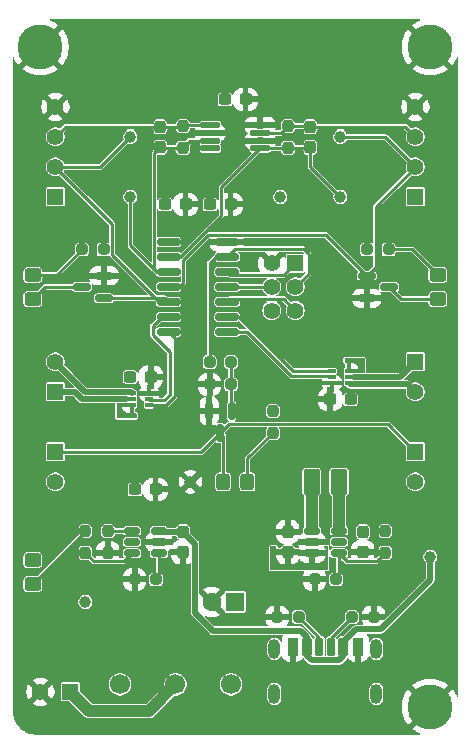
<source format=gtl>
G04 #@! TF.GenerationSoftware,KiCad,Pcbnew,9.0.0*
G04 #@! TF.CreationDate,2025-03-07T16:10:40-06:00*
G04 #@! TF.ProjectId,robo-roach-v1.0,726f626f-2d72-46f6-9163-682d76312e30,rev?*
G04 #@! TF.SameCoordinates,Original*
G04 #@! TF.FileFunction,Copper,L1,Top*
G04 #@! TF.FilePolarity,Positive*
%FSLAX46Y46*%
G04 Gerber Fmt 4.6, Leading zero omitted, Abs format (unit mm)*
G04 Created by KiCad (PCBNEW 9.0.0) date 2025-03-07 16:10:40*
%MOMM*%
%LPD*%
G01*
G04 APERTURE LIST*
G04 Aperture macros list*
%AMRoundRect*
0 Rectangle with rounded corners*
0 $1 Rounding radius*
0 $2 $3 $4 $5 $6 $7 $8 $9 X,Y pos of 4 corners*
0 Add a 4 corners polygon primitive as box body*
4,1,4,$2,$3,$4,$5,$6,$7,$8,$9,$2,$3,0*
0 Add four circle primitives for the rounded corners*
1,1,$1+$1,$2,$3*
1,1,$1+$1,$4,$5*
1,1,$1+$1,$6,$7*
1,1,$1+$1,$8,$9*
0 Add four rect primitives between the rounded corners*
20,1,$1+$1,$2,$3,$4,$5,0*
20,1,$1+$1,$4,$5,$6,$7,0*
20,1,$1+$1,$6,$7,$8,$9,0*
20,1,$1+$1,$8,$9,$2,$3,0*%
G04 Aperture macros list end*
G04 #@! TA.AperFunction,SMDPad,CuDef*
%ADD10RoundRect,0.237500X-0.250000X-0.237500X0.250000X-0.237500X0.250000X0.237500X-0.250000X0.237500X0*%
G04 #@! TD*
G04 #@! TA.AperFunction,SMDPad,CuDef*
%ADD11RoundRect,0.237500X-0.237500X0.250000X-0.237500X-0.250000X0.237500X-0.250000X0.237500X0.250000X0*%
G04 #@! TD*
G04 #@! TA.AperFunction,SMDPad,CuDef*
%ADD12RoundRect,0.250000X0.450000X-0.325000X0.450000X0.325000X-0.450000X0.325000X-0.450000X-0.325000X0*%
G04 #@! TD*
G04 #@! TA.AperFunction,ComponentPad*
%ADD13C,3.800000*%
G04 #@! TD*
G04 #@! TA.AperFunction,ComponentPad*
%ADD14C,1.000000*%
G04 #@! TD*
G04 #@! TA.AperFunction,SMDPad,CuDef*
%ADD15RoundRect,0.237500X-0.237500X0.300000X-0.237500X-0.300000X0.237500X-0.300000X0.237500X0.300000X0*%
G04 #@! TD*
G04 #@! TA.AperFunction,SMDPad,CuDef*
%ADD16RoundRect,0.237500X0.250000X0.237500X-0.250000X0.237500X-0.250000X-0.237500X0.250000X-0.237500X0*%
G04 #@! TD*
G04 #@! TA.AperFunction,SMDPad,CuDef*
%ADD17RoundRect,0.237500X-0.300000X-0.237500X0.300000X-0.237500X0.300000X0.237500X-0.300000X0.237500X0*%
G04 #@! TD*
G04 #@! TA.AperFunction,ComponentPad*
%ADD18C,1.700000*%
G04 #@! TD*
G04 #@! TA.AperFunction,ComponentPad*
%ADD19R,1.400000X1.400000*%
G04 #@! TD*
G04 #@! TA.AperFunction,ComponentPad*
%ADD20C,1.400000*%
G04 #@! TD*
G04 #@! TA.AperFunction,ComponentPad*
%ADD21R,1.600000X1.600000*%
G04 #@! TD*
G04 #@! TA.AperFunction,ComponentPad*
%ADD22C,1.600000*%
G04 #@! TD*
G04 #@! TA.AperFunction,SMDPad,CuDef*
%ADD23RoundRect,0.250000X-0.325000X-0.450000X0.325000X-0.450000X0.325000X0.450000X-0.325000X0.450000X0*%
G04 #@! TD*
G04 #@! TA.AperFunction,SMDPad,CuDef*
%ADD24RoundRect,0.150000X-0.587500X-0.150000X0.587500X-0.150000X0.587500X0.150000X-0.587500X0.150000X0*%
G04 #@! TD*
G04 #@! TA.AperFunction,SMDPad,CuDef*
%ADD25RoundRect,0.237500X0.300000X0.237500X-0.300000X0.237500X-0.300000X-0.237500X0.300000X-0.237500X0*%
G04 #@! TD*
G04 #@! TA.AperFunction,SMDPad,CuDef*
%ADD26RoundRect,0.150000X-0.825000X-0.150000X0.825000X-0.150000X0.825000X0.150000X-0.825000X0.150000X0*%
G04 #@! TD*
G04 #@! TA.AperFunction,SMDPad,CuDef*
%ADD27RoundRect,0.087500X0.250000X0.087500X-0.250000X0.087500X-0.250000X-0.087500X0.250000X-0.087500X0*%
G04 #@! TD*
G04 #@! TA.AperFunction,SMDPad,CuDef*
%ADD28RoundRect,0.150000X0.587500X0.150000X-0.587500X0.150000X-0.587500X-0.150000X0.587500X-0.150000X0*%
G04 #@! TD*
G04 #@! TA.AperFunction,SMDPad,CuDef*
%ADD29RoundRect,0.237500X0.237500X-0.250000X0.237500X0.250000X-0.237500X0.250000X-0.237500X-0.250000X0*%
G04 #@! TD*
G04 #@! TA.AperFunction,SMDPad,CuDef*
%ADD30RoundRect,0.150000X-0.512500X-0.150000X0.512500X-0.150000X0.512500X0.150000X-0.512500X0.150000X0*%
G04 #@! TD*
G04 #@! TA.AperFunction,SMDPad,CuDef*
%ADD31RoundRect,0.237500X0.237500X-0.300000X0.237500X0.300000X-0.237500X0.300000X-0.237500X-0.300000X0*%
G04 #@! TD*
G04 #@! TA.AperFunction,SMDPad,CuDef*
%ADD32RoundRect,0.087500X-0.250000X-0.087500X0.250000X-0.087500X0.250000X0.087500X-0.250000X0.087500X0*%
G04 #@! TD*
G04 #@! TA.AperFunction,SMDPad,CuDef*
%ADD33RoundRect,0.125000X0.687500X0.125000X-0.687500X0.125000X-0.687500X-0.125000X0.687500X-0.125000X0*%
G04 #@! TD*
G04 #@! TA.AperFunction,SMDPad,CuDef*
%ADD34RoundRect,0.175000X-0.175000X-0.625000X0.175000X-0.625000X0.175000X0.625000X-0.175000X0.625000X0*%
G04 #@! TD*
G04 #@! TA.AperFunction,SMDPad,CuDef*
%ADD35RoundRect,0.200000X-0.200000X-0.600000X0.200000X-0.600000X0.200000X0.600000X-0.200000X0.600000X0*%
G04 #@! TD*
G04 #@! TA.AperFunction,SMDPad,CuDef*
%ADD36RoundRect,0.225000X-0.225000X-0.575000X0.225000X-0.575000X0.225000X0.575000X-0.225000X0.575000X0*%
G04 #@! TD*
G04 #@! TA.AperFunction,HeatsinkPad*
%ADD37O,1.000000X1.700000*%
G04 #@! TD*
G04 #@! TA.AperFunction,SMDPad,CuDef*
%ADD38RoundRect,0.250001X0.462499X0.849999X-0.462499X0.849999X-0.462499X-0.849999X0.462499X-0.849999X0*%
G04 #@! TD*
G04 #@! TA.AperFunction,SMDPad,CuDef*
%ADD39RoundRect,0.150000X-0.150000X0.587500X-0.150000X-0.587500X0.150000X-0.587500X0.150000X0.587500X0*%
G04 #@! TD*
G04 #@! TA.AperFunction,ViaPad*
%ADD40C,0.400000*%
G04 #@! TD*
G04 #@! TA.AperFunction,Conductor*
%ADD41C,1.016000*%
G04 #@! TD*
G04 #@! TA.AperFunction,Conductor*
%ADD42C,0.254000*%
G04 #@! TD*
G04 #@! TA.AperFunction,Conductor*
%ADD43C,0.508000*%
G04 #@! TD*
G04 APERTURE END LIST*
D10*
X157202500Y-95885000D03*
X159027500Y-95885000D03*
D11*
X158750000Y-119737500D03*
X158750000Y-121562500D03*
D12*
X128905000Y-124215000D03*
X128905000Y-122165000D03*
D13*
X129540000Y-78740000D03*
D14*
X133350000Y-125730000D03*
D15*
X156845000Y-119787500D03*
X156845000Y-121512500D03*
D12*
X128905000Y-100085000D03*
X128905000Y-98035000D03*
D16*
X151407500Y-127000000D03*
X149582500Y-127000000D03*
D17*
X145187500Y-83185000D03*
X146912500Y-83185000D03*
D18*
X136270000Y-132715000D03*
X140970000Y-132715000D03*
X145670000Y-132715000D03*
D19*
X161290000Y-105410000D03*
D20*
X161290000Y-107950000D03*
D16*
X134897500Y-95885000D03*
X133072500Y-95885000D03*
D13*
X162560000Y-78740000D03*
D14*
X149860000Y-91440000D03*
X137160000Y-86360000D03*
D15*
X139700000Y-85497500D03*
X139700000Y-87222500D03*
D19*
X151130000Y-97060000D03*
D20*
X151130000Y-99060000D03*
X151130000Y-101060000D03*
X149130000Y-97060000D03*
X149130000Y-99060000D03*
X149130000Y-101060000D03*
D21*
X146050000Y-125730000D03*
D22*
X144050000Y-125730000D03*
D23*
X145025000Y-115570000D03*
X147075000Y-115570000D03*
D15*
X152400000Y-85497500D03*
X152400000Y-87222500D03*
D24*
X157177500Y-98110000D03*
X157177500Y-100010000D03*
X159052500Y-99060000D03*
D25*
X145642500Y-92075000D03*
X143917500Y-92075000D03*
D12*
X163195000Y-100085000D03*
X163195000Y-98035000D03*
D16*
X145692500Y-107315000D03*
X143867500Y-107315000D03*
D13*
X162560000Y-134620000D03*
D26*
X140400000Y-95250000D03*
X140400000Y-96520000D03*
X140400000Y-97790000D03*
X140400000Y-99060000D03*
X140400000Y-100330000D03*
X140400000Y-101600000D03*
X140400000Y-102870000D03*
X145350000Y-102870000D03*
X145350000Y-101600000D03*
X145350000Y-100330000D03*
X145350000Y-99060000D03*
X145350000Y-97790000D03*
X145350000Y-96520000D03*
X145350000Y-95250000D03*
D16*
X157757500Y-127000000D03*
X155932500Y-127000000D03*
D14*
X137160000Y-91440000D03*
D27*
X138735000Y-109085000D03*
X138735000Y-108585000D03*
X138735000Y-108085000D03*
X137310000Y-108085000D03*
X137310000Y-108585000D03*
X137310000Y-109085000D03*
D28*
X134922500Y-100010000D03*
X134922500Y-98110000D03*
X133047500Y-99060000D03*
D29*
X133350000Y-121562500D03*
X133350000Y-119737500D03*
D30*
X137292500Y-119700000D03*
X137292500Y-120650000D03*
X137292500Y-121600000D03*
X139567500Y-121600000D03*
X139567500Y-120650000D03*
X139567500Y-119700000D03*
D11*
X141605000Y-85447500D03*
X141605000Y-87272500D03*
D16*
X154582500Y-123825000D03*
X152757500Y-123825000D03*
D14*
X162560000Y-121920000D03*
D10*
X143867500Y-105410000D03*
X145692500Y-105410000D03*
D15*
X141605000Y-119787500D03*
X141605000Y-121512500D03*
D11*
X150495000Y-85447500D03*
X150495000Y-87272500D03*
D30*
X152532500Y-119700000D03*
X152532500Y-120650000D03*
X152532500Y-121600000D03*
X154807500Y-121600000D03*
X154807500Y-120650000D03*
X154807500Y-119700000D03*
D14*
X142240000Y-115570000D03*
D25*
X141832500Y-92075000D03*
X140107500Y-92075000D03*
D19*
X161290000Y-113030000D03*
D20*
X161290000Y-115570000D03*
D19*
X161290000Y-91440000D03*
D20*
X161290000Y-88900000D03*
X161290000Y-86360000D03*
X161290000Y-83820000D03*
D31*
X150495000Y-121512500D03*
X150495000Y-119787500D03*
D32*
X154227500Y-106180000D03*
X154227500Y-106680000D03*
X154227500Y-107180000D03*
X155652500Y-107180000D03*
X155652500Y-106680000D03*
X155652500Y-106180000D03*
D33*
X148162500Y-87335000D03*
X148162500Y-86685000D03*
X148162500Y-86035000D03*
X148162500Y-85385000D03*
X143937500Y-85385000D03*
X143937500Y-86035000D03*
X143937500Y-86685000D03*
X143937500Y-87335000D03*
D34*
X153170000Y-129535000D03*
D35*
X155190000Y-129535000D03*
D36*
X156420000Y-129535000D03*
D34*
X154170000Y-129535000D03*
D35*
X152150000Y-129535000D03*
D36*
X150920000Y-129535000D03*
D37*
X149350000Y-129715000D03*
X149350000Y-133515000D03*
X157990000Y-129715000D03*
X157990000Y-133515000D03*
D17*
X137160000Y-106680000D03*
X138885000Y-106680000D03*
D16*
X139342500Y-123825000D03*
X137517500Y-123825000D03*
D11*
X149225000Y-109577500D03*
X149225000Y-111402500D03*
D19*
X130810000Y-91440000D03*
D20*
X130810000Y-88900000D03*
X130810000Y-86360000D03*
X130810000Y-83820000D03*
D14*
X154940000Y-91440000D03*
D25*
X155802500Y-108585000D03*
X154077500Y-108585000D03*
D38*
X154832500Y-115570000D03*
X152507500Y-115570000D03*
D17*
X137567500Y-116205000D03*
X139292500Y-116205000D03*
D29*
X135255000Y-121562500D03*
X135255000Y-119737500D03*
D39*
X145730000Y-109552500D03*
X143830000Y-109552500D03*
X144780000Y-111427500D03*
D19*
X130810000Y-113030000D03*
D20*
X130810000Y-115570000D03*
D19*
X132080000Y-133350000D03*
D20*
X129540000Y-133350000D03*
D14*
X154940000Y-86360000D03*
D19*
X130810000Y-107950000D03*
D20*
X130810000Y-105410000D03*
D40*
X145350000Y-99060000D03*
X157757500Y-127000000D03*
X145350000Y-95250000D03*
X157177500Y-100010000D03*
X153670000Y-96520000D03*
X141605000Y-121512500D03*
X150500000Y-118600000D03*
X140970000Y-81280000D03*
X154077500Y-108585000D03*
X143937500Y-86035000D03*
X150920000Y-129535000D03*
X140970000Y-127000000D03*
X138735000Y-108085000D03*
X153670000Y-127000000D03*
X139567500Y-120650000D03*
X153670000Y-88900000D03*
X153670000Y-111760000D03*
X137517500Y-123825000D03*
X148162500Y-85385000D03*
X148162500Y-86685000D03*
X153670000Y-134620000D03*
X149582500Y-127000000D03*
X140970000Y-88900000D03*
X151400000Y-118600000D03*
X143867500Y-107315000D03*
X134922500Y-98110000D03*
X138885000Y-106680000D03*
X146912500Y-83185000D03*
X140970000Y-134620000D03*
X153100000Y-108600000D03*
X156420000Y-129535000D03*
X140970000Y-111760000D03*
X152757500Y-123825000D03*
X135255000Y-121562500D03*
X129540000Y-127000000D03*
X149600000Y-118600000D03*
X145642500Y-92075000D03*
X139900000Y-108077000D03*
X152532500Y-120650000D03*
X139900000Y-106700000D03*
X150495000Y-119787500D03*
X156845000Y-121512500D03*
X153100000Y-107200000D03*
X162538288Y-127000000D03*
X153670000Y-81280000D03*
X153670000Y-104140000D03*
X154227500Y-107180000D03*
X141832500Y-92075000D03*
X139292500Y-116205000D03*
X143830000Y-109552500D03*
X155702000Y-105400000D03*
X128905000Y-122165000D03*
X136271000Y-109855000D03*
X154832500Y-118900000D03*
X151500000Y-122600000D03*
X156718000Y-105410000D03*
X150500000Y-122600000D03*
X137292500Y-120650000D03*
X137567500Y-116205000D03*
X154832500Y-118300000D03*
X137300000Y-109855000D03*
X137310000Y-109085000D03*
X154832500Y-117100000D03*
X150495000Y-121512500D03*
X155802500Y-108585000D03*
X137160000Y-106680000D03*
X152532500Y-121600000D03*
X152500000Y-122600000D03*
X155652500Y-106180000D03*
X154832500Y-117700000D03*
X140107500Y-92075000D03*
X143937500Y-87335000D03*
X140400000Y-95250000D03*
X156845000Y-119787500D03*
X145187500Y-83185000D03*
X134897500Y-95885000D03*
X149225000Y-109577500D03*
X154807500Y-120650000D03*
X158750000Y-119737500D03*
X157202500Y-95885000D03*
X143917500Y-92075000D03*
D41*
X138725000Y-134960000D02*
X140970000Y-132715000D01*
X132080000Y-133350000D02*
X133690000Y-134960000D01*
X133690000Y-134960000D02*
X138725000Y-134960000D01*
D42*
X152400000Y-87222500D02*
X152400000Y-88900000D01*
X150495000Y-87272500D02*
X152350000Y-87272500D01*
X152400000Y-88900000D02*
X154940000Y-91440000D01*
X150432500Y-87335000D02*
X150495000Y-87272500D01*
X148162500Y-87335000D02*
X150432500Y-87335000D01*
X144877000Y-93017999D02*
X141374999Y-96520000D01*
X144877000Y-90620500D02*
X144877000Y-93017999D01*
X148162500Y-87335000D02*
X144877000Y-90620500D01*
X141374999Y-96520000D02*
X140400000Y-96520000D01*
X152350000Y-87272500D02*
X152400000Y-87222500D01*
X150495000Y-85447500D02*
X152350000Y-85447500D01*
X149907500Y-86035000D02*
X150495000Y-85447500D01*
X148162500Y-86035000D02*
X149907500Y-86035000D01*
X160427500Y-85497500D02*
X161290000Y-86360000D01*
X152400000Y-85497500D02*
X160427500Y-85497500D01*
X152350000Y-85447500D02*
X152400000Y-85497500D01*
X141605000Y-87272500D02*
X139750000Y-87272500D01*
X139700000Y-87222500D02*
X139197000Y-87725500D01*
X139197000Y-97561999D02*
X139425001Y-97790000D01*
X137160000Y-95524999D02*
X139425001Y-97790000D01*
X139197000Y-87725500D02*
X139197000Y-97561999D01*
X141605000Y-87272500D02*
X142192500Y-86685000D01*
X139750000Y-87272500D02*
X139700000Y-87222500D01*
X137160000Y-91440000D02*
X137160000Y-95524999D01*
X139425001Y-97790000D02*
X140400000Y-97790000D01*
X142192500Y-86685000D02*
X143937500Y-86685000D01*
X131672500Y-85497500D02*
X139700000Y-85497500D01*
X130810000Y-86360000D02*
X131672500Y-85497500D01*
X141555000Y-85497500D02*
X141605000Y-85447500D01*
X139700000Y-85497500D02*
X141555000Y-85497500D01*
X141667500Y-85385000D02*
X141605000Y-85447500D01*
X143937500Y-85385000D02*
X141667500Y-85385000D01*
D41*
X154832500Y-115570000D02*
X154832500Y-117000000D01*
X154832500Y-118000000D02*
X154832500Y-118300000D01*
X154832500Y-118618000D02*
X154832500Y-118900000D01*
D42*
X137387500Y-106680000D02*
X137030000Y-107037500D01*
X137270000Y-106797500D02*
X137387500Y-106680000D01*
D41*
X154832500Y-118300000D02*
X154832500Y-118618000D01*
D42*
X137387500Y-106680000D02*
X137450000Y-106742500D01*
D41*
X154832500Y-117700000D02*
X154832500Y-118000000D01*
X154832500Y-117100000D02*
X154832500Y-117700000D01*
X154832500Y-117000000D02*
X154832500Y-117100000D01*
X154832500Y-118900000D02*
X154832500Y-119352500D01*
D42*
X147075000Y-113552500D02*
X149225000Y-111402500D01*
X147075000Y-115570000D02*
X147075000Y-113552500D01*
X145520500Y-110687000D02*
X158947000Y-110687000D01*
X145025000Y-115570000D02*
X145025000Y-111672500D01*
X158947000Y-110687000D02*
X161290000Y-113030000D01*
X145025000Y-111672500D02*
X144780000Y-111427500D01*
X130810000Y-113030000D02*
X143177500Y-113030000D01*
X143177500Y-113030000D02*
X144780000Y-111427500D01*
X144780000Y-111427500D02*
X145520500Y-110687000D01*
X133350000Y-119737500D02*
X133350000Y-119770000D01*
X133350000Y-119770000D02*
X128905000Y-124215000D01*
X159027500Y-95885000D02*
X161045000Y-95885000D01*
X161045000Y-95885000D02*
X163195000Y-98035000D01*
X163195000Y-100085000D02*
X160077500Y-100085000D01*
X160077500Y-100085000D02*
X159052500Y-99060000D01*
X128905000Y-98035000D02*
X130922500Y-98035000D01*
X130922500Y-98035000D02*
X133072500Y-95885000D01*
X133047500Y-99060000D02*
X129930000Y-99060000D01*
X129930000Y-99060000D02*
X128905000Y-100085000D01*
X145350000Y-99060000D02*
X149130000Y-99060000D01*
X145620000Y-98060000D02*
X145350000Y-97790000D01*
X150130000Y-98060000D02*
X145620000Y-98060000D01*
X151130000Y-97060000D02*
X150130000Y-98060000D01*
X145593728Y-100330000D02*
X145350000Y-100330000D01*
X145620000Y-100060000D02*
X145350000Y-100330000D01*
X151130000Y-101060000D02*
X150130000Y-100060000D01*
X150130000Y-100060000D02*
X145620000Y-100060000D01*
X152250000Y-97940000D02*
X151130000Y-99060000D01*
X143867500Y-105410000D02*
X143867500Y-97027501D01*
X146010000Y-95860000D02*
X151850000Y-95860000D01*
X144375001Y-96520000D02*
X145350000Y-96520000D01*
X152250000Y-96260000D02*
X152250000Y-97940000D01*
X151850000Y-95860000D02*
X152250000Y-96260000D01*
X145350000Y-96520000D02*
X146010000Y-95860000D01*
X143867500Y-97027501D02*
X144375001Y-96520000D01*
D43*
X154835000Y-130690000D02*
X155190000Y-130335000D01*
X141605000Y-119787500D02*
X142650000Y-120832500D01*
X151575000Y-128160000D02*
X152150000Y-128735000D01*
X155190000Y-129138522D02*
X156268522Y-128060000D01*
X152150000Y-128735000D02*
X152150000Y-129535000D01*
X162560000Y-123850000D02*
X162560000Y-121920000D01*
X142650000Y-120832500D02*
X142650000Y-126660000D01*
X144150000Y-128160000D02*
X151575000Y-128160000D01*
X141605000Y-119787500D02*
X139655000Y-119787500D01*
X155190000Y-130335000D02*
X155190000Y-129535000D01*
X139655000Y-119787500D02*
X139567500Y-119700000D01*
X152505000Y-130690000D02*
X154835000Y-130690000D01*
X152150000Y-130335000D02*
X152505000Y-130690000D01*
X142650000Y-126660000D02*
X144150000Y-128160000D01*
X155190000Y-129535000D02*
X155190000Y-129138522D01*
X158350000Y-128060000D02*
X162560000Y-123850000D01*
X152150000Y-129535000D02*
X152150000Y-130335000D01*
X156268522Y-128060000D02*
X158350000Y-128060000D01*
D42*
X151407500Y-127000000D02*
X153170000Y-128762500D01*
X153170000Y-128762500D02*
X153170000Y-129535000D01*
X154170000Y-128762500D02*
X154170000Y-129535000D01*
X155932500Y-127000000D02*
X154170000Y-128762500D01*
X153739500Y-94672000D02*
X157177500Y-98110000D01*
X140400000Y-99060000D02*
X141296272Y-99060000D01*
X141729999Y-96667046D02*
X143725045Y-94672000D01*
X157918000Y-92272000D02*
X161290000Y-88900000D01*
X143725045Y-94672000D02*
X153739500Y-94672000D01*
X141650000Y-96747045D02*
X141729999Y-96667046D01*
X154940000Y-86360000D02*
X158750000Y-86360000D01*
X158750000Y-86360000D02*
X161290000Y-88900000D01*
X157177500Y-98110000D02*
X157918000Y-97369500D01*
X141650000Y-98706272D02*
X141650000Y-96747045D01*
X141296272Y-99060000D02*
X141650000Y-98706272D01*
X157918000Y-97369500D02*
X157918000Y-92272000D01*
X135613000Y-93703000D02*
X130810000Y-88900000D01*
X134922500Y-100010000D02*
X140080000Y-100010000D01*
X140400000Y-100330000D02*
X139621102Y-100330000D01*
X134620000Y-88900000D02*
X137160000Y-86360000D01*
X140080000Y-100010000D02*
X140400000Y-100330000D01*
X139621102Y-100330000D02*
X135613000Y-96321898D01*
X130810000Y-88900000D02*
X134620000Y-88900000D01*
X135613000Y-96321898D02*
X135613000Y-93703000D01*
D43*
X161290000Y-105410000D02*
X160004346Y-106695654D01*
X160004346Y-106695654D02*
X156133867Y-106695654D01*
X161290000Y-107950000D02*
X160655000Y-107315000D01*
X160655000Y-107315000D02*
X155757500Y-107315000D01*
X137215346Y-107960346D02*
X137310000Y-108055000D01*
X133360346Y-107960346D02*
X137215346Y-107960346D01*
X130810000Y-105410000D02*
X133360346Y-107960346D01*
X133108090Y-108569346D02*
X133612602Y-108569346D01*
X132488744Y-107950000D02*
X132751346Y-108212602D01*
X133612602Y-108569346D02*
X136828633Y-108569346D01*
X132751346Y-108212602D02*
X133108090Y-108569346D01*
X130810000Y-107950000D02*
X132488744Y-107950000D01*
D41*
X152507500Y-119387500D02*
X152510000Y-119390000D01*
X152507500Y-115570000D02*
X152507500Y-119387500D01*
D42*
X145692500Y-105410000D02*
X145692500Y-107315000D01*
X145692500Y-109515000D02*
X145730000Y-109552500D01*
X145692500Y-107315000D02*
X145692500Y-109515000D01*
X146324999Y-101600000D02*
X150904999Y-106180000D01*
X150904999Y-106180000D02*
X154227500Y-106180000D01*
X145350000Y-101600000D02*
X146324999Y-101600000D01*
X139567500Y-123600000D02*
X139342500Y-123825000D01*
X139567500Y-121600000D02*
X139567500Y-123600000D01*
X137255000Y-119737500D02*
X137292500Y-119700000D01*
X135255000Y-119737500D02*
X137255000Y-119737500D01*
X158750000Y-121562500D02*
X158034500Y-122278000D01*
X154807500Y-121600000D02*
X154807500Y-123600000D01*
X154807500Y-123600000D02*
X154582500Y-123825000D01*
X158034500Y-122278000D02*
X155485500Y-122278000D01*
X155485500Y-122278000D02*
X154807500Y-121600000D01*
X136614500Y-122278000D02*
X134065500Y-122278000D01*
X134065500Y-122278000D02*
X133350000Y-121562500D01*
X137292500Y-121600000D02*
X136614500Y-122278000D01*
X140400000Y-102870000D02*
X140900000Y-103370000D01*
X139025000Y-109085000D02*
X138735000Y-109085000D01*
X139092000Y-109018000D02*
X139025000Y-109085000D01*
X140182000Y-109018000D02*
X139092000Y-109018000D01*
X140900000Y-108300000D02*
X140182000Y-109018000D01*
X140900000Y-103370000D02*
X140900000Y-108300000D01*
X139050000Y-102360000D02*
X139050000Y-103105000D01*
X140037000Y-108663000D02*
X138735000Y-108663000D01*
X140500000Y-104555000D02*
X140500000Y-108200000D01*
X139810000Y-101600000D02*
X139050000Y-102360000D01*
X139050000Y-103105000D02*
X140500000Y-104555000D01*
X140400000Y-101600000D02*
X139810000Y-101600000D01*
X140500000Y-108200000D02*
X140037000Y-108663000D01*
X150792000Y-106602000D02*
X154227500Y-106602000D01*
X145350000Y-102870000D02*
X147060000Y-102870000D01*
X147060000Y-102870000D02*
X150792000Y-106602000D01*
G04 #@! TA.AperFunction,Conductor*
G36*
X156985648Y-105114352D02*
G01*
X157000000Y-105149000D01*
X157000000Y-106292154D01*
X156985648Y-106326802D01*
X156951000Y-106341154D01*
X156087194Y-106341154D01*
X156052724Y-106350390D01*
X156041754Y-106353330D01*
X156029073Y-106355000D01*
X155701500Y-106355000D01*
X155666852Y-106340648D01*
X155652500Y-106306000D01*
X155652500Y-106180000D01*
X155526500Y-106180000D01*
X155491852Y-106165648D01*
X155477500Y-106131000D01*
X155477500Y-106005000D01*
X155827500Y-106005000D01*
X156483549Y-106005000D01*
X156483550Y-106004998D01*
X156474879Y-105939132D01*
X156415683Y-105796219D01*
X156415680Y-105796214D01*
X156321510Y-105673490D01*
X156321509Y-105673489D01*
X156198785Y-105579319D01*
X156198780Y-105579316D01*
X156055867Y-105520120D01*
X155941009Y-105505000D01*
X155827500Y-105505000D01*
X155827500Y-106005000D01*
X155477500Y-106005000D01*
X155477500Y-105505000D01*
X155363993Y-105505000D01*
X155363983Y-105505001D01*
X155355392Y-105506132D01*
X155319167Y-105496423D01*
X155300419Y-105463943D01*
X155300000Y-105457551D01*
X155300000Y-105149000D01*
X155314352Y-105114352D01*
X155349000Y-105100000D01*
X156951000Y-105100000D01*
X156985648Y-105114352D01*
G37*
G04 #@! TD.AperFunction*
G04 #@! TA.AperFunction,Conductor*
G36*
X149517771Y-121014352D02*
G01*
X149532123Y-121049000D01*
X149530404Y-121059631D01*
X149530879Y-121059733D01*
X149530319Y-121062347D01*
X149520000Y-121163350D01*
X149520000Y-121262500D01*
X151476000Y-121262500D01*
X151510648Y-121276852D01*
X151525000Y-121311500D01*
X151525000Y-121350000D01*
X153692296Y-121350000D01*
X153692296Y-121349999D01*
X153692100Y-121347511D01*
X153692100Y-121347508D01*
X153646280Y-121189798D01*
X153577764Y-121073943D01*
X153572479Y-121036814D01*
X153594997Y-121006824D01*
X153619940Y-121000000D01*
X153851000Y-121000000D01*
X153885648Y-121014352D01*
X153900000Y-121049000D01*
X153900000Y-122951000D01*
X153885648Y-122985648D01*
X153851000Y-123000000D01*
X149049000Y-123000000D01*
X149014352Y-122985648D01*
X149000000Y-122951000D01*
X149000000Y-121861648D01*
X149520001Y-121861648D01*
X149530318Y-121962648D01*
X149584547Y-122126303D01*
X149675056Y-122273039D01*
X149796960Y-122394943D01*
X149943696Y-122485452D01*
X150107351Y-122539681D01*
X150208338Y-122549998D01*
X150208362Y-122549999D01*
X150745000Y-122549999D01*
X150781648Y-122549999D01*
X150882648Y-122539681D01*
X151046303Y-122485452D01*
X151193039Y-122394943D01*
X151314943Y-122273039D01*
X151404692Y-122127536D01*
X151435097Y-122105581D01*
X151472121Y-122111555D01*
X151488573Y-122128317D01*
X151502313Y-122151551D01*
X151502317Y-122151556D01*
X151618443Y-122267682D01*
X151618448Y-122267686D01*
X151759798Y-122351280D01*
X151917509Y-122397100D01*
X151954355Y-122399999D01*
X151954369Y-122400000D01*
X152282500Y-122400000D01*
X152782500Y-122400000D01*
X153110631Y-122400000D01*
X153110644Y-122399999D01*
X153147489Y-122397100D01*
X153147491Y-122397100D01*
X153305201Y-122351280D01*
X153446551Y-122267686D01*
X153446556Y-122267682D01*
X153562682Y-122151556D01*
X153562686Y-122151551D01*
X153646280Y-122010201D01*
X153692100Y-121852491D01*
X153692100Y-121852488D01*
X153692296Y-121850000D01*
X152782500Y-121850000D01*
X152782500Y-122400000D01*
X152282500Y-122400000D01*
X152282500Y-121850000D01*
X151364000Y-121850000D01*
X151329352Y-121835648D01*
X151315000Y-121801000D01*
X151315000Y-121762500D01*
X150745000Y-121762500D01*
X150745000Y-122549999D01*
X150208362Y-122549999D01*
X150245000Y-122549998D01*
X150245000Y-121762500D01*
X149520001Y-121762500D01*
X149520001Y-121861648D01*
X149000000Y-121861648D01*
X149000000Y-121049000D01*
X149014352Y-121014352D01*
X149049000Y-121000000D01*
X149483123Y-121000000D01*
X149517771Y-121014352D01*
G37*
G04 #@! TD.AperFunction*
G04 #@! TA.AperFunction,Conductor*
G36*
X137295648Y-108924352D02*
G01*
X137310000Y-108959000D01*
X137310000Y-109085000D01*
X137436000Y-109085000D01*
X137470648Y-109099352D01*
X137485000Y-109134000D01*
X137485000Y-109759999D01*
X137598506Y-109759999D01*
X137644604Y-109753930D01*
X137680829Y-109763637D01*
X137699581Y-109796115D01*
X137700000Y-109802511D01*
X137700000Y-110151000D01*
X137685648Y-110185648D01*
X137651000Y-110200000D01*
X136049000Y-110200000D01*
X136014352Y-110185648D01*
X136000000Y-110151000D01*
X136000000Y-109260001D01*
X136478949Y-109260001D01*
X136487620Y-109325867D01*
X136546816Y-109468780D01*
X136546819Y-109468785D01*
X136640989Y-109591509D01*
X136640990Y-109591510D01*
X136763714Y-109685680D01*
X136763719Y-109685683D01*
X136906632Y-109744879D01*
X137021491Y-109759999D01*
X137134999Y-109759999D01*
X137135000Y-109759998D01*
X137135000Y-109260000D01*
X136478951Y-109260000D01*
X136478949Y-109260001D01*
X136000000Y-109260001D01*
X136000000Y-108972846D01*
X136014352Y-108938198D01*
X136049000Y-108923846D01*
X136875306Y-108923846D01*
X136909775Y-108914609D01*
X136920745Y-108911669D01*
X136933427Y-108910000D01*
X137261000Y-108910000D01*
X137295648Y-108924352D01*
G37*
G04 #@! TD.AperFunction*
G04 #@! TA.AperFunction,Conductor*
G36*
X161725578Y-76414852D02*
G01*
X161739930Y-76449500D01*
X161725578Y-76484148D01*
X161707114Y-76495750D01*
X161640107Y-76519196D01*
X161640101Y-76519199D01*
X161397257Y-76636147D01*
X161397247Y-76636152D01*
X161169001Y-76779567D01*
X161048899Y-76875345D01*
X161977263Y-77803709D01*
X161843398Y-77900967D01*
X161720967Y-78023398D01*
X161623709Y-78157263D01*
X160695345Y-77228899D01*
X160599567Y-77349001D01*
X160456152Y-77577247D01*
X160456147Y-77577257D01*
X160339199Y-77820101D01*
X160339196Y-77820107D01*
X160250163Y-78074550D01*
X160190180Y-78337356D01*
X160190180Y-78337360D01*
X160160000Y-78605218D01*
X160160000Y-78874781D01*
X160190180Y-79142639D01*
X160190180Y-79142643D01*
X160250163Y-79405449D01*
X160339196Y-79659892D01*
X160339199Y-79659898D01*
X160456147Y-79902742D01*
X160456152Y-79902752D01*
X160599567Y-80130998D01*
X160695345Y-80251099D01*
X161623708Y-79322736D01*
X161720967Y-79456602D01*
X161843398Y-79579033D01*
X161977262Y-79676290D01*
X161048899Y-80604653D01*
X161169001Y-80700432D01*
X161397247Y-80843847D01*
X161397257Y-80843852D01*
X161640101Y-80960800D01*
X161640107Y-80960803D01*
X161894550Y-81049836D01*
X161894549Y-81049836D01*
X162157358Y-81109819D01*
X162425218Y-81140000D01*
X162694782Y-81140000D01*
X162962639Y-81109819D01*
X162962643Y-81109819D01*
X163225449Y-81049836D01*
X163479892Y-80960803D01*
X163479898Y-80960800D01*
X163722742Y-80843852D01*
X163722752Y-80843847D01*
X163951000Y-80700430D01*
X163951007Y-80700426D01*
X164071098Y-80604654D01*
X164071099Y-80604653D01*
X163142736Y-79676290D01*
X163276602Y-79579033D01*
X163399033Y-79456602D01*
X163496290Y-79322736D01*
X164424653Y-80251099D01*
X164424654Y-80251098D01*
X164520426Y-80131007D01*
X164520430Y-80131000D01*
X164663847Y-79902752D01*
X164663852Y-79902742D01*
X164780800Y-79659898D01*
X164780803Y-79659892D01*
X164804250Y-79592885D01*
X164829240Y-79564922D01*
X164866684Y-79562819D01*
X164894647Y-79587809D01*
X164899500Y-79609069D01*
X164899500Y-133750930D01*
X164885148Y-133785578D01*
X164850500Y-133799930D01*
X164815852Y-133785578D01*
X164804250Y-133767114D01*
X164780803Y-133700107D01*
X164780800Y-133700101D01*
X164663852Y-133457257D01*
X164663847Y-133457247D01*
X164520432Y-133229001D01*
X164424653Y-133108899D01*
X163496290Y-134037262D01*
X163399033Y-133903398D01*
X163276602Y-133780967D01*
X163142735Y-133683708D01*
X164071099Y-132755345D01*
X163950998Y-132659567D01*
X163722752Y-132516152D01*
X163722742Y-132516147D01*
X163479898Y-132399199D01*
X163479892Y-132399196D01*
X163225449Y-132310163D01*
X163225450Y-132310163D01*
X162962641Y-132250180D01*
X162694782Y-132220000D01*
X162425218Y-132220000D01*
X162157360Y-132250180D01*
X162157356Y-132250180D01*
X161894550Y-132310163D01*
X161640107Y-132399196D01*
X161640101Y-132399199D01*
X161397257Y-132516147D01*
X161397247Y-132516152D01*
X161169001Y-132659567D01*
X161048899Y-132755345D01*
X161977263Y-133683709D01*
X161843398Y-133780967D01*
X161720967Y-133903398D01*
X161623709Y-134037263D01*
X160695345Y-133108899D01*
X160599567Y-133229001D01*
X160456152Y-133457247D01*
X160456147Y-133457257D01*
X160339199Y-133700101D01*
X160339196Y-133700107D01*
X160250163Y-133954550D01*
X160190180Y-134217356D01*
X160190180Y-134217360D01*
X160160000Y-134485218D01*
X160160000Y-134754781D01*
X160190180Y-135022639D01*
X160190180Y-135022643D01*
X160250163Y-135285449D01*
X160339196Y-135539892D01*
X160339199Y-135539898D01*
X160456147Y-135782742D01*
X160456152Y-135782752D01*
X160599567Y-136010998D01*
X160695345Y-136131099D01*
X161623708Y-135202736D01*
X161720967Y-135336602D01*
X161843398Y-135459033D01*
X161977262Y-135556290D01*
X161048899Y-136484653D01*
X161169001Y-136580432D01*
X161397247Y-136723847D01*
X161397257Y-136723852D01*
X161640101Y-136840800D01*
X161640107Y-136840803D01*
X161707114Y-136864250D01*
X161735078Y-136889240D01*
X161737180Y-136926684D01*
X161712190Y-136954648D01*
X161690930Y-136959500D01*
X129201603Y-136959500D01*
X129198398Y-136959395D01*
X128942213Y-136942603D01*
X128935864Y-136941767D01*
X128685636Y-136891994D01*
X128679457Y-136890339D01*
X128437862Y-136808328D01*
X128431941Y-136805875D01*
X128203129Y-136693038D01*
X128197582Y-136689835D01*
X128033849Y-136580432D01*
X127985451Y-136548093D01*
X127980366Y-136544191D01*
X127788554Y-136375977D01*
X127784022Y-136371445D01*
X127615808Y-136179633D01*
X127611906Y-136174548D01*
X127582874Y-136131099D01*
X127470161Y-135962413D01*
X127466966Y-135956878D01*
X127354122Y-135728054D01*
X127351671Y-135722137D01*
X127299518Y-135568499D01*
X127269657Y-135480534D01*
X127268007Y-135474373D01*
X127218229Y-135224122D01*
X127217396Y-135217786D01*
X127200605Y-134961601D01*
X127200500Y-134958396D01*
X127200500Y-134357883D01*
X128885669Y-134357883D01*
X128911063Y-134376331D01*
X129079361Y-134462084D01*
X129258998Y-134520451D01*
X129259001Y-134520452D01*
X129445559Y-134550000D01*
X129634441Y-134550000D01*
X129820998Y-134520452D01*
X129821001Y-134520451D01*
X130000638Y-134462084D01*
X130168933Y-134376333D01*
X130194328Y-134357882D01*
X129540000Y-133703554D01*
X128885669Y-134357883D01*
X127200500Y-134357883D01*
X127200500Y-133255558D01*
X128340000Y-133255558D01*
X128340000Y-133444441D01*
X128369547Y-133630998D01*
X128369548Y-133631001D01*
X128427915Y-133810638D01*
X128513669Y-133978939D01*
X128513671Y-133978943D01*
X128532115Y-134004328D01*
X128532116Y-134004328D01*
X129186446Y-133350000D01*
X129186446Y-133349999D01*
X129140369Y-133303922D01*
X129190000Y-133303922D01*
X129190000Y-133396078D01*
X129213852Y-133485095D01*
X129259930Y-133564905D01*
X129325095Y-133630070D01*
X129404905Y-133676148D01*
X129493922Y-133700000D01*
X129586078Y-133700000D01*
X129675095Y-133676148D01*
X129754905Y-133630070D01*
X129820070Y-133564905D01*
X129866148Y-133485095D01*
X129890000Y-133396078D01*
X129890000Y-133349999D01*
X129893554Y-133349999D01*
X129893554Y-133350000D01*
X130547882Y-134004328D01*
X130566333Y-133978933D01*
X130652084Y-133810638D01*
X130710451Y-133631001D01*
X130710452Y-133630998D01*
X130740000Y-133444441D01*
X130740000Y-133255558D01*
X130710452Y-133069001D01*
X130710451Y-133068998D01*
X130652084Y-132889361D01*
X130566331Y-132721063D01*
X130547883Y-132695669D01*
X129893554Y-133349999D01*
X129890000Y-133349999D01*
X129890000Y-133303922D01*
X129866148Y-133214905D01*
X129820070Y-133135095D01*
X129754905Y-133069930D01*
X129675095Y-133023852D01*
X129586078Y-133000000D01*
X129493922Y-133000000D01*
X129404905Y-133023852D01*
X129325095Y-133069930D01*
X129259930Y-133135095D01*
X129213852Y-133214905D01*
X129190000Y-133303922D01*
X129140369Y-133303922D01*
X128532117Y-132695670D01*
X128513666Y-132721066D01*
X128427915Y-132889361D01*
X128369548Y-133068998D01*
X128369547Y-133069001D01*
X128340000Y-133255558D01*
X127200500Y-133255558D01*
X127200500Y-132342117D01*
X128885670Y-132342117D01*
X129539999Y-132996445D01*
X129896350Y-132640095D01*
X131279500Y-132640095D01*
X131279500Y-134059894D01*
X131279501Y-134059898D01*
X131285331Y-134089213D01*
X131285331Y-134089214D01*
X131285332Y-134089215D01*
X131285332Y-134089216D01*
X131307542Y-134122456D01*
X131307543Y-134122457D01*
X131340787Y-134144669D01*
X131370101Y-134150500D01*
X131999654Y-134150499D01*
X132034302Y-134164851D01*
X133316373Y-135446922D01*
X133337350Y-135459033D01*
X133455125Y-135527031D01*
X133455127Y-135527031D01*
X133455128Y-135527032D01*
X133503145Y-135539898D01*
X133609885Y-135568499D01*
X133609886Y-135568500D01*
X133609889Y-135568500D01*
X138805113Y-135568500D01*
X138856697Y-135554677D01*
X138882491Y-135547766D01*
X138959873Y-135527032D01*
X139098627Y-135446922D01*
X140865697Y-133679852D01*
X140900345Y-133665500D01*
X141063613Y-133665500D01*
X141063616Y-133665500D01*
X141247251Y-133628973D01*
X141420231Y-133557322D01*
X141575908Y-133453302D01*
X141708302Y-133320908D01*
X141812322Y-133165231D01*
X141883973Y-132992251D01*
X141920500Y-132808616D01*
X141920500Y-132621384D01*
X144719500Y-132621384D01*
X144719500Y-132808616D01*
X144721626Y-132819303D01*
X144756026Y-132992248D01*
X144756029Y-132992258D01*
X144827675Y-133165225D01*
X144827676Y-133165227D01*
X144827678Y-133165231D01*
X144870288Y-133229001D01*
X144911012Y-133289950D01*
X144931698Y-133320908D01*
X145064092Y-133453302D01*
X145219769Y-133557322D01*
X145219774Y-133557324D01*
X145392741Y-133628970D01*
X145392743Y-133628970D01*
X145392749Y-133628973D01*
X145576384Y-133665500D01*
X145576387Y-133665500D01*
X145763613Y-133665500D01*
X145763616Y-133665500D01*
X145947251Y-133628973D01*
X146120231Y-133557322D01*
X146275908Y-133453302D01*
X146408302Y-133320908D01*
X146512322Y-133165231D01*
X146545166Y-133085939D01*
X148749500Y-133085939D01*
X148749500Y-133944060D01*
X148790422Y-134096782D01*
X148790423Y-134096786D01*
X148869475Y-134233709D01*
X148869478Y-134233713D01*
X148869480Y-134233716D01*
X148981284Y-134345520D01*
X148981287Y-134345521D01*
X148981290Y-134345524D01*
X149118213Y-134424576D01*
X149118215Y-134424576D01*
X149118216Y-134424577D01*
X149162766Y-134436514D01*
X149270939Y-134465499D01*
X149270940Y-134465500D01*
X149270943Y-134465500D01*
X149429060Y-134465500D01*
X149429060Y-134465499D01*
X149581784Y-134424577D01*
X149718716Y-134345520D01*
X149830520Y-134233716D01*
X149894755Y-134122457D01*
X149909576Y-134096786D01*
X149909576Y-134096785D01*
X149909577Y-134096784D01*
X149950499Y-133944060D01*
X149950500Y-133944060D01*
X149950500Y-133085940D01*
X149950499Y-133085939D01*
X157389500Y-133085939D01*
X157389500Y-133944060D01*
X157430422Y-134096782D01*
X157430423Y-134096786D01*
X157509475Y-134233709D01*
X157509478Y-134233713D01*
X157509480Y-134233716D01*
X157621284Y-134345520D01*
X157621287Y-134345521D01*
X157621290Y-134345524D01*
X157758213Y-134424576D01*
X157758215Y-134424576D01*
X157758216Y-134424577D01*
X157802766Y-134436514D01*
X157910939Y-134465499D01*
X157910940Y-134465500D01*
X157910943Y-134465500D01*
X158069060Y-134465500D01*
X158069060Y-134465499D01*
X158103406Y-134456295D01*
X158177236Y-134436514D01*
X158196851Y-134431257D01*
X158221784Y-134424577D01*
X158358716Y-134345520D01*
X158470520Y-134233716D01*
X158534755Y-134122457D01*
X158549576Y-134096786D01*
X158549576Y-134096785D01*
X158549577Y-134096784D01*
X158590499Y-133944060D01*
X158590500Y-133944060D01*
X158590500Y-133085940D01*
X158590499Y-133085939D01*
X158565395Y-132992251D01*
X158549577Y-132933216D01*
X158549576Y-132933215D01*
X158549576Y-132933213D01*
X158472083Y-132798990D01*
X158470524Y-132796290D01*
X158470521Y-132796287D01*
X158470520Y-132796284D01*
X158358716Y-132684480D01*
X158358713Y-132684478D01*
X158358709Y-132684475D01*
X158221786Y-132605423D01*
X158221782Y-132605422D01*
X158069060Y-132564500D01*
X158069057Y-132564500D01*
X157910943Y-132564500D01*
X157910940Y-132564500D01*
X157758217Y-132605422D01*
X157758213Y-132605423D01*
X157621290Y-132684475D01*
X157621281Y-132684482D01*
X157509482Y-132796281D01*
X157509475Y-132796290D01*
X157430423Y-132933213D01*
X157430422Y-132933217D01*
X157389500Y-133085939D01*
X149950499Y-133085939D01*
X149925395Y-132992251D01*
X149909577Y-132933216D01*
X149909576Y-132933215D01*
X149909576Y-132933213D01*
X149830524Y-132796290D01*
X149830521Y-132796287D01*
X149830520Y-132796284D01*
X149718716Y-132684480D01*
X149718713Y-132684478D01*
X149718709Y-132684475D01*
X149581786Y-132605423D01*
X149581782Y-132605422D01*
X149429060Y-132564500D01*
X149429057Y-132564500D01*
X149270943Y-132564500D01*
X149270940Y-132564500D01*
X149118217Y-132605422D01*
X149118213Y-132605423D01*
X148981290Y-132684475D01*
X148981281Y-132684482D01*
X148869482Y-132796281D01*
X148869475Y-132796290D01*
X148790423Y-132933213D01*
X148790422Y-132933217D01*
X148749500Y-133085939D01*
X146545166Y-133085939D01*
X146583973Y-132992251D01*
X146620500Y-132808616D01*
X146620500Y-132621384D01*
X146583973Y-132437749D01*
X146512322Y-132264769D01*
X146408302Y-132109092D01*
X146275908Y-131976698D01*
X146120231Y-131872678D01*
X146120227Y-131872676D01*
X146120225Y-131872675D01*
X145947258Y-131801029D01*
X145947248Y-131801026D01*
X145873194Y-131786296D01*
X145763616Y-131764500D01*
X145576384Y-131764500D01*
X145484986Y-131782680D01*
X145392751Y-131801026D01*
X145392741Y-131801029D01*
X145219774Y-131872675D01*
X145219770Y-131872677D01*
X145219769Y-131872678D01*
X145180195Y-131899120D01*
X145064092Y-131976697D01*
X144931697Y-132109092D01*
X144827675Y-132264774D01*
X144756029Y-132437741D01*
X144756026Y-132437751D01*
X144740433Y-132516147D01*
X144719500Y-132621384D01*
X141920500Y-132621384D01*
X141883973Y-132437749D01*
X141812322Y-132264769D01*
X141708302Y-132109092D01*
X141575908Y-131976698D01*
X141420231Y-131872678D01*
X141420227Y-131872676D01*
X141420225Y-131872675D01*
X141247258Y-131801029D01*
X141247248Y-131801026D01*
X141173194Y-131786296D01*
X141063616Y-131764500D01*
X140876384Y-131764500D01*
X140784986Y-131782680D01*
X140692751Y-131801026D01*
X140692741Y-131801029D01*
X140519774Y-131872675D01*
X140519770Y-131872677D01*
X140519769Y-131872678D01*
X140480195Y-131899120D01*
X140364092Y-131976697D01*
X140231697Y-132109092D01*
X140127675Y-132264774D01*
X140056029Y-132437741D01*
X140056026Y-132437751D01*
X140040433Y-132516147D01*
X140019500Y-132621384D01*
X140019500Y-132621387D01*
X140019500Y-132784655D01*
X140005148Y-132819303D01*
X138487303Y-134337148D01*
X138452655Y-134351500D01*
X133962345Y-134351500D01*
X133927697Y-134337148D01*
X132894851Y-133304302D01*
X132880499Y-133269654D01*
X132880499Y-132640105D01*
X132880499Y-132640102D01*
X132876776Y-132621384D01*
X135319500Y-132621384D01*
X135319500Y-132808616D01*
X135321626Y-132819303D01*
X135356026Y-132992248D01*
X135356029Y-132992258D01*
X135427675Y-133165225D01*
X135427676Y-133165227D01*
X135427678Y-133165231D01*
X135470288Y-133229001D01*
X135511012Y-133289950D01*
X135531698Y-133320908D01*
X135664092Y-133453302D01*
X135819769Y-133557322D01*
X135819774Y-133557324D01*
X135992741Y-133628970D01*
X135992743Y-133628970D01*
X135992749Y-133628973D01*
X136176384Y-133665500D01*
X136176387Y-133665500D01*
X136363613Y-133665500D01*
X136363616Y-133665500D01*
X136547251Y-133628973D01*
X136720231Y-133557322D01*
X136875908Y-133453302D01*
X137008302Y-133320908D01*
X137112322Y-133165231D01*
X137183973Y-132992251D01*
X137220500Y-132808616D01*
X137220500Y-132621384D01*
X137183973Y-132437749D01*
X137112322Y-132264769D01*
X137008302Y-132109092D01*
X136875908Y-131976698D01*
X136720231Y-131872678D01*
X136720227Y-131872676D01*
X136720225Y-131872675D01*
X136547258Y-131801029D01*
X136547248Y-131801026D01*
X136473194Y-131786296D01*
X136363616Y-131764500D01*
X136176384Y-131764500D01*
X136084986Y-131782680D01*
X135992751Y-131801026D01*
X135992741Y-131801029D01*
X135819774Y-131872675D01*
X135819770Y-131872677D01*
X135819769Y-131872678D01*
X135780195Y-131899120D01*
X135664092Y-131976697D01*
X135531697Y-132109092D01*
X135427675Y-132264774D01*
X135356029Y-132437741D01*
X135356026Y-132437751D01*
X135340433Y-132516147D01*
X135319500Y-132621384D01*
X132876776Y-132621384D01*
X132874669Y-132610787D01*
X132874667Y-132610784D01*
X132874667Y-132610783D01*
X132852457Y-132577543D01*
X132819212Y-132555330D01*
X132789901Y-132549500D01*
X131370105Y-132549500D01*
X131370104Y-132549500D01*
X131370102Y-132549501D01*
X131340787Y-132555331D01*
X131340786Y-132555331D01*
X131340784Y-132555332D01*
X131340783Y-132555332D01*
X131307543Y-132577542D01*
X131285330Y-132610786D01*
X131285330Y-132610787D01*
X131279500Y-132640095D01*
X129896350Y-132640095D01*
X129933399Y-132603046D01*
X130194328Y-132342116D01*
X130194328Y-132342115D01*
X130168943Y-132323671D01*
X130168939Y-132323669D01*
X130000638Y-132237915D01*
X129821001Y-132179548D01*
X129820998Y-132179547D01*
X129634441Y-132150000D01*
X129445559Y-132150000D01*
X129259001Y-132179547D01*
X129258998Y-132179548D01*
X129079361Y-132237915D01*
X128911066Y-132323666D01*
X128885670Y-132342117D01*
X127200500Y-132342117D01*
X127200500Y-125650939D01*
X132749500Y-125650939D01*
X132749500Y-125809060D01*
X132790422Y-125961782D01*
X132790423Y-125961786D01*
X132869475Y-126098709D01*
X132869478Y-126098713D01*
X132869480Y-126098716D01*
X132981284Y-126210520D01*
X132981287Y-126210521D01*
X132981290Y-126210524D01*
X133118213Y-126289576D01*
X133118215Y-126289576D01*
X133118216Y-126289577D01*
X133238665Y-126321851D01*
X133270939Y-126330499D01*
X133270940Y-126330500D01*
X133270943Y-126330500D01*
X133429060Y-126330500D01*
X133429060Y-126330499D01*
X133581784Y-126289577D01*
X133718716Y-126210520D01*
X133830520Y-126098716D01*
X133909577Y-125961784D01*
X133950499Y-125809060D01*
X133950500Y-125809060D01*
X133950500Y-125650940D01*
X133950499Y-125650939D01*
X133941851Y-125618665D01*
X133909577Y-125498216D01*
X133909576Y-125498215D01*
X133909576Y-125498213D01*
X133830524Y-125361290D01*
X133830521Y-125361287D01*
X133830520Y-125361284D01*
X133718716Y-125249480D01*
X133718713Y-125249478D01*
X133718709Y-125249475D01*
X133581786Y-125170423D01*
X133581782Y-125170422D01*
X133429060Y-125129500D01*
X133429057Y-125129500D01*
X133270943Y-125129500D01*
X133270940Y-125129500D01*
X133118217Y-125170422D01*
X133118213Y-125170423D01*
X132981290Y-125249475D01*
X132981281Y-125249482D01*
X132869482Y-125361281D01*
X132869475Y-125361290D01*
X132790423Y-125498213D01*
X132790422Y-125498217D01*
X132749500Y-125650939D01*
X127200500Y-125650939D01*
X127200500Y-123856738D01*
X128104500Y-123856738D01*
X128104500Y-124573261D01*
X128114427Y-124641394D01*
X128114428Y-124641396D01*
X128140114Y-124693938D01*
X128165802Y-124746483D01*
X128248517Y-124829198D01*
X128353607Y-124880573D01*
X128401884Y-124887606D01*
X128421738Y-124890500D01*
X128421740Y-124890500D01*
X129388262Y-124890500D01*
X129405590Y-124887974D01*
X129456393Y-124880573D01*
X129561483Y-124829198D01*
X129644198Y-124746483D01*
X129695573Y-124641393D01*
X129705500Y-124573260D01*
X129705500Y-124111648D01*
X136530001Y-124111648D01*
X136540318Y-124212648D01*
X136594547Y-124376303D01*
X136685056Y-124523039D01*
X136806960Y-124644943D01*
X136953696Y-124735452D01*
X137117351Y-124789681D01*
X137218350Y-124799999D01*
X137267499Y-124799999D01*
X137767500Y-124799999D01*
X137816648Y-124799999D01*
X137917648Y-124789681D01*
X138081303Y-124735452D01*
X138228039Y-124644943D01*
X138349943Y-124523039D01*
X138440452Y-124376303D01*
X138494681Y-124212648D01*
X138505000Y-124111649D01*
X138505000Y-124075000D01*
X137767500Y-124075000D01*
X137767500Y-124799999D01*
X137267499Y-124799999D01*
X137267500Y-124799998D01*
X137267500Y-124075000D01*
X136530001Y-124075000D01*
X136530001Y-124111648D01*
X129705500Y-124111648D01*
X129705500Y-123856740D01*
X129695573Y-123788607D01*
X129695570Y-123788601D01*
X129694449Y-123784971D01*
X129696553Y-123784320D01*
X129694675Y-123754100D01*
X129706371Y-123735360D01*
X129903381Y-123538350D01*
X136530000Y-123538350D01*
X136530000Y-123575000D01*
X137267500Y-123575000D01*
X137767500Y-123575000D01*
X138504999Y-123575000D01*
X138504999Y-123538351D01*
X138494681Y-123437351D01*
X138440452Y-123273696D01*
X138349943Y-123126960D01*
X138228039Y-123005056D01*
X138081303Y-122914547D01*
X137917648Y-122860318D01*
X137816649Y-122850000D01*
X137767500Y-122850000D01*
X137767500Y-123575000D01*
X137267500Y-123575000D01*
X137267500Y-122850000D01*
X137218351Y-122850000D01*
X137117351Y-122860318D01*
X136953696Y-122914547D01*
X136806960Y-123005056D01*
X136685056Y-123126960D01*
X136594547Y-123273696D01*
X136540318Y-123437351D01*
X136530000Y-123538350D01*
X129903381Y-123538350D01*
X132168832Y-121272900D01*
X132774500Y-121272900D01*
X132774500Y-121852098D01*
X132774501Y-121852103D01*
X132780980Y-121901328D01*
X132831356Y-122009359D01*
X132831357Y-122009361D01*
X132915638Y-122093642D01*
X132915640Y-122093643D01*
X132915641Y-122093644D01*
X133023670Y-122144019D01*
X133072897Y-122150500D01*
X133595968Y-122150499D01*
X133630616Y-122164851D01*
X133936629Y-122470864D01*
X133936631Y-122470865D01*
X133936632Y-122470866D01*
X134020247Y-122505500D01*
X134020249Y-122505500D01*
X134756289Y-122505500D01*
X134771701Y-122507987D01*
X134867349Y-122539680D01*
X134968338Y-122549998D01*
X134968362Y-122549999D01*
X135005000Y-122549998D01*
X135008182Y-122546816D01*
X135019352Y-122519852D01*
X135054000Y-122505500D01*
X135456000Y-122505500D01*
X135490648Y-122519852D01*
X135501817Y-122546816D01*
X135505000Y-122549999D01*
X135541648Y-122549999D01*
X135642650Y-122539680D01*
X135738299Y-122507987D01*
X135753711Y-122505500D01*
X136659751Y-122505500D01*
X136659753Y-122505500D01*
X136743368Y-122470865D01*
X136743370Y-122470863D01*
X136743371Y-122470863D01*
X137199382Y-122014852D01*
X137234030Y-122000500D01*
X137829674Y-122000500D01*
X137902740Y-121985966D01*
X137985601Y-121930601D01*
X138040966Y-121847740D01*
X138055500Y-121774674D01*
X138055500Y-121425326D01*
X138040966Y-121352260D01*
X138014400Y-121312500D01*
X137985601Y-121269398D01*
X137902739Y-121214033D01*
X137829677Y-121199500D01*
X137829674Y-121199500D01*
X136755326Y-121199500D01*
X136755322Y-121199500D01*
X136682260Y-121214033D01*
X136599398Y-121269398D01*
X136544033Y-121352260D01*
X136529500Y-121425322D01*
X136529500Y-121774677D01*
X136544033Y-121847739D01*
X136593386Y-121921603D01*
X136596173Y-121935617D01*
X136601644Y-121948824D01*
X136599722Y-121953462D01*
X136600702Y-121958385D01*
X136587292Y-121983473D01*
X136534618Y-122036148D01*
X136499972Y-122050500D01*
X136258428Y-122050500D01*
X136223780Y-122036148D01*
X136209428Y-122001500D01*
X136211915Y-121986088D01*
X136219680Y-121962650D01*
X136230000Y-121861649D01*
X136230000Y-121812500D01*
X135505000Y-121812500D01*
X135505000Y-122001500D01*
X135490648Y-122036148D01*
X135456000Y-122050500D01*
X135054000Y-122050500D01*
X135019352Y-122036148D01*
X135005000Y-122001500D01*
X135005000Y-121812500D01*
X134280001Y-121812500D01*
X134280001Y-121861648D01*
X134290319Y-121962650D01*
X134298085Y-121986088D01*
X134297502Y-121994088D01*
X134300572Y-122001500D01*
X134296191Y-122012074D01*
X134295360Y-122023492D01*
X134289289Y-122028737D01*
X134286220Y-122036148D01*
X134275645Y-122040528D01*
X134266984Y-122048013D01*
X134251572Y-122050500D01*
X134180030Y-122050500D01*
X134145382Y-122036148D01*
X133939851Y-121830617D01*
X133925499Y-121795969D01*
X133925499Y-121272901D01*
X133925499Y-121272899D01*
X133925499Y-121272898D01*
X133924242Y-121263350D01*
X134280000Y-121263350D01*
X134280000Y-121312500D01*
X135005000Y-121312500D01*
X135505000Y-121312500D01*
X136229999Y-121312500D01*
X136229999Y-121263351D01*
X136219681Y-121162351D01*
X136165452Y-120998696D01*
X136074943Y-120851960D01*
X135953039Y-120730056D01*
X135806303Y-120639547D01*
X135642648Y-120585318D01*
X135541649Y-120575000D01*
X135505000Y-120575000D01*
X135505000Y-121312500D01*
X135005000Y-121312500D01*
X135005000Y-120574999D01*
X134968352Y-120575000D01*
X134867351Y-120585318D01*
X134703696Y-120639547D01*
X134556960Y-120730056D01*
X134435056Y-120851960D01*
X134344547Y-120998696D01*
X134290318Y-121162351D01*
X134280000Y-121263350D01*
X133924242Y-121263350D01*
X133919019Y-121223670D01*
X133868644Y-121115641D01*
X133868643Y-121115640D01*
X133868642Y-121115638D01*
X133784361Y-121031357D01*
X133784359Y-121031356D01*
X133676331Y-120980981D01*
X133663858Y-120979339D01*
X133627103Y-120974500D01*
X133627099Y-120974500D01*
X133072901Y-120974500D01*
X133072896Y-120974501D01*
X133023671Y-120980980D01*
X132915640Y-121031356D01*
X132915638Y-121031357D01*
X132831357Y-121115638D01*
X132831356Y-121115640D01*
X132780981Y-121223668D01*
X132780981Y-121223670D01*
X132774501Y-121272896D01*
X132774500Y-121272900D01*
X132168832Y-121272900D01*
X132966410Y-120475322D01*
X136529500Y-120475322D01*
X136529500Y-120824677D01*
X136544033Y-120897739D01*
X136599398Y-120980601D01*
X136675362Y-121031357D01*
X136682260Y-121035966D01*
X136755326Y-121050500D01*
X137829674Y-121050500D01*
X137902740Y-121035966D01*
X137985601Y-120980601D01*
X138040966Y-120897740D01*
X138055500Y-120824674D01*
X138055500Y-120475326D01*
X138045904Y-120427083D01*
X138045904Y-120427082D01*
X138040966Y-120402261D01*
X138040966Y-120402260D01*
X138039455Y-120399999D01*
X138407703Y-120399999D01*
X138407704Y-120400000D01*
X140727296Y-120400000D01*
X140727296Y-120399999D01*
X140727100Y-120397511D01*
X140727100Y-120397508D01*
X140681280Y-120239798D01*
X140667173Y-120215943D01*
X140661888Y-120178814D01*
X140684406Y-120148824D01*
X140709349Y-120142000D01*
X140989218Y-120142000D01*
X141023866Y-120156352D01*
X141033837Y-120173194D01*
X141034397Y-120172933D01*
X141035980Y-120176329D01*
X141035981Y-120176330D01*
X141037139Y-120178814D01*
X141086356Y-120284359D01*
X141086357Y-120284361D01*
X141170638Y-120368642D01*
X141170640Y-120368643D01*
X141170641Y-120368644D01*
X141224529Y-120393772D01*
X141249866Y-120421422D01*
X141248230Y-120458889D01*
X141220580Y-120484226D01*
X141219234Y-120484694D01*
X141053696Y-120539547D01*
X140906959Y-120630056D01*
X140785059Y-120751956D01*
X140785053Y-120751964D01*
X140785000Y-120752050D01*
X140785000Y-120851000D01*
X140770648Y-120885648D01*
X140736000Y-120900000D01*
X138407704Y-120900000D01*
X138407899Y-120902488D01*
X138407899Y-120902491D01*
X138453719Y-121060201D01*
X138537313Y-121201551D01*
X138537317Y-121201556D01*
X138653443Y-121317682D01*
X138653448Y-121317686D01*
X138780443Y-121392791D01*
X138802961Y-121422781D01*
X138804500Y-121434967D01*
X138804500Y-121774677D01*
X138819033Y-121847739D01*
X138874398Y-121930601D01*
X138928029Y-121966435D01*
X138957260Y-121985966D01*
X139030326Y-122000500D01*
X139291000Y-122000500D01*
X139325648Y-122014852D01*
X139340000Y-122049500D01*
X139340000Y-123200500D01*
X139325648Y-123235148D01*
X139291000Y-123249500D01*
X139052901Y-123249500D01*
X139052896Y-123249501D01*
X139003671Y-123255980D01*
X138895640Y-123306356D01*
X138895638Y-123306357D01*
X138811357Y-123390638D01*
X138811356Y-123390640D01*
X138760981Y-123498668D01*
X138760981Y-123498670D01*
X138754501Y-123547896D01*
X138754500Y-123547900D01*
X138754500Y-124102098D01*
X138754501Y-124102103D01*
X138760980Y-124151328D01*
X138811356Y-124259359D01*
X138811357Y-124259361D01*
X138895638Y-124343642D01*
X138895640Y-124343643D01*
X138895641Y-124343644D01*
X139003670Y-124394019D01*
X139052897Y-124400500D01*
X139632102Y-124400499D01*
X139681330Y-124394019D01*
X139789359Y-124343644D01*
X139873644Y-124259359D01*
X139924019Y-124151330D01*
X139930500Y-124102103D01*
X139930499Y-123547898D01*
X139924019Y-123498670D01*
X139873644Y-123390641D01*
X139873643Y-123390640D01*
X139873642Y-123390638D01*
X139809352Y-123326348D01*
X139795000Y-123291700D01*
X139795000Y-122049500D01*
X139809352Y-122014852D01*
X139844000Y-122000500D01*
X140104674Y-122000500D01*
X140177740Y-121985966D01*
X140260601Y-121930601D01*
X140306673Y-121861648D01*
X140630001Y-121861648D01*
X140640318Y-121962648D01*
X140694547Y-122126303D01*
X140785056Y-122273039D01*
X140906960Y-122394943D01*
X141053696Y-122485452D01*
X141217351Y-122539681D01*
X141318338Y-122549998D01*
X141318362Y-122549999D01*
X141355000Y-122549998D01*
X141355000Y-121762500D01*
X140630001Y-121762500D01*
X140630001Y-121861648D01*
X140306673Y-121861648D01*
X140315966Y-121847740D01*
X140330500Y-121774674D01*
X140330500Y-121434966D01*
X140344852Y-121400318D01*
X140354557Y-121392790D01*
X140481551Y-121317686D01*
X140481556Y-121317682D01*
X140548721Y-121250517D01*
X140583369Y-121236165D01*
X140618017Y-121250517D01*
X140630000Y-121262500D01*
X141556000Y-121262500D01*
X141590648Y-121276852D01*
X141605000Y-121311500D01*
X141605000Y-121512500D01*
X141806000Y-121512500D01*
X141840648Y-121526852D01*
X141855000Y-121561500D01*
X141855000Y-122549999D01*
X141891648Y-122549999D01*
X141992648Y-122539681D01*
X142156303Y-122485452D01*
X142156309Y-122485449D01*
X142220776Y-122445685D01*
X142257800Y-122439710D01*
X142288204Y-122461665D01*
X142295500Y-122487389D01*
X142295500Y-126706672D01*
X142299849Y-126722901D01*
X142319659Y-126796832D01*
X142326958Y-126809474D01*
X142366326Y-126877664D01*
X142366331Y-126877670D01*
X143864613Y-128375951D01*
X143864618Y-128375957D01*
X143866329Y-128377668D01*
X143932332Y-128443671D01*
X144013168Y-128490341D01*
X144042304Y-128498148D01*
X144103327Y-128514500D01*
X144103329Y-128514500D01*
X144196671Y-128514500D01*
X150030171Y-128514500D01*
X150064819Y-128528852D01*
X150079171Y-128563500D01*
X150071876Y-128589224D01*
X150033453Y-128651515D01*
X149980143Y-128812396D01*
X149970000Y-128911682D01*
X149970000Y-129055000D01*
X149955648Y-129089648D01*
X149921000Y-129104000D01*
X149886352Y-129089648D01*
X149878565Y-129079500D01*
X149830524Y-128996290D01*
X149830521Y-128996287D01*
X149830520Y-128996284D01*
X149718716Y-128884480D01*
X149718713Y-128884478D01*
X149718709Y-128884475D01*
X149581786Y-128805423D01*
X149581782Y-128805422D01*
X149429060Y-128764500D01*
X149429057Y-128764500D01*
X149270943Y-128764500D01*
X149270940Y-128764500D01*
X149118217Y-128805422D01*
X149118213Y-128805423D01*
X148981290Y-128884475D01*
X148981281Y-128884482D01*
X148869482Y-128996281D01*
X148869475Y-128996290D01*
X148790423Y-129133213D01*
X148790422Y-129133217D01*
X148749500Y-129285939D01*
X148749500Y-130144060D01*
X148790422Y-130296782D01*
X148790423Y-130296786D01*
X148869475Y-130433709D01*
X148869478Y-130433713D01*
X148869480Y-130433716D01*
X148981284Y-130545520D01*
X148981287Y-130545521D01*
X148981290Y-130545524D01*
X149118213Y-130624576D01*
X149118215Y-130624576D01*
X149118216Y-130624577D01*
X149238665Y-130656851D01*
X149270939Y-130665499D01*
X149270940Y-130665500D01*
X149270943Y-130665500D01*
X149429060Y-130665500D01*
X149429060Y-130665499D01*
X149581784Y-130624577D01*
X149718716Y-130545520D01*
X149830520Y-130433716D01*
X149908060Y-130299410D01*
X149937812Y-130276581D01*
X149974995Y-130281476D01*
X149997008Y-130308498D01*
X150033453Y-130418484D01*
X150122428Y-130562733D01*
X150242266Y-130682571D01*
X150386515Y-130771546D01*
X150547396Y-130824856D01*
X150646670Y-130834998D01*
X150646694Y-130834999D01*
X150669999Y-130834998D01*
X150670000Y-130834998D01*
X150670000Y-129584000D01*
X150684352Y-129549352D01*
X150719000Y-129535000D01*
X151121000Y-129535000D01*
X151155648Y-129549352D01*
X151170000Y-129584000D01*
X151170000Y-130834999D01*
X151193316Y-130834999D01*
X151292603Y-130824856D01*
X151453484Y-130771546D01*
X151597733Y-130682571D01*
X151717576Y-130562728D01*
X151754314Y-130503165D01*
X151784718Y-130481209D01*
X151821742Y-130487183D01*
X151838454Y-130504388D01*
X151866324Y-130552661D01*
X151866327Y-130552665D01*
X151866329Y-130552668D01*
X152221329Y-130907668D01*
X152287332Y-130973671D01*
X152368168Y-131020341D01*
X152413248Y-131032420D01*
X152458327Y-131044500D01*
X152458329Y-131044500D01*
X154881673Y-131044500D01*
X154917735Y-131034836D01*
X154971832Y-131020341D01*
X155052668Y-130973671D01*
X155473671Y-130552668D01*
X155501545Y-130504386D01*
X155531297Y-130481557D01*
X155568479Y-130486451D01*
X155585685Y-130503163D01*
X155622429Y-130562734D01*
X155742266Y-130682571D01*
X155886515Y-130771546D01*
X156047396Y-130824856D01*
X156146670Y-130834998D01*
X156146694Y-130834999D01*
X156169999Y-130834998D01*
X156170000Y-130834998D01*
X156170000Y-129584000D01*
X156184352Y-129549352D01*
X156219000Y-129535000D01*
X156621000Y-129535000D01*
X156655648Y-129549352D01*
X156670000Y-129584000D01*
X156670000Y-130834999D01*
X156693316Y-130834999D01*
X156792603Y-130824856D01*
X156953484Y-130771546D01*
X157097733Y-130682571D01*
X157217571Y-130562733D01*
X157306546Y-130418484D01*
X157306547Y-130418481D01*
X157342991Y-130308499D01*
X157367512Y-130280123D01*
X157404916Y-130277398D01*
X157431939Y-130299411D01*
X157509475Y-130433709D01*
X157509478Y-130433713D01*
X157509480Y-130433716D01*
X157621284Y-130545520D01*
X157621287Y-130545521D01*
X157621290Y-130545524D01*
X157758213Y-130624576D01*
X157758215Y-130624576D01*
X157758216Y-130624577D01*
X157878665Y-130656851D01*
X157910939Y-130665499D01*
X157910940Y-130665500D01*
X157910943Y-130665500D01*
X158069060Y-130665500D01*
X158069060Y-130665499D01*
X158221784Y-130624577D01*
X158358716Y-130545520D01*
X158470520Y-130433716D01*
X158527225Y-130335500D01*
X158549576Y-130296786D01*
X158549576Y-130296785D01*
X158549577Y-130296784D01*
X158590499Y-130144060D01*
X158590500Y-130144060D01*
X158590500Y-129285940D01*
X158590499Y-129285939D01*
X158581851Y-129253665D01*
X158549577Y-129133216D01*
X158549576Y-129133215D01*
X158549576Y-129133213D01*
X158470524Y-128996290D01*
X158470521Y-128996287D01*
X158470520Y-128996284D01*
X158358716Y-128884480D01*
X158358713Y-128884478D01*
X158358709Y-128884475D01*
X158221786Y-128805423D01*
X158221782Y-128805422D01*
X158069060Y-128764500D01*
X158069057Y-128764500D01*
X157910943Y-128764500D01*
X157910940Y-128764500D01*
X157758217Y-128805422D01*
X157758213Y-128805423D01*
X157621290Y-128884475D01*
X157621281Y-128884482D01*
X157509482Y-128996281D01*
X157509475Y-128996290D01*
X157461434Y-129079501D01*
X157431681Y-129102331D01*
X157394499Y-129097436D01*
X157371669Y-129067683D01*
X157369999Y-129055001D01*
X157369999Y-128911683D01*
X157359856Y-128812396D01*
X157306546Y-128651515D01*
X157217571Y-128507266D01*
X157208453Y-128498148D01*
X157194101Y-128463500D01*
X157208453Y-128428852D01*
X157243101Y-128414500D01*
X158396673Y-128414500D01*
X158432735Y-128404836D01*
X158486832Y-128390341D01*
X158567668Y-128343671D01*
X162843671Y-124067668D01*
X162890341Y-123986832D01*
X162914500Y-123896671D01*
X162914500Y-123803329D01*
X162914500Y-122435032D01*
X162928852Y-122400384D01*
X162957901Y-122371335D01*
X163040520Y-122288716D01*
X163119577Y-122151784D01*
X163160499Y-121999060D01*
X163160500Y-121999060D01*
X163160500Y-121840940D01*
X163160499Y-121840939D01*
X163119577Y-121688217D01*
X163119576Y-121688213D01*
X163040524Y-121551290D01*
X163040521Y-121551287D01*
X163040520Y-121551284D01*
X162928716Y-121439480D01*
X162928713Y-121439478D01*
X162928709Y-121439475D01*
X162791786Y-121360423D01*
X162791782Y-121360422D01*
X162639060Y-121319500D01*
X162639057Y-121319500D01*
X162480943Y-121319500D01*
X162480940Y-121319500D01*
X162328217Y-121360422D01*
X162328213Y-121360423D01*
X162191290Y-121439475D01*
X162191281Y-121439482D01*
X162079482Y-121551281D01*
X162079475Y-121551290D01*
X162000423Y-121688213D01*
X162000422Y-121688217D01*
X161959500Y-121840939D01*
X161959500Y-121999060D01*
X162000422Y-122151782D01*
X162000423Y-122151786D01*
X162079475Y-122288709D01*
X162079482Y-122288718D01*
X162191148Y-122400384D01*
X162205500Y-122435032D01*
X162205500Y-123682865D01*
X162191148Y-123717513D01*
X158673013Y-127235648D01*
X158638365Y-127250000D01*
X156770001Y-127250000D01*
X156770001Y-127286648D01*
X156780318Y-127387648D01*
X156834547Y-127551303D01*
X156883567Y-127630776D01*
X156889541Y-127667800D01*
X156867586Y-127698205D01*
X156841862Y-127705500D01*
X156221849Y-127705500D01*
X156131692Y-127729658D01*
X156131690Y-127729659D01*
X156050857Y-127776326D01*
X156050851Y-127776331D01*
X155984849Y-127842334D01*
X155207033Y-128620148D01*
X155172385Y-128634500D01*
X154945141Y-128634500D01*
X154945131Y-128634501D01*
X154920007Y-128637415D01*
X154817233Y-128682794D01*
X154737794Y-128762233D01*
X154703018Y-128840993D01*
X154675893Y-128866892D01*
X154638401Y-128866026D01*
X154612502Y-128838901D01*
X154610135Y-128830761D01*
X154604515Y-128802505D01*
X154565656Y-128744350D01*
X154558340Y-128707569D01*
X154571749Y-128682482D01*
X155664381Y-127589851D01*
X155699029Y-127575499D01*
X156222098Y-127575499D01*
X156222102Y-127575499D01*
X156271330Y-127569019D01*
X156379359Y-127518644D01*
X156463644Y-127434359D01*
X156514019Y-127326330D01*
X156520500Y-127277103D01*
X156520499Y-126722898D01*
X156519242Y-126713350D01*
X156770000Y-126713350D01*
X156770000Y-126750000D01*
X157507500Y-126750000D01*
X158007500Y-126750000D01*
X158744999Y-126750000D01*
X158744999Y-126713351D01*
X158734681Y-126612351D01*
X158680452Y-126448696D01*
X158589943Y-126301960D01*
X158468039Y-126180056D01*
X158321303Y-126089547D01*
X158157648Y-126035318D01*
X158056649Y-126025000D01*
X158007500Y-126025000D01*
X158007500Y-126750000D01*
X157507500Y-126750000D01*
X157507500Y-126025000D01*
X157458351Y-126025000D01*
X157357351Y-126035318D01*
X157193696Y-126089547D01*
X157046960Y-126180056D01*
X156925056Y-126301960D01*
X156834547Y-126448696D01*
X156780318Y-126612351D01*
X156770000Y-126713350D01*
X156519242Y-126713350D01*
X156514019Y-126673670D01*
X156463644Y-126565641D01*
X156463643Y-126565640D01*
X156463642Y-126565638D01*
X156379361Y-126481357D01*
X156379359Y-126481356D01*
X156271331Y-126430981D01*
X156261484Y-126429684D01*
X156222103Y-126424500D01*
X156222099Y-126424500D01*
X155642901Y-126424500D01*
X155642896Y-126424501D01*
X155593671Y-126430980D01*
X155485640Y-126481356D01*
X155485638Y-126481357D01*
X155401357Y-126565638D01*
X155401356Y-126565640D01*
X155350981Y-126673668D01*
X155344500Y-126722899D01*
X155344500Y-127245970D01*
X155330148Y-127280618D01*
X154041132Y-128569634D01*
X154041132Y-128569635D01*
X154012600Y-128598167D01*
X153988861Y-128621906D01*
X153963772Y-128635315D01*
X153916974Y-128644623D01*
X153887504Y-128650485D01*
X153796375Y-128711375D01*
X153760879Y-128764500D01*
X153735485Y-128802505D01*
X153719500Y-128882867D01*
X153719500Y-128882868D01*
X153719500Y-128882870D01*
X153719500Y-130187128D01*
X153735485Y-130267496D01*
X153735591Y-130267750D01*
X153735590Y-130268024D01*
X153736427Y-130272228D01*
X153735590Y-130272394D01*
X153735590Y-130277496D01*
X153739320Y-130286500D01*
X153735589Y-130295505D01*
X153735589Y-130305253D01*
X153728697Y-130312144D01*
X153724968Y-130321148D01*
X153715963Y-130324877D01*
X153709070Y-130331771D01*
X153690320Y-130335500D01*
X153649680Y-130335500D01*
X153615032Y-130321148D01*
X153600680Y-130286500D01*
X153604411Y-130267747D01*
X153604513Y-130267498D01*
X153604513Y-130267497D01*
X153604515Y-130267495D01*
X153620500Y-130187133D01*
X153620499Y-128882868D01*
X153604515Y-128802505D01*
X153565658Y-128744352D01*
X153543624Y-128711375D01*
X153475431Y-128665810D01*
X153452495Y-128650485D01*
X153452494Y-128650484D01*
X153452493Y-128650484D01*
X153376224Y-128635313D01*
X153351136Y-128621903D01*
X152009851Y-127280618D01*
X151995499Y-127245970D01*
X151995499Y-126722901D01*
X151995499Y-126722899D01*
X151995499Y-126722898D01*
X151989019Y-126673670D01*
X151938644Y-126565641D01*
X151938643Y-126565640D01*
X151938642Y-126565638D01*
X151854361Y-126481357D01*
X151854359Y-126481356D01*
X151746331Y-126430981D01*
X151736484Y-126429684D01*
X151697103Y-126424500D01*
X151697099Y-126424500D01*
X151117901Y-126424500D01*
X151117896Y-126424501D01*
X151068671Y-126430980D01*
X150960640Y-126481356D01*
X150960638Y-126481357D01*
X150876357Y-126565638D01*
X150876356Y-126565640D01*
X150825981Y-126673668D01*
X150825981Y-126673670D01*
X150819501Y-126722896D01*
X150819500Y-126722900D01*
X150819500Y-127277098D01*
X150819501Y-127277103D01*
X150825980Y-127326328D01*
X150876356Y-127434359D01*
X150876357Y-127434361D01*
X150960638Y-127518642D01*
X150960640Y-127518643D01*
X150960641Y-127518644D01*
X151068670Y-127569019D01*
X151117897Y-127575500D01*
X151640970Y-127575499D01*
X151675618Y-127589851D01*
X152768248Y-128682481D01*
X152782600Y-128717129D01*
X152774342Y-128744352D01*
X152735484Y-128802506D01*
X152729864Y-128830761D01*
X152709029Y-128861943D01*
X152672246Y-128869259D01*
X152641064Y-128848424D01*
X152636981Y-128840993D01*
X152602205Y-128762233D01*
X152522766Y-128682794D01*
X152522767Y-128682794D01*
X152521830Y-128682381D01*
X152521200Y-128681721D01*
X152519020Y-128680228D01*
X152519335Y-128679768D01*
X152495931Y-128655257D01*
X152494299Y-128650263D01*
X152480341Y-128598168D01*
X152433671Y-128517332D01*
X152367668Y-128451329D01*
X151792668Y-127876329D01*
X151792666Y-127876328D01*
X151792664Y-127876326D01*
X151733786Y-127842334D01*
X151711832Y-127829659D01*
X151711829Y-127829658D01*
X151621673Y-127805500D01*
X151621671Y-127805500D01*
X150425779Y-127805500D01*
X150391131Y-127791148D01*
X150376779Y-127756500D01*
X150391131Y-127721852D01*
X150414943Y-127698039D01*
X150505452Y-127551303D01*
X150559681Y-127387648D01*
X150570000Y-127286649D01*
X150570000Y-127250000D01*
X148595001Y-127250000D01*
X148595001Y-127286648D01*
X148605318Y-127387648D01*
X148659547Y-127551303D01*
X148750056Y-127698039D01*
X148773869Y-127721852D01*
X148788221Y-127756500D01*
X148773869Y-127791148D01*
X148739221Y-127805500D01*
X144317134Y-127805500D01*
X144282486Y-127791148D01*
X143726986Y-127235648D01*
X143510310Y-127018971D01*
X143495959Y-126984325D01*
X143510311Y-126949677D01*
X143544959Y-126935325D01*
X143560101Y-126937723D01*
X143745582Y-126997989D01*
X143745585Y-126997990D01*
X143947689Y-127030000D01*
X144152311Y-127030000D01*
X144354414Y-126997990D01*
X144354417Y-126997989D01*
X144549028Y-126934756D01*
X144731343Y-126841863D01*
X144775921Y-126809474D01*
X144713201Y-126746754D01*
X144679797Y-126713350D01*
X148595000Y-126713350D01*
X148595000Y-126750000D01*
X149332500Y-126750000D01*
X149832500Y-126750000D01*
X150569999Y-126750000D01*
X150569999Y-126713351D01*
X150559681Y-126612351D01*
X150505452Y-126448696D01*
X150414943Y-126301960D01*
X150293039Y-126180056D01*
X150146303Y-126089547D01*
X149982648Y-126035318D01*
X149881649Y-126025000D01*
X149832500Y-126025000D01*
X149832500Y-126750000D01*
X149332500Y-126750000D01*
X149332500Y-126025000D01*
X149283351Y-126025000D01*
X149182351Y-126035318D01*
X149018696Y-126089547D01*
X148871960Y-126180056D01*
X148750056Y-126301960D01*
X148659547Y-126448696D01*
X148605318Y-126612351D01*
X148595000Y-126713350D01*
X144679797Y-126713350D01*
X144096446Y-126130000D01*
X144102661Y-126130000D01*
X144204394Y-126102741D01*
X144295606Y-126050080D01*
X144370080Y-125975606D01*
X144422741Y-125884394D01*
X144450000Y-125782661D01*
X144450000Y-125776447D01*
X145135148Y-126461595D01*
X145149500Y-126496242D01*
X145149500Y-126539894D01*
X145149501Y-126539898D01*
X145155331Y-126569213D01*
X145155331Y-126569214D01*
X145155332Y-126569215D01*
X145155332Y-126569216D01*
X145177542Y-126602456D01*
X145177543Y-126602457D01*
X145210787Y-126624669D01*
X145240101Y-126630500D01*
X146859898Y-126630499D01*
X146889213Y-126624669D01*
X146922457Y-126602457D01*
X146944669Y-126569213D01*
X146950500Y-126539899D01*
X146950499Y-124920102D01*
X146944669Y-124890787D01*
X146944667Y-124890784D01*
X146944667Y-124890783D01*
X146922457Y-124857543D01*
X146889212Y-124835330D01*
X146859901Y-124829500D01*
X145240105Y-124829500D01*
X145240104Y-124829500D01*
X145240102Y-124829501D01*
X145210787Y-124835331D01*
X145210786Y-124835331D01*
X145210784Y-124835332D01*
X145210783Y-124835332D01*
X145177543Y-124857542D01*
X145155330Y-124890786D01*
X145155330Y-124890787D01*
X145149500Y-124920095D01*
X145149500Y-124963756D01*
X145135148Y-124998404D01*
X144450000Y-125683552D01*
X144450000Y-125677339D01*
X144422741Y-125575606D01*
X144370080Y-125484394D01*
X144295606Y-125409920D01*
X144204394Y-125357259D01*
X144102661Y-125330000D01*
X144096445Y-125330000D01*
X144775921Y-124650524D01*
X144731348Y-124618139D01*
X144731346Y-124618138D01*
X144549028Y-124525243D01*
X144354417Y-124462010D01*
X144354414Y-124462009D01*
X144152311Y-124430000D01*
X143947689Y-124430000D01*
X143745585Y-124462009D01*
X143745582Y-124462010D01*
X143550971Y-124525243D01*
X143368653Y-124618138D01*
X143368644Y-124618143D01*
X143324077Y-124650523D01*
X143324077Y-124650524D01*
X144003553Y-125330000D01*
X143997339Y-125330000D01*
X143895606Y-125357259D01*
X143804394Y-125409920D01*
X143729920Y-125484394D01*
X143677259Y-125575606D01*
X143650000Y-125677339D01*
X143650000Y-125683553D01*
X143018852Y-125052405D01*
X143004500Y-125017757D01*
X143004500Y-124111648D01*
X151770001Y-124111648D01*
X151780318Y-124212648D01*
X151834547Y-124376303D01*
X151925056Y-124523039D01*
X152046960Y-124644943D01*
X152193696Y-124735452D01*
X152357351Y-124789681D01*
X152458350Y-124799999D01*
X152507499Y-124799999D01*
X153007500Y-124799999D01*
X153056648Y-124799999D01*
X153157648Y-124789681D01*
X153321303Y-124735452D01*
X153468039Y-124644943D01*
X153589943Y-124523039D01*
X153680452Y-124376303D01*
X153734681Y-124212648D01*
X153745000Y-124111649D01*
X153745000Y-124075000D01*
X153007500Y-124075000D01*
X153007500Y-124799999D01*
X152507499Y-124799999D01*
X152507500Y-124799998D01*
X152507500Y-124075000D01*
X151770001Y-124075000D01*
X151770001Y-124111648D01*
X143004500Y-124111648D01*
X143004500Y-121049000D01*
X148894500Y-121049000D01*
X148894500Y-121868000D01*
X148894500Y-122951000D01*
X148900523Y-122981280D01*
X148902531Y-122991375D01*
X148902531Y-122991376D01*
X148916878Y-123026013D01*
X148916883Y-123026024D01*
X148924396Y-123040769D01*
X148924397Y-123040770D01*
X148924398Y-123040771D01*
X148973978Y-123083117D01*
X149008626Y-123097469D01*
X149049000Y-123105500D01*
X149049002Y-123105500D01*
X151850498Y-123105500D01*
X151885146Y-123119852D01*
X151899498Y-123154500D01*
X151892203Y-123180224D01*
X151834547Y-123273696D01*
X151780318Y-123437351D01*
X151770000Y-123538350D01*
X151770000Y-123575000D01*
X153744999Y-123575000D01*
X153744999Y-123538351D01*
X153734681Y-123437351D01*
X153680452Y-123273696D01*
X153622797Y-123180224D01*
X153616823Y-123143200D01*
X153638778Y-123112795D01*
X153664502Y-123105500D01*
X153850998Y-123105500D01*
X153851000Y-123105500D01*
X153891374Y-123097469D01*
X153891376Y-123097468D01*
X153926013Y-123083121D01*
X153926024Y-123083116D01*
X153940769Y-123075603D01*
X153940768Y-123075603D01*
X153940771Y-123075602D01*
X153983117Y-123026022D01*
X153997469Y-122991374D01*
X154005500Y-122951000D01*
X154005500Y-121929153D01*
X154019852Y-121894505D01*
X154054500Y-121880153D01*
X154089148Y-121894505D01*
X154095242Y-121901931D01*
X154114398Y-121930601D01*
X154168029Y-121966435D01*
X154197260Y-121985966D01*
X154270326Y-122000500D01*
X154531000Y-122000500D01*
X154565648Y-122014852D01*
X154580000Y-122049500D01*
X154580000Y-123200500D01*
X154565648Y-123235148D01*
X154531000Y-123249500D01*
X154292901Y-123249500D01*
X154292896Y-123249501D01*
X154243671Y-123255980D01*
X154135640Y-123306356D01*
X154135638Y-123306357D01*
X154051357Y-123390638D01*
X154051356Y-123390640D01*
X154000981Y-123498668D01*
X154000981Y-123498670D01*
X153994501Y-123547896D01*
X153994500Y-123547900D01*
X153994500Y-124102098D01*
X153994501Y-124102103D01*
X154000980Y-124151328D01*
X154051356Y-124259359D01*
X154051357Y-124259361D01*
X154135638Y-124343642D01*
X154135640Y-124343643D01*
X154135641Y-124343644D01*
X154243670Y-124394019D01*
X154292897Y-124400500D01*
X154872102Y-124400499D01*
X154921330Y-124394019D01*
X155029359Y-124343644D01*
X155113644Y-124259359D01*
X155164019Y-124151330D01*
X155170500Y-124102103D01*
X155170499Y-123547898D01*
X155164019Y-123498670D01*
X155113644Y-123390641D01*
X155113643Y-123390640D01*
X155113642Y-123390638D01*
X155049352Y-123326348D01*
X155035000Y-123291700D01*
X155035000Y-122267529D01*
X155049352Y-122232881D01*
X155084000Y-122218529D01*
X155118648Y-122232881D01*
X155356629Y-122470864D01*
X155356631Y-122470865D01*
X155356632Y-122470866D01*
X155440247Y-122505500D01*
X155440249Y-122505500D01*
X156346289Y-122505500D01*
X156361701Y-122507987D01*
X156457349Y-122539680D01*
X156558338Y-122549998D01*
X156558362Y-122549999D01*
X156595000Y-122549998D01*
X156598182Y-122546816D01*
X156609352Y-122519852D01*
X156644000Y-122505500D01*
X157046000Y-122505500D01*
X157080648Y-122519852D01*
X157091817Y-122546816D01*
X157095000Y-122549999D01*
X157131648Y-122549999D01*
X157232650Y-122539680D01*
X157328299Y-122507987D01*
X157343711Y-122505500D01*
X158079751Y-122505500D01*
X158079753Y-122505500D01*
X158163368Y-122470865D01*
X158469381Y-122164850D01*
X158504029Y-122150499D01*
X159027098Y-122150499D01*
X159027102Y-122150499D01*
X159076330Y-122144019D01*
X159184359Y-122093644D01*
X159268644Y-122009359D01*
X159319019Y-121901330D01*
X159325500Y-121852103D01*
X159325499Y-121272898D01*
X159319019Y-121223670D01*
X159268644Y-121115641D01*
X159268643Y-121115640D01*
X159268642Y-121115638D01*
X159184361Y-121031357D01*
X159184359Y-121031356D01*
X159076331Y-120980981D01*
X159063858Y-120979339D01*
X159027103Y-120974500D01*
X159027099Y-120974500D01*
X158472901Y-120974500D01*
X158472896Y-120974501D01*
X158423671Y-120980980D01*
X158315640Y-121031356D01*
X158315638Y-121031357D01*
X158231357Y-121115638D01*
X158231356Y-121115640D01*
X158180981Y-121223668D01*
X158174500Y-121272899D01*
X158174500Y-121795969D01*
X158160148Y-121830617D01*
X158108414Y-121882352D01*
X158004679Y-121986088D01*
X157954619Y-122036148D01*
X157919971Y-122050500D01*
X157848428Y-122050500D01*
X157813780Y-122036148D01*
X157799428Y-122001500D01*
X157801915Y-121986088D01*
X157809680Y-121962650D01*
X157820000Y-121861649D01*
X157820000Y-121762500D01*
X157095000Y-121762500D01*
X157095000Y-122001500D01*
X157080648Y-122036148D01*
X157046000Y-122050500D01*
X156644000Y-122050500D01*
X156609352Y-122036148D01*
X156595000Y-122001500D01*
X156595000Y-121762500D01*
X155870001Y-121762500D01*
X155870001Y-121861648D01*
X155880319Y-121962650D01*
X155888085Y-121986088D01*
X155885360Y-122023492D01*
X155856984Y-122048013D01*
X155841572Y-122050500D01*
X155600030Y-122050500D01*
X155565382Y-122036148D01*
X155512707Y-121983473D01*
X155498355Y-121948825D01*
X155498355Y-121948824D01*
X155506613Y-121921603D01*
X155555966Y-121847740D01*
X155570500Y-121774674D01*
X155570500Y-121425326D01*
X155555966Y-121352260D01*
X155529400Y-121312500D01*
X155500601Y-121269398D01*
X155417739Y-121214033D01*
X155398287Y-121210164D01*
X155398286Y-121210163D01*
X155344679Y-121199500D01*
X155344674Y-121199500D01*
X154270326Y-121199500D01*
X154270322Y-121199500D01*
X154197260Y-121214033D01*
X154114399Y-121269397D01*
X154095242Y-121298069D01*
X154064060Y-121318904D01*
X154027277Y-121311588D01*
X154006442Y-121280406D01*
X154005500Y-121270846D01*
X154005500Y-121163350D01*
X155870000Y-121163350D01*
X155870000Y-121262500D01*
X157819999Y-121262500D01*
X157819999Y-121163351D01*
X157809681Y-121062351D01*
X157755452Y-120898696D01*
X157664943Y-120751960D01*
X157543039Y-120630056D01*
X157396303Y-120539547D01*
X157230765Y-120484694D01*
X157202390Y-120460172D01*
X157199665Y-120422768D01*
X157224187Y-120394393D01*
X157225414Y-120393798D01*
X157279359Y-120368644D01*
X157363644Y-120284359D01*
X157414019Y-120176330D01*
X157420500Y-120127103D01*
X157420499Y-119447900D01*
X158174500Y-119447900D01*
X158174500Y-120027098D01*
X158174501Y-120027103D01*
X158180980Y-120076328D01*
X158231356Y-120184359D01*
X158231357Y-120184361D01*
X158315638Y-120268642D01*
X158315640Y-120268643D01*
X158315641Y-120268644D01*
X158423670Y-120319019D01*
X158472897Y-120325500D01*
X159027102Y-120325499D01*
X159076330Y-120319019D01*
X159184359Y-120268644D01*
X159268644Y-120184359D01*
X159319019Y-120076330D01*
X159325500Y-120027103D01*
X159325499Y-119447898D01*
X159319019Y-119398670D01*
X159268644Y-119290641D01*
X159268643Y-119290640D01*
X159268642Y-119290638D01*
X159184361Y-119206357D01*
X159184359Y-119206356D01*
X159076331Y-119155981D01*
X159066484Y-119154684D01*
X159027103Y-119149500D01*
X159027099Y-119149500D01*
X158472901Y-119149500D01*
X158472896Y-119149501D01*
X158423671Y-119155980D01*
X158315640Y-119206356D01*
X158315638Y-119206357D01*
X158231357Y-119290638D01*
X158231356Y-119290640D01*
X158180981Y-119398668D01*
X158180534Y-119402067D01*
X158174501Y-119447896D01*
X158174500Y-119447900D01*
X157420499Y-119447900D01*
X157420499Y-119447898D01*
X157414019Y-119398670D01*
X157363644Y-119290641D01*
X157363643Y-119290640D01*
X157363642Y-119290638D01*
X157279361Y-119206357D01*
X157279359Y-119206356D01*
X157171331Y-119155981D01*
X157161484Y-119154684D01*
X157122103Y-119149500D01*
X157122099Y-119149500D01*
X156567901Y-119149500D01*
X156567896Y-119149501D01*
X156518671Y-119155980D01*
X156410640Y-119206356D01*
X156410638Y-119206357D01*
X156326357Y-119290638D01*
X156326356Y-119290640D01*
X156275981Y-119398668D01*
X156275534Y-119402067D01*
X156269501Y-119447896D01*
X156269500Y-119447900D01*
X156269500Y-120127098D01*
X156269501Y-120127103D01*
X156275980Y-120176328D01*
X156326356Y-120284359D01*
X156326357Y-120284361D01*
X156410638Y-120368642D01*
X156410640Y-120368643D01*
X156410641Y-120368644D01*
X156464529Y-120393772D01*
X156489866Y-120421422D01*
X156488230Y-120458889D01*
X156460580Y-120484226D01*
X156459234Y-120484694D01*
X156293696Y-120539547D01*
X156146960Y-120630056D01*
X156025056Y-120751960D01*
X155934547Y-120898696D01*
X155880318Y-121062351D01*
X155870000Y-121163350D01*
X154005500Y-121163350D01*
X154005500Y-121049002D01*
X154005485Y-121048926D01*
X153997469Y-121008626D01*
X153993356Y-120998696D01*
X153983121Y-120973986D01*
X153983116Y-120973975D01*
X153975603Y-120959230D01*
X153957160Y-120943478D01*
X153926022Y-120916883D01*
X153891374Y-120902531D01*
X153851000Y-120894500D01*
X153619940Y-120894500D01*
X153619939Y-120894500D01*
X153592101Y-120898239D01*
X153592093Y-120898241D01*
X153592015Y-120898263D01*
X153591934Y-120898273D01*
X153590495Y-120898566D01*
X153590475Y-120898469D01*
X153579084Y-120900000D01*
X151372704Y-120900000D01*
X151372899Y-120902488D01*
X151372899Y-120902491D01*
X151418719Y-121060201D01*
X151432236Y-121083057D01*
X151437521Y-121120185D01*
X151415003Y-121150176D01*
X151390060Y-121157000D01*
X151110491Y-121157000D01*
X151075843Y-121142648D01*
X151066400Y-121126697D01*
X151065604Y-121127069D01*
X151060275Y-121115641D01*
X151013644Y-121015641D01*
X151013642Y-121015639D01*
X151013642Y-121015638D01*
X150929361Y-120931357D01*
X150929359Y-120931356D01*
X150875470Y-120906227D01*
X150850133Y-120878577D01*
X150851769Y-120841110D01*
X150879419Y-120815773D01*
X150880766Y-120815305D01*
X151046300Y-120760453D01*
X151046303Y-120760452D01*
X151193039Y-120669943D01*
X151314943Y-120548039D01*
X151314945Y-120548036D01*
X151314999Y-120547948D01*
X151315000Y-120547946D01*
X151315000Y-120475322D01*
X154044500Y-120475322D01*
X154044500Y-120824677D01*
X154059033Y-120897739D01*
X154114398Y-120980601D01*
X154190362Y-121031357D01*
X154197260Y-121035966D01*
X154270326Y-121050500D01*
X155344674Y-121050500D01*
X155417740Y-121035966D01*
X155500601Y-120980601D01*
X155555966Y-120897740D01*
X155570500Y-120824674D01*
X155570500Y-120475326D01*
X155555966Y-120402260D01*
X155533504Y-120368642D01*
X155500601Y-120319398D01*
X155417739Y-120264033D01*
X155344677Y-120249500D01*
X155344674Y-120249500D01*
X154270326Y-120249500D01*
X154270322Y-120249500D01*
X154197260Y-120264033D01*
X154114398Y-120319398D01*
X154059033Y-120402260D01*
X154044500Y-120475322D01*
X151315000Y-120475322D01*
X151315000Y-120449000D01*
X151329352Y-120414352D01*
X151364000Y-120400000D01*
X153692296Y-120400000D01*
X153692296Y-120399999D01*
X153692100Y-120397511D01*
X153692100Y-120397508D01*
X153646280Y-120239798D01*
X153562686Y-120098448D01*
X153562682Y-120098443D01*
X153446556Y-119982317D01*
X153446551Y-119982313D01*
X153319557Y-119907209D01*
X153297039Y-119877219D01*
X153295500Y-119865033D01*
X153295500Y-119525326D01*
X153295499Y-119525322D01*
X153289596Y-119495648D01*
X153280966Y-119452260D01*
X153275113Y-119443500D01*
X153225601Y-119369398D01*
X153138728Y-119311353D01*
X153140081Y-119309326D01*
X153119722Y-119288948D01*
X153116000Y-119270217D01*
X153116000Y-116769353D01*
X153130352Y-116734705D01*
X153143480Y-116725332D01*
X153161673Y-116716437D01*
X153176483Y-116709198D01*
X153259198Y-116626483D01*
X153310573Y-116521392D01*
X153320500Y-116453259D01*
X153320499Y-114686742D01*
X153320499Y-114686739D01*
X154019500Y-114686739D01*
X154019500Y-116453261D01*
X154029426Y-116521391D01*
X154080799Y-116626478D01*
X154080801Y-116626481D01*
X154080802Y-116626483D01*
X154163517Y-116709198D01*
X154163520Y-116709199D01*
X154163521Y-116709200D01*
X154196520Y-116725332D01*
X154221345Y-116753442D01*
X154224000Y-116769353D01*
X154224000Y-119270217D01*
X154209648Y-119304865D01*
X154200861Y-119310739D01*
X154201272Y-119311353D01*
X154114398Y-119369398D01*
X154059033Y-119452260D01*
X154044500Y-119525322D01*
X154044500Y-119874677D01*
X154059033Y-119947739D01*
X154114398Y-120030601D01*
X154182835Y-120076328D01*
X154197260Y-120085966D01*
X154270326Y-120100500D01*
X155344674Y-120100500D01*
X155417740Y-120085966D01*
X155500601Y-120030601D01*
X155555966Y-119947740D01*
X155570500Y-119874674D01*
X155570500Y-119525326D01*
X155555966Y-119452260D01*
X155500601Y-119369399D01*
X155500600Y-119369398D01*
X155500598Y-119369396D01*
X155462777Y-119344125D01*
X155441941Y-119312942D01*
X155441000Y-119303383D01*
X155441000Y-116769353D01*
X155455352Y-116734705D01*
X155468480Y-116725332D01*
X155486673Y-116716437D01*
X155501483Y-116709198D01*
X155584198Y-116626483D01*
X155635573Y-116521392D01*
X155645500Y-116453259D01*
X155645499Y-115491152D01*
X160489500Y-115491152D01*
X160489500Y-115648847D01*
X160520260Y-115803487D01*
X160520263Y-115803498D01*
X160571791Y-115927898D01*
X160580606Y-115949179D01*
X160668211Y-116080289D01*
X160779711Y-116191789D01*
X160910821Y-116279394D01*
X161056503Y-116339737D01*
X161056509Y-116339738D01*
X161056512Y-116339739D01*
X161211152Y-116370499D01*
X161211158Y-116370500D01*
X161368842Y-116370500D01*
X161523497Y-116339737D01*
X161669179Y-116279394D01*
X161800289Y-116191789D01*
X161911789Y-116080289D01*
X161999394Y-115949179D01*
X162059737Y-115803497D01*
X162090500Y-115648842D01*
X162090500Y-115491158D01*
X162059737Y-115336503D01*
X161999394Y-115190821D01*
X161911789Y-115059711D01*
X161800289Y-114948211D01*
X161669179Y-114860606D01*
X161669176Y-114860604D01*
X161669175Y-114860604D01*
X161523498Y-114800263D01*
X161523487Y-114800260D01*
X161368847Y-114769500D01*
X161368842Y-114769500D01*
X161211158Y-114769500D01*
X161211152Y-114769500D01*
X161056512Y-114800260D01*
X161056501Y-114800263D01*
X160910824Y-114860604D01*
X160779711Y-114948210D01*
X160668210Y-115059711D01*
X160580604Y-115190824D01*
X160520263Y-115336501D01*
X160520260Y-115336512D01*
X160489500Y-115491152D01*
X155645499Y-115491152D01*
X155645499Y-114686742D01*
X155645499Y-114686739D01*
X155645499Y-114686738D01*
X155635573Y-114618608D01*
X155584200Y-114513521D01*
X155584199Y-114513519D01*
X155584198Y-114513517D01*
X155501483Y-114430802D01*
X155448937Y-114405114D01*
X155396395Y-114379428D01*
X155396393Y-114379427D01*
X155328260Y-114369500D01*
X154336738Y-114369500D01*
X154268608Y-114379426D01*
X154163521Y-114430799D01*
X154163515Y-114430803D01*
X154080803Y-114513515D01*
X154080801Y-114513519D01*
X154029428Y-114618604D01*
X154029427Y-114618606D01*
X154019500Y-114686739D01*
X153320499Y-114686739D01*
X153320499Y-114686738D01*
X153310573Y-114618608D01*
X153259200Y-114513521D01*
X153259199Y-114513519D01*
X153259198Y-114513517D01*
X153176483Y-114430802D01*
X153123937Y-114405114D01*
X153071395Y-114379428D01*
X153071393Y-114379427D01*
X153003260Y-114369500D01*
X152011738Y-114369500D01*
X151943608Y-114379426D01*
X151838521Y-114430799D01*
X151838515Y-114430803D01*
X151755803Y-114513515D01*
X151755801Y-114513519D01*
X151704428Y-114618604D01*
X151704427Y-114618606D01*
X151694500Y-114686739D01*
X151694500Y-116453261D01*
X151704426Y-116521391D01*
X151755799Y-116626478D01*
X151755801Y-116626481D01*
X151755802Y-116626483D01*
X151838517Y-116709198D01*
X151838520Y-116709199D01*
X151838521Y-116709200D01*
X151871520Y-116725332D01*
X151896345Y-116753442D01*
X151899000Y-116769353D01*
X151899000Y-119303383D01*
X151884648Y-119338031D01*
X151877223Y-119344125D01*
X151839401Y-119369396D01*
X151839398Y-119369399D01*
X151784033Y-119452261D01*
X151769500Y-119525322D01*
X151769500Y-119865033D01*
X151755148Y-119899681D01*
X151745443Y-119907209D01*
X151618448Y-119982313D01*
X151618442Y-119982318D01*
X151551278Y-120049482D01*
X151516630Y-120063834D01*
X151481982Y-120049482D01*
X151470000Y-120037500D01*
X149520001Y-120037500D01*
X149520001Y-120136648D01*
X149530318Y-120237648D01*
X149584547Y-120401303D01*
X149675056Y-120548039D01*
X149796960Y-120669943D01*
X149943696Y-120760452D01*
X150109234Y-120815305D01*
X150137609Y-120839827D01*
X150140334Y-120877231D01*
X150115812Y-120905606D01*
X150114530Y-120906227D01*
X150060638Y-120931357D01*
X149976357Y-121015638D01*
X149976356Y-121015640D01*
X149924397Y-121127067D01*
X149922835Y-121126338D01*
X149903086Y-121150956D01*
X149879510Y-121157000D01*
X149680959Y-121157000D01*
X149678513Y-121155987D01*
X149675979Y-121156746D01*
X149661502Y-121148940D01*
X149646311Y-121142648D01*
X149645298Y-121140204D01*
X149642969Y-121138948D01*
X149638252Y-121123193D01*
X149631959Y-121108000D01*
X149632213Y-121103020D01*
X149633665Y-121088810D01*
X149635273Y-121073070D01*
X149635272Y-121073069D01*
X149635423Y-121071598D01*
X149635796Y-121068767D01*
X149636270Y-121065840D01*
X149636269Y-121065832D01*
X149636298Y-121064570D01*
X149636540Y-121060671D01*
X149636882Y-121057317D01*
X149635585Y-121053318D01*
X149635824Y-121048926D01*
X149635096Y-121044956D01*
X149632888Y-121036870D01*
X149629592Y-121008626D01*
X149618141Y-120980981D01*
X149615244Y-120973986D01*
X149615239Y-120973975D01*
X149607726Y-120959230D01*
X149589283Y-120943478D01*
X149558145Y-120916883D01*
X149523497Y-120902531D01*
X149483123Y-120894500D01*
X149049000Y-120894500D01*
X149030032Y-120898273D01*
X149008624Y-120902531D01*
X149008623Y-120902531D01*
X148973986Y-120916878D01*
X148973975Y-120916883D01*
X148959230Y-120924396D01*
X148929480Y-120959229D01*
X148916883Y-120973978D01*
X148902531Y-121008626D01*
X148894500Y-121049000D01*
X143004500Y-121049000D01*
X143004500Y-120785827D01*
X142989555Y-120730056D01*
X142980341Y-120695668D01*
X142933671Y-120614832D01*
X142867668Y-120548829D01*
X142194851Y-119876012D01*
X142180499Y-119841364D01*
X142180499Y-119447901D01*
X142180499Y-119447899D01*
X142180499Y-119447898D01*
X142179242Y-119438350D01*
X149520000Y-119438350D01*
X149520000Y-119537500D01*
X150245000Y-119537500D01*
X150745000Y-119537500D01*
X151469999Y-119537500D01*
X151469999Y-119438351D01*
X151459681Y-119337351D01*
X151405452Y-119173696D01*
X151314943Y-119026960D01*
X151193039Y-118905056D01*
X151046303Y-118814547D01*
X150882648Y-118760318D01*
X150781649Y-118750000D01*
X150745000Y-118750000D01*
X150745000Y-119537500D01*
X150245000Y-119537500D01*
X150245000Y-118749999D01*
X150208352Y-118750000D01*
X150107351Y-118760318D01*
X149943696Y-118814547D01*
X149796960Y-118905056D01*
X149675056Y-119026960D01*
X149584547Y-119173696D01*
X149530318Y-119337351D01*
X149520000Y-119438350D01*
X142179242Y-119438350D01*
X142174019Y-119398670D01*
X142123644Y-119290641D01*
X142123643Y-119290640D01*
X142123642Y-119290638D01*
X142039361Y-119206357D01*
X142039359Y-119206356D01*
X141931331Y-119155981D01*
X141921484Y-119154684D01*
X141882103Y-119149500D01*
X141882099Y-119149500D01*
X141327901Y-119149500D01*
X141327896Y-119149501D01*
X141278671Y-119155980D01*
X141170640Y-119206356D01*
X141170638Y-119206357D01*
X141086357Y-119290638D01*
X141086356Y-119290640D01*
X141034397Y-119402067D01*
X141033209Y-119401513D01*
X141012783Y-119426961D01*
X140989218Y-119433000D01*
X140329288Y-119433000D01*
X140294640Y-119418648D01*
X140288548Y-119411226D01*
X140260601Y-119369399D01*
X140260599Y-119369398D01*
X140260599Y-119369397D01*
X140177739Y-119314033D01*
X140104677Y-119299500D01*
X140104674Y-119299500D01*
X139030326Y-119299500D01*
X139030322Y-119299500D01*
X138957260Y-119314033D01*
X138874398Y-119369398D01*
X138819033Y-119452260D01*
X138804500Y-119525322D01*
X138804500Y-119865033D01*
X138790148Y-119899681D01*
X138780443Y-119907209D01*
X138653448Y-119982313D01*
X138653443Y-119982317D01*
X138537317Y-120098443D01*
X138537313Y-120098448D01*
X138453719Y-120239798D01*
X138407899Y-120397508D01*
X138407899Y-120397511D01*
X138407703Y-120399999D01*
X138039455Y-120399999D01*
X137985601Y-120319398D01*
X137902739Y-120264033D01*
X137829677Y-120249500D01*
X137829674Y-120249500D01*
X136755326Y-120249500D01*
X136755322Y-120249500D01*
X136682260Y-120264033D01*
X136599398Y-120319398D01*
X136544033Y-120402260D01*
X136529500Y-120475322D01*
X132966410Y-120475322D01*
X133101881Y-120339851D01*
X133136529Y-120325499D01*
X133627098Y-120325499D01*
X133627102Y-120325499D01*
X133676330Y-120319019D01*
X133784359Y-120268644D01*
X133868644Y-120184359D01*
X133919019Y-120076330D01*
X133925500Y-120027103D01*
X133925499Y-119447900D01*
X134679500Y-119447900D01*
X134679500Y-120027098D01*
X134679501Y-120027103D01*
X134685980Y-120076328D01*
X134736356Y-120184359D01*
X134736357Y-120184361D01*
X134820638Y-120268642D01*
X134820640Y-120268643D01*
X134820641Y-120268644D01*
X134928670Y-120319019D01*
X134977897Y-120325500D01*
X135532102Y-120325499D01*
X135581330Y-120319019D01*
X135689359Y-120268644D01*
X135773644Y-120184359D01*
X135824019Y-120076330D01*
X135830500Y-120027103D01*
X135830500Y-120014000D01*
X135844852Y-119979352D01*
X135879500Y-119965000D01*
X136529376Y-119965000D01*
X136564024Y-119979352D01*
X136570118Y-119986778D01*
X136599399Y-120030601D01*
X136599402Y-120030603D01*
X136599403Y-120030604D01*
X136667835Y-120076328D01*
X136682260Y-120085966D01*
X136755326Y-120100500D01*
X137829674Y-120100500D01*
X137902740Y-120085966D01*
X137985601Y-120030601D01*
X138040966Y-119947740D01*
X138055500Y-119874674D01*
X138055500Y-119525326D01*
X138040966Y-119452260D01*
X138035113Y-119443500D01*
X137985601Y-119369398D01*
X137902739Y-119314033D01*
X137829677Y-119299500D01*
X137829674Y-119299500D01*
X136755326Y-119299500D01*
X136755322Y-119299500D01*
X136682260Y-119314033D01*
X136599398Y-119369398D01*
X136544033Y-119452260D01*
X136540393Y-119470560D01*
X136519557Y-119501743D01*
X136492335Y-119510000D01*
X135879499Y-119510000D01*
X135844851Y-119495648D01*
X135830499Y-119461000D01*
X135830499Y-119447901D01*
X135830499Y-119447899D01*
X135830499Y-119447898D01*
X135824019Y-119398670D01*
X135773644Y-119290641D01*
X135773643Y-119290640D01*
X135773642Y-119290638D01*
X135689361Y-119206357D01*
X135689359Y-119206356D01*
X135581331Y-119155981D01*
X135571484Y-119154684D01*
X135532103Y-119149500D01*
X135532099Y-119149500D01*
X134977901Y-119149500D01*
X134977896Y-119149501D01*
X134928671Y-119155980D01*
X134820640Y-119206356D01*
X134820638Y-119206357D01*
X134736357Y-119290638D01*
X134736356Y-119290640D01*
X134685981Y-119398668D01*
X134685534Y-119402067D01*
X134679501Y-119447896D01*
X134679500Y-119447900D01*
X133925499Y-119447900D01*
X133925499Y-119447898D01*
X133919019Y-119398670D01*
X133868644Y-119290641D01*
X133868643Y-119290640D01*
X133868642Y-119290638D01*
X133784361Y-119206357D01*
X133784359Y-119206356D01*
X133676331Y-119155981D01*
X133666484Y-119154684D01*
X133627103Y-119149500D01*
X133627099Y-119149500D01*
X133072901Y-119149500D01*
X133072896Y-119149501D01*
X133023671Y-119155980D01*
X132915640Y-119206356D01*
X132915638Y-119206357D01*
X132831357Y-119290638D01*
X132831356Y-119290640D01*
X132780981Y-119398668D01*
X132774500Y-119447899D01*
X132774500Y-120003470D01*
X132760148Y-120038118D01*
X129273119Y-123525148D01*
X129238471Y-123539500D01*
X128421738Y-123539500D01*
X128353605Y-123549427D01*
X128353603Y-123549428D01*
X128248519Y-123600801D01*
X128248515Y-123600803D01*
X128165803Y-123683515D01*
X128165801Y-123683519D01*
X128114428Y-123788603D01*
X128114427Y-123788605D01*
X128104500Y-123856738D01*
X127200500Y-123856738D01*
X127200500Y-121806738D01*
X128104500Y-121806738D01*
X128104500Y-122523261D01*
X128106893Y-122539681D01*
X128114427Y-122591393D01*
X128165802Y-122696483D01*
X128248517Y-122779198D01*
X128353607Y-122830573D01*
X128401884Y-122837606D01*
X128421738Y-122840500D01*
X128421740Y-122840500D01*
X129388262Y-122840500D01*
X129405590Y-122837974D01*
X129456393Y-122830573D01*
X129561483Y-122779198D01*
X129644198Y-122696483D01*
X129695573Y-122591393D01*
X129705500Y-122523260D01*
X129705500Y-121806740D01*
X129695573Y-121738607D01*
X129644198Y-121633517D01*
X129561483Y-121550802D01*
X129508938Y-121525114D01*
X129456396Y-121499428D01*
X129456394Y-121499427D01*
X129388262Y-121489500D01*
X129388260Y-121489500D01*
X128421740Y-121489500D01*
X128421738Y-121489500D01*
X128353605Y-121499427D01*
X128353603Y-121499428D01*
X128248519Y-121550801D01*
X128248515Y-121550803D01*
X128165803Y-121633515D01*
X128165801Y-121633519D01*
X128114428Y-121738603D01*
X128114427Y-121738605D01*
X128104500Y-121806738D01*
X127200500Y-121806738D01*
X127200500Y-115491152D01*
X130009500Y-115491152D01*
X130009500Y-115648847D01*
X130040260Y-115803487D01*
X130040263Y-115803498D01*
X130091791Y-115927898D01*
X130100606Y-115949179D01*
X130188211Y-116080289D01*
X130299711Y-116191789D01*
X130430821Y-116279394D01*
X130576503Y-116339737D01*
X130576509Y-116339738D01*
X130576512Y-116339739D01*
X130731152Y-116370499D01*
X130731158Y-116370500D01*
X130888842Y-116370500D01*
X131043497Y-116339737D01*
X131189179Y-116279394D01*
X131320289Y-116191789D01*
X131431789Y-116080289D01*
X131519394Y-115949179D01*
X131528208Y-115927900D01*
X136929500Y-115927900D01*
X136929500Y-116482098D01*
X136929501Y-116482103D01*
X136935980Y-116531328D01*
X136986356Y-116639359D01*
X136986357Y-116639361D01*
X137070638Y-116723642D01*
X137070640Y-116723643D01*
X137070641Y-116723644D01*
X137178670Y-116774019D01*
X137227897Y-116780500D01*
X137907102Y-116780499D01*
X137956330Y-116774019D01*
X138064359Y-116723644D01*
X138148644Y-116639359D01*
X138173773Y-116585468D01*
X138201421Y-116560133D01*
X138238889Y-116561769D01*
X138264226Y-116589418D01*
X138264694Y-116590765D01*
X138319547Y-116756303D01*
X138410056Y-116903039D01*
X138531960Y-117024943D01*
X138678696Y-117115452D01*
X138842351Y-117169681D01*
X138943350Y-117179999D01*
X139042499Y-117179999D01*
X139542500Y-117179999D01*
X139641648Y-117179999D01*
X139742648Y-117169681D01*
X139906303Y-117115452D01*
X140053039Y-117024943D01*
X140174943Y-116903039D01*
X140265452Y-116756303D01*
X140319681Y-116592648D01*
X140330000Y-116491649D01*
X140330000Y-116455000D01*
X139542500Y-116455000D01*
X139542500Y-117179999D01*
X139042499Y-117179999D01*
X139042500Y-117179998D01*
X139042500Y-116432572D01*
X141730978Y-116432572D01*
X141766324Y-116456190D01*
X141948310Y-116531570D01*
X142141512Y-116570000D01*
X142338488Y-116570000D01*
X142531689Y-116531570D01*
X142531690Y-116531570D01*
X142713672Y-116456191D01*
X142749019Y-116432572D01*
X142240000Y-115923553D01*
X141730978Y-116432572D01*
X139042500Y-116432572D01*
X139042500Y-115955000D01*
X139542500Y-115955000D01*
X140329999Y-115955000D01*
X140329999Y-115918351D01*
X140319681Y-115817351D01*
X140265452Y-115653696D01*
X140174943Y-115506960D01*
X140139495Y-115471512D01*
X141240000Y-115471512D01*
X141240000Y-115668487D01*
X141278429Y-115861689D01*
X141278429Y-115861690D01*
X141353810Y-116043677D01*
X141377426Y-116079020D01*
X141886446Y-115570000D01*
X141886446Y-115569999D01*
X141836719Y-115520272D01*
X141990000Y-115520272D01*
X141990000Y-115619728D01*
X142028060Y-115711614D01*
X142098386Y-115781940D01*
X142190272Y-115820000D01*
X142289728Y-115820000D01*
X142381614Y-115781940D01*
X142451940Y-115711614D01*
X142490000Y-115619728D01*
X142490000Y-115569999D01*
X142593553Y-115569999D01*
X142593553Y-115570000D01*
X143102572Y-116079019D01*
X143126191Y-116043672D01*
X143201570Y-115861690D01*
X143201570Y-115861689D01*
X143240000Y-115668487D01*
X143240000Y-115471512D01*
X143201570Y-115278310D01*
X143201570Y-115278309D01*
X143126190Y-115096324D01*
X143102572Y-115060978D01*
X142593553Y-115569999D01*
X142490000Y-115569999D01*
X142490000Y-115520272D01*
X142451940Y-115428386D01*
X142381614Y-115358060D01*
X142289728Y-115320000D01*
X142190272Y-115320000D01*
X142098386Y-115358060D01*
X142028060Y-115428386D01*
X141990000Y-115520272D01*
X141836719Y-115520272D01*
X141377426Y-115060979D01*
X141377425Y-115060979D01*
X141353810Y-115096321D01*
X141278429Y-115278309D01*
X141278429Y-115278310D01*
X141240000Y-115471512D01*
X140139495Y-115471512D01*
X140053039Y-115385056D01*
X139906303Y-115294547D01*
X139742648Y-115240318D01*
X139641649Y-115230000D01*
X139542500Y-115230000D01*
X139542500Y-115955000D01*
X139042500Y-115955000D01*
X139042500Y-115230000D01*
X138943351Y-115230000D01*
X138842351Y-115240318D01*
X138678696Y-115294547D01*
X138531960Y-115385056D01*
X138410056Y-115506960D01*
X138319547Y-115653696D01*
X138264694Y-115819234D01*
X138240172Y-115847609D01*
X138202768Y-115850334D01*
X138174393Y-115825812D01*
X138173785Y-115824557D01*
X138148644Y-115770641D01*
X138148643Y-115770640D01*
X138148642Y-115770638D01*
X138064361Y-115686357D01*
X138064359Y-115686356D01*
X137956331Y-115635981D01*
X137946484Y-115634684D01*
X137907103Y-115629500D01*
X137907099Y-115629500D01*
X137227901Y-115629500D01*
X137227896Y-115629501D01*
X137178671Y-115635980D01*
X137070640Y-115686356D01*
X137070638Y-115686357D01*
X136986357Y-115770638D01*
X136986356Y-115770640D01*
X136935981Y-115878668D01*
X136929500Y-115927900D01*
X131528208Y-115927900D01*
X131579737Y-115803497D01*
X131610500Y-115648842D01*
X131610500Y-115491158D01*
X131579737Y-115336503D01*
X131519394Y-115190821D01*
X131431789Y-115059711D01*
X131320289Y-114948211D01*
X131189179Y-114860606D01*
X131189176Y-114860604D01*
X131189175Y-114860604D01*
X131043498Y-114800263D01*
X131043487Y-114800260D01*
X130910186Y-114773745D01*
X130888847Y-114769500D01*
X130888842Y-114769500D01*
X130731158Y-114769500D01*
X130731152Y-114769500D01*
X130576512Y-114800260D01*
X130576501Y-114800263D01*
X130430824Y-114860604D01*
X130299711Y-114948210D01*
X130188210Y-115059711D01*
X130100604Y-115190824D01*
X130040263Y-115336501D01*
X130040260Y-115336512D01*
X130009500Y-115491152D01*
X127200500Y-115491152D01*
X127200500Y-114707425D01*
X141730979Y-114707425D01*
X141730979Y-114707426D01*
X142239999Y-115216446D01*
X142749020Y-114707426D01*
X142713677Y-114683810D01*
X142531689Y-114608429D01*
X142338488Y-114570000D01*
X142141512Y-114570000D01*
X141948310Y-114608429D01*
X141948309Y-114608429D01*
X141766321Y-114683810D01*
X141730979Y-114707425D01*
X127200500Y-114707425D01*
X127200500Y-112320095D01*
X130009500Y-112320095D01*
X130009500Y-113739894D01*
X130009501Y-113739898D01*
X130015331Y-113769213D01*
X130015331Y-113769214D01*
X130015332Y-113769215D01*
X130015332Y-113769216D01*
X130037542Y-113802456D01*
X130037543Y-113802457D01*
X130070787Y-113824669D01*
X130100101Y-113830500D01*
X131519898Y-113830499D01*
X131549213Y-113824669D01*
X131582457Y-113802457D01*
X131604669Y-113769213D01*
X131610500Y-113739899D01*
X131610500Y-113306500D01*
X131624852Y-113271852D01*
X131659500Y-113257500D01*
X143222751Y-113257500D01*
X143222753Y-113257500D01*
X143306368Y-113222865D01*
X144360810Y-112168421D01*
X144395457Y-112154070D01*
X144430105Y-112168422D01*
X144436199Y-112175847D01*
X144449396Y-112195598D01*
X144449399Y-112195601D01*
X144532260Y-112250966D01*
X144605326Y-112265500D01*
X144748500Y-112265500D01*
X144783148Y-112279852D01*
X144797500Y-112314500D01*
X144797500Y-114720500D01*
X144783148Y-114755148D01*
X144748500Y-114769500D01*
X144666738Y-114769500D01*
X144598605Y-114779427D01*
X144598603Y-114779428D01*
X144493519Y-114830801D01*
X144493515Y-114830803D01*
X144410803Y-114913515D01*
X144410801Y-114913519D01*
X144359428Y-115018603D01*
X144359427Y-115018605D01*
X144353254Y-115060978D01*
X144349500Y-115086740D01*
X144349500Y-116053260D01*
X144359427Y-116121393D01*
X144410802Y-116226483D01*
X144493517Y-116309198D01*
X144598607Y-116360573D01*
X144646884Y-116367606D01*
X144666738Y-116370500D01*
X144666740Y-116370500D01*
X145383262Y-116370500D01*
X145400590Y-116367974D01*
X145451393Y-116360573D01*
X145556483Y-116309198D01*
X145639198Y-116226483D01*
X145690573Y-116121393D01*
X145700500Y-116053260D01*
X145700500Y-115086740D01*
X145690573Y-115018607D01*
X145639198Y-114913517D01*
X145556483Y-114830802D01*
X145494008Y-114800260D01*
X145451396Y-114779428D01*
X145451394Y-114779427D01*
X145383262Y-114769500D01*
X145383260Y-114769500D01*
X145301500Y-114769500D01*
X145266852Y-114755148D01*
X145252500Y-114720500D01*
X145252500Y-111627249D01*
X145252499Y-111627245D01*
X145217865Y-111543632D01*
X145217863Y-111543630D01*
X145217863Y-111543629D01*
X145194852Y-111520618D01*
X145180500Y-111485970D01*
X145180500Y-111369029D01*
X145194852Y-111334381D01*
X145600381Y-110928852D01*
X145635029Y-110914500D01*
X148648626Y-110914500D01*
X148683274Y-110928852D01*
X148697626Y-110963500D01*
X148693035Y-110984208D01*
X148655981Y-111063668D01*
X148649500Y-111112899D01*
X148649500Y-111635970D01*
X148635148Y-111670618D01*
X146946132Y-113359635D01*
X146882136Y-113423629D01*
X146882136Y-113423630D01*
X146847500Y-113507245D01*
X146847500Y-114720500D01*
X146833148Y-114755148D01*
X146798500Y-114769500D01*
X146716738Y-114769500D01*
X146648605Y-114779427D01*
X146648603Y-114779428D01*
X146543519Y-114830801D01*
X146543515Y-114830803D01*
X146460803Y-114913515D01*
X146460801Y-114913519D01*
X146409428Y-115018603D01*
X146409427Y-115018605D01*
X146403254Y-115060978D01*
X146399500Y-115086740D01*
X146399500Y-116053260D01*
X146409427Y-116121393D01*
X146460802Y-116226483D01*
X146543517Y-116309198D01*
X146648607Y-116360573D01*
X146696884Y-116367606D01*
X146716738Y-116370500D01*
X146716740Y-116370500D01*
X147433262Y-116370500D01*
X147450590Y-116367974D01*
X147501393Y-116360573D01*
X147606483Y-116309198D01*
X147689198Y-116226483D01*
X147740573Y-116121393D01*
X147750500Y-116053260D01*
X147750500Y-115086740D01*
X147740573Y-115018607D01*
X147689198Y-114913517D01*
X147606483Y-114830802D01*
X147544008Y-114800260D01*
X147501396Y-114779428D01*
X147501394Y-114779427D01*
X147433262Y-114769500D01*
X147433260Y-114769500D01*
X147351500Y-114769500D01*
X147316852Y-114755148D01*
X147302500Y-114720500D01*
X147302500Y-113667028D01*
X147316851Y-113632381D01*
X148944381Y-112004850D01*
X148979029Y-111990499D01*
X149502098Y-111990499D01*
X149502102Y-111990499D01*
X149551330Y-111984019D01*
X149659359Y-111933644D01*
X149743644Y-111849359D01*
X149794019Y-111741330D01*
X149800500Y-111692103D01*
X149800499Y-111112898D01*
X149794019Y-111063670D01*
X149756964Y-110984207D01*
X149755329Y-110946741D01*
X149780666Y-110919091D01*
X149801374Y-110914500D01*
X158832471Y-110914500D01*
X158867119Y-110928852D01*
X160475148Y-112536881D01*
X160489500Y-112571529D01*
X160489500Y-113739894D01*
X160489501Y-113739898D01*
X160495331Y-113769213D01*
X160495331Y-113769214D01*
X160495332Y-113769215D01*
X160495332Y-113769216D01*
X160517542Y-113802456D01*
X160517543Y-113802457D01*
X160550787Y-113824669D01*
X160580101Y-113830500D01*
X161999898Y-113830499D01*
X162029213Y-113824669D01*
X162062457Y-113802457D01*
X162084669Y-113769213D01*
X162090500Y-113739899D01*
X162090499Y-112320102D01*
X162084669Y-112290787D01*
X162084667Y-112290784D01*
X162084667Y-112290783D01*
X162062457Y-112257543D01*
X162029212Y-112235330D01*
X161999904Y-112229500D01*
X161999899Y-112229500D01*
X160831529Y-112229500D01*
X160796881Y-112215148D01*
X159075870Y-110494136D01*
X158992254Y-110459500D01*
X158992253Y-110459500D01*
X146014254Y-110459500D01*
X145979606Y-110445148D01*
X145965254Y-110410500D01*
X145979606Y-110375852D01*
X145987032Y-110369758D01*
X146060600Y-110320602D01*
X146060601Y-110320601D01*
X146085644Y-110283121D01*
X146115966Y-110237740D01*
X146130500Y-110164674D01*
X146130500Y-109287900D01*
X148649500Y-109287900D01*
X148649500Y-109867098D01*
X148649501Y-109867103D01*
X148655980Y-109916328D01*
X148706356Y-110024359D01*
X148706357Y-110024361D01*
X148790638Y-110108642D01*
X148790640Y-110108643D01*
X148790641Y-110108644D01*
X148898670Y-110159019D01*
X148947897Y-110165500D01*
X149502102Y-110165499D01*
X149551330Y-110159019D01*
X149659359Y-110108644D01*
X149743644Y-110024359D01*
X149794019Y-109916330D01*
X149800500Y-109867103D01*
X149800499Y-109287898D01*
X149794019Y-109238670D01*
X149743644Y-109130641D01*
X149743643Y-109130640D01*
X149743642Y-109130638D01*
X149659361Y-109046357D01*
X149659359Y-109046356D01*
X149551331Y-108995981D01*
X149541484Y-108994684D01*
X149502103Y-108989500D01*
X149502099Y-108989500D01*
X148947901Y-108989500D01*
X148947896Y-108989501D01*
X148898671Y-108995980D01*
X148790640Y-109046356D01*
X148790638Y-109046357D01*
X148706357Y-109130638D01*
X148706356Y-109130640D01*
X148655981Y-109238668D01*
X148653682Y-109256131D01*
X148649501Y-109287896D01*
X148649500Y-109287900D01*
X146130500Y-109287900D01*
X146130500Y-108940326D01*
X146116839Y-108871648D01*
X153040001Y-108871648D01*
X153050318Y-108972648D01*
X153104547Y-109136303D01*
X153195056Y-109283039D01*
X153316960Y-109404943D01*
X153463696Y-109495452D01*
X153627351Y-109549681D01*
X153728350Y-109559999D01*
X153827499Y-109559999D01*
X153827500Y-109559998D01*
X153827500Y-108835000D01*
X153040001Y-108835000D01*
X153040001Y-108871648D01*
X146116839Y-108871648D01*
X146115966Y-108867260D01*
X146088024Y-108825441D01*
X146060601Y-108784398D01*
X145977739Y-108729033D01*
X145959440Y-108725393D01*
X145928257Y-108704557D01*
X145920000Y-108677335D01*
X145920000Y-108298350D01*
X153040000Y-108298350D01*
X153040000Y-108335000D01*
X153827500Y-108335000D01*
X153827500Y-107923416D01*
X154327500Y-107923416D01*
X154327500Y-109559999D01*
X154426648Y-109559999D01*
X154527648Y-109549681D01*
X154691303Y-109495452D01*
X154838039Y-109404943D01*
X154959943Y-109283039D01*
X155050452Y-109136303D01*
X155050453Y-109136300D01*
X155105305Y-108970766D01*
X155129827Y-108942390D01*
X155167230Y-108939665D01*
X155195606Y-108964187D01*
X155196227Y-108965470D01*
X155221356Y-109019359D01*
X155221357Y-109019361D01*
X155305638Y-109103642D01*
X155305640Y-109103643D01*
X155305641Y-109103644D01*
X155413670Y-109154019D01*
X155462897Y-109160500D01*
X156142102Y-109160499D01*
X156191330Y-109154019D01*
X156299359Y-109103644D01*
X156383644Y-109019359D01*
X156434019Y-108911330D01*
X156440500Y-108862103D01*
X156440499Y-108307898D01*
X156434019Y-108258670D01*
X156383644Y-108150641D01*
X156383643Y-108150640D01*
X156383642Y-108150638D01*
X156299361Y-108066357D01*
X156299359Y-108066356D01*
X156191331Y-108015981D01*
X156181484Y-108014684D01*
X156142103Y-108009500D01*
X156142099Y-108009500D01*
X155462901Y-108009500D01*
X155462896Y-108009501D01*
X155413671Y-108015980D01*
X155305640Y-108066356D01*
X155305638Y-108066357D01*
X155221357Y-108150638D01*
X155196227Y-108204530D01*
X155168577Y-108229866D01*
X155131109Y-108228230D01*
X155105773Y-108200580D01*
X155105305Y-108199234D01*
X155050452Y-108033696D01*
X154959943Y-107886960D01*
X154858490Y-107785507D01*
X154844138Y-107750859D01*
X154858490Y-107716211D01*
X154863309Y-107711984D01*
X154896512Y-107686507D01*
X154990680Y-107563785D01*
X154990683Y-107563780D01*
X155049879Y-107420867D01*
X155058551Y-107355000D01*
X154402500Y-107355000D01*
X154402500Y-107861000D01*
X154398526Y-107870593D01*
X154398244Y-107880975D01*
X154391632Y-107887236D01*
X154388148Y-107895648D01*
X154378554Y-107899621D01*
X154371014Y-107906763D01*
X154327500Y-107923416D01*
X153827500Y-107923416D01*
X153827500Y-107604000D01*
X153841852Y-107569352D01*
X153876500Y-107555000D01*
X154052500Y-107555000D01*
X154052500Y-107355000D01*
X153396451Y-107355000D01*
X153396449Y-107355001D01*
X153405120Y-107420867D01*
X153464316Y-107563780D01*
X153464319Y-107563785D01*
X153490006Y-107597261D01*
X153499713Y-107633486D01*
X153480961Y-107665964D01*
X153466549Y-107673601D01*
X153463703Y-107674544D01*
X153463696Y-107674547D01*
X153316960Y-107765056D01*
X153195056Y-107886960D01*
X153104547Y-108033696D01*
X153050318Y-108197351D01*
X153040000Y-108298350D01*
X145920000Y-108298350D01*
X145920000Y-107939499D01*
X145934352Y-107904851D01*
X145969000Y-107890499D01*
X145982098Y-107890499D01*
X145982102Y-107890499D01*
X146031330Y-107884019D01*
X146139359Y-107833644D01*
X146223644Y-107749359D01*
X146274019Y-107641330D01*
X146280500Y-107592103D01*
X146280499Y-107037898D01*
X146274019Y-106988670D01*
X146223644Y-106880641D01*
X146223643Y-106880640D01*
X146223642Y-106880638D01*
X146139361Y-106796357D01*
X146139359Y-106796356D01*
X146031331Y-106745981D01*
X146019023Y-106744360D01*
X145982103Y-106739500D01*
X145982100Y-106739500D01*
X145969000Y-106739500D01*
X145934352Y-106725148D01*
X145920000Y-106690500D01*
X145920000Y-106034499D01*
X145934352Y-105999851D01*
X145969000Y-105985499D01*
X145982098Y-105985499D01*
X145982102Y-105985499D01*
X146031330Y-105979019D01*
X146139359Y-105928644D01*
X146223644Y-105844359D01*
X146274019Y-105736330D01*
X146280500Y-105687103D01*
X146280499Y-105132898D01*
X146274019Y-105083670D01*
X146223644Y-104975641D01*
X146223643Y-104975640D01*
X146223642Y-104975638D01*
X146139361Y-104891357D01*
X146139359Y-104891356D01*
X146031331Y-104840981D01*
X146021484Y-104839684D01*
X145982103Y-104834500D01*
X145982099Y-104834500D01*
X145402901Y-104834500D01*
X145402896Y-104834501D01*
X145353671Y-104840980D01*
X145245640Y-104891356D01*
X145245638Y-104891357D01*
X145161357Y-104975638D01*
X145161356Y-104975640D01*
X145110981Y-105083668D01*
X145110981Y-105083670D01*
X145104501Y-105132896D01*
X145104500Y-105132900D01*
X145104500Y-105687098D01*
X145104501Y-105687103D01*
X145110980Y-105736328D01*
X145161356Y-105844359D01*
X145161357Y-105844361D01*
X145245638Y-105928642D01*
X145245640Y-105928643D01*
X145245641Y-105928644D01*
X145353670Y-105979019D01*
X145402897Y-105985500D01*
X145415998Y-105985499D01*
X145450646Y-105999848D01*
X145465000Y-106034496D01*
X145465000Y-106690500D01*
X145450648Y-106725148D01*
X145416003Y-106739500D01*
X145402903Y-106739500D01*
X145402896Y-106739501D01*
X145353671Y-106745980D01*
X145245640Y-106796356D01*
X145245638Y-106796357D01*
X145161357Y-106880638D01*
X145161356Y-106880640D01*
X145110981Y-106988668D01*
X145110981Y-106988670D01*
X145104501Y-107037896D01*
X145104500Y-107037900D01*
X145104500Y-107592098D01*
X145104501Y-107592103D01*
X145110980Y-107641328D01*
X145161356Y-107749359D01*
X145161357Y-107749361D01*
X145245638Y-107833642D01*
X145245640Y-107833643D01*
X145245641Y-107833644D01*
X145353670Y-107884019D01*
X145402897Y-107890500D01*
X145415998Y-107890499D01*
X145450646Y-107904848D01*
X145465000Y-107939496D01*
X145465000Y-108714374D01*
X145450648Y-108749022D01*
X145443223Y-108755116D01*
X145399401Y-108784396D01*
X145399398Y-108784399D01*
X145344033Y-108867261D01*
X145329500Y-108940322D01*
X145329500Y-110164677D01*
X145344033Y-110237739D01*
X145399397Y-110320600D01*
X145480528Y-110374809D01*
X145501363Y-110405991D01*
X145494047Y-110442774D01*
X145472057Y-110460821D01*
X145391630Y-110494135D01*
X145199189Y-110686576D01*
X145164541Y-110700928D01*
X145129893Y-110686576D01*
X145123799Y-110679151D01*
X145110600Y-110659397D01*
X145027739Y-110604033D01*
X144954677Y-110589500D01*
X144954674Y-110589500D01*
X144605326Y-110589500D01*
X144558759Y-110598763D01*
X144521977Y-110591446D01*
X144501141Y-110560263D01*
X144507024Y-110525761D01*
X144581280Y-110400201D01*
X144627100Y-110242491D01*
X144627100Y-110242489D01*
X144629999Y-110205644D01*
X144630000Y-110205630D01*
X144630000Y-109802500D01*
X144080000Y-109802500D01*
X144080000Y-110787296D01*
X144082488Y-110787100D01*
X144082491Y-110787100D01*
X144240201Y-110741280D01*
X144320366Y-110693871D01*
X144357494Y-110688586D01*
X144387485Y-110711104D01*
X144393368Y-110745606D01*
X144379500Y-110815328D01*
X144379500Y-111485971D01*
X144365148Y-111520619D01*
X143097619Y-112788148D01*
X143062971Y-112802500D01*
X131659499Y-112802500D01*
X131624851Y-112788148D01*
X131610499Y-112753500D01*
X131610499Y-112320105D01*
X131610499Y-112320102D01*
X131604669Y-112290787D01*
X131604667Y-112290784D01*
X131604667Y-112290783D01*
X131582457Y-112257543D01*
X131549212Y-112235330D01*
X131519901Y-112229500D01*
X130100105Y-112229500D01*
X130100104Y-112229500D01*
X130100102Y-112229501D01*
X130070787Y-112235331D01*
X130070786Y-112235331D01*
X130070784Y-112235332D01*
X130070783Y-112235332D01*
X130037543Y-112257542D01*
X130015330Y-112290786D01*
X130015330Y-112290787D01*
X130009500Y-112320095D01*
X127200500Y-112320095D01*
X127200500Y-105331152D01*
X130009500Y-105331152D01*
X130009500Y-105488847D01*
X130040260Y-105643487D01*
X130040263Y-105643498D01*
X130082225Y-105744804D01*
X130100606Y-105789179D01*
X130145853Y-105856896D01*
X130184949Y-105915408D01*
X130188211Y-105920289D01*
X130299711Y-106031789D01*
X130430821Y-106119394D01*
X130576503Y-106179737D01*
X130576509Y-106179738D01*
X130576512Y-106179739D01*
X130731152Y-106210499D01*
X130731158Y-106210500D01*
X130888842Y-106210500D01*
X130889862Y-106210296D01*
X131045859Y-106179268D01*
X131046111Y-106180539D01*
X131079455Y-106183795D01*
X131091042Y-106192381D01*
X132410513Y-107511852D01*
X132424865Y-107546500D01*
X132410513Y-107581148D01*
X132375865Y-107595500D01*
X131659499Y-107595500D01*
X131624851Y-107581148D01*
X131610499Y-107546500D01*
X131610499Y-107240105D01*
X131610499Y-107240102D01*
X131604669Y-107210787D01*
X131604667Y-107210784D01*
X131604667Y-107210783D01*
X131582457Y-107177543D01*
X131549212Y-107155330D01*
X131519901Y-107149500D01*
X130100105Y-107149500D01*
X130100104Y-107149500D01*
X130100102Y-107149501D01*
X130070787Y-107155331D01*
X130070786Y-107155331D01*
X130070784Y-107155332D01*
X130070783Y-107155332D01*
X130037543Y-107177542D01*
X130015330Y-107210786D01*
X130015330Y-107210787D01*
X130009500Y-107240095D01*
X130009500Y-108659894D01*
X130009501Y-108659898D01*
X130015331Y-108689213D01*
X130015331Y-108689214D01*
X130015332Y-108689215D01*
X130015332Y-108689216D01*
X130035727Y-108719739D01*
X130037543Y-108722457D01*
X130070787Y-108744669D01*
X130100101Y-108750500D01*
X131519898Y-108750499D01*
X131549213Y-108744669D01*
X131582457Y-108722457D01*
X131604669Y-108689213D01*
X131610500Y-108659899D01*
X131610500Y-108353500D01*
X131624852Y-108318852D01*
X131659500Y-108304500D01*
X132321609Y-108304500D01*
X132356257Y-108318852D01*
X132467675Y-108430270D01*
X132890422Y-108853017D01*
X132971258Y-108899687D01*
X133014713Y-108911331D01*
X133061417Y-108923846D01*
X133061419Y-108923846D01*
X133154761Y-108923846D01*
X133565931Y-108923846D01*
X135845500Y-108923846D01*
X135880148Y-108938198D01*
X135894500Y-108972846D01*
X135894500Y-109365500D01*
X135894500Y-110151000D01*
X135900523Y-110181280D01*
X135902531Y-110191375D01*
X135902531Y-110191376D01*
X135916878Y-110226013D01*
X135916883Y-110226024D01*
X135924396Y-110240769D01*
X135924397Y-110240770D01*
X135924398Y-110240771D01*
X135973978Y-110283117D01*
X136008626Y-110297469D01*
X136049000Y-110305500D01*
X136049002Y-110305500D01*
X137650998Y-110305500D01*
X137651000Y-110305500D01*
X137691374Y-110297469D01*
X137691376Y-110297468D01*
X137726013Y-110283121D01*
X137726024Y-110283116D01*
X137740769Y-110275603D01*
X137740768Y-110275603D01*
X137740771Y-110275602D01*
X137783117Y-110226022D01*
X137791558Y-110205644D01*
X143030000Y-110205644D01*
X143032899Y-110242489D01*
X143032899Y-110242491D01*
X143078719Y-110400201D01*
X143162313Y-110541551D01*
X143162317Y-110541556D01*
X143278443Y-110657682D01*
X143278448Y-110657686D01*
X143419798Y-110741280D01*
X143577510Y-110787100D01*
X143579999Y-110787296D01*
X143580000Y-110787295D01*
X143580000Y-109802500D01*
X143030000Y-109802500D01*
X143030000Y-110205644D01*
X137791558Y-110205644D01*
X137797469Y-110191374D01*
X137805500Y-110151000D01*
X137805500Y-109802511D01*
X137805274Y-109795615D01*
X137805189Y-109794328D01*
X137804856Y-109789224D01*
X137804854Y-109789215D01*
X137790948Y-109743368D01*
X137790946Y-109743364D01*
X137790946Y-109743363D01*
X137772194Y-109710885D01*
X137762819Y-109697245D01*
X137762816Y-109697243D01*
X137708139Y-109661733D01*
X137708133Y-109661730D01*
X137671908Y-109652024D01*
X137636295Y-109649690D01*
X137602660Y-109633103D01*
X137590500Y-109600795D01*
X137590500Y-109398329D01*
X137604852Y-109363681D01*
X137629943Y-109350270D01*
X137633354Y-109349592D01*
X137695540Y-109308040D01*
X137737092Y-109245854D01*
X137748000Y-109191016D01*
X137748000Y-108978984D01*
X137737092Y-108924146D01*
X137699082Y-108867261D01*
X137695716Y-108862223D01*
X137688400Y-108825441D01*
X137695716Y-108807777D01*
X137701411Y-108799252D01*
X137737092Y-108745854D01*
X137748000Y-108691016D01*
X137748000Y-108478984D01*
X137737092Y-108424146D01*
X137704417Y-108375245D01*
X137695716Y-108362223D01*
X137688400Y-108325441D01*
X137695716Y-108307777D01*
X137714225Y-108280076D01*
X137727639Y-108260001D01*
X137903949Y-108260001D01*
X137912620Y-108325867D01*
X137971816Y-108468780D01*
X137971819Y-108468785D01*
X138065989Y-108591509D01*
X138065990Y-108591510D01*
X138188714Y-108685680D01*
X138188719Y-108685683D01*
X138284194Y-108725229D01*
X138306185Y-108743276D01*
X138349283Y-108807777D01*
X138356599Y-108844560D01*
X138349283Y-108862223D01*
X138307908Y-108924145D01*
X138307908Y-108924146D01*
X138297000Y-108978984D01*
X138297000Y-109191016D01*
X138307908Y-109245854D01*
X138314775Y-109256131D01*
X138349459Y-109308040D01*
X138374367Y-109324683D01*
X138411646Y-109349592D01*
X138466484Y-109360500D01*
X138466487Y-109360500D01*
X139003513Y-109360500D01*
X139003516Y-109360500D01*
X139058354Y-109349592D01*
X139120540Y-109308040D01*
X139127406Y-109297762D01*
X139137670Y-109286618D01*
X139143047Y-109282346D01*
X139153868Y-109277865D01*
X139173864Y-109257868D01*
X139176052Y-109256131D01*
X139191595Y-109251685D01*
X139206528Y-109245500D01*
X140227251Y-109245500D01*
X140227253Y-109245500D01*
X140310868Y-109210865D01*
X140310870Y-109210863D01*
X140310871Y-109210863D01*
X141092864Y-108428869D01*
X141092865Y-108428868D01*
X141094821Y-108424146D01*
X141127500Y-108345253D01*
X141127500Y-107601648D01*
X142880001Y-107601648D01*
X142890318Y-107702648D01*
X142944547Y-107866303D01*
X143035056Y-108013039D01*
X143156960Y-108134943D01*
X143303696Y-108225452D01*
X143430626Y-108267512D01*
X143459001Y-108292034D01*
X143461726Y-108329438D01*
X143437204Y-108357813D01*
X143428885Y-108361079D01*
X143419797Y-108363719D01*
X143278448Y-108447313D01*
X143278443Y-108447317D01*
X143162317Y-108563443D01*
X143162313Y-108563448D01*
X143078719Y-108704798D01*
X143032899Y-108862508D01*
X143032899Y-108862510D01*
X143030000Y-108899355D01*
X143030000Y-109302500D01*
X143580000Y-109302500D01*
X143580000Y-108345000D01*
X144080000Y-108345000D01*
X144080000Y-109302500D01*
X144630000Y-109302500D01*
X144630000Y-108899369D01*
X144629999Y-108899355D01*
X144627100Y-108862510D01*
X144627100Y-108862508D01*
X144581280Y-108704798D01*
X144497686Y-108563448D01*
X144497682Y-108563443D01*
X144381556Y-108447317D01*
X144381551Y-108447313D01*
X144251107Y-108370168D01*
X144228589Y-108340178D01*
X144233874Y-108303049D01*
X144263864Y-108280531D01*
X144265801Y-108280076D01*
X144267651Y-108279680D01*
X144431303Y-108225452D01*
X144578039Y-108134943D01*
X144699943Y-108013039D01*
X144790452Y-107866303D01*
X144844681Y-107702648D01*
X144855000Y-107601649D01*
X144855000Y-107565000D01*
X144117500Y-107565000D01*
X144117500Y-108296000D01*
X144103148Y-108330648D01*
X144088132Y-108336867D01*
X144080000Y-108345000D01*
X143580000Y-108345000D01*
X143580000Y-108309000D01*
X143594352Y-108274352D01*
X143609367Y-108268132D01*
X143617500Y-108260000D01*
X143617500Y-107565000D01*
X142880001Y-107565000D01*
X142880001Y-107601648D01*
X141127500Y-107601648D01*
X141127500Y-107028350D01*
X142880000Y-107028350D01*
X142880000Y-107065000D01*
X143617500Y-107065000D01*
X144117500Y-107065000D01*
X144854999Y-107065000D01*
X144854999Y-107028351D01*
X144844681Y-106927351D01*
X144790452Y-106763696D01*
X144699943Y-106616960D01*
X144578039Y-106495056D01*
X144431303Y-106404547D01*
X144267648Y-106350318D01*
X144166649Y-106340000D01*
X144117500Y-106340000D01*
X144117500Y-107065000D01*
X143617500Y-107065000D01*
X143617500Y-106340000D01*
X143568351Y-106340000D01*
X143467351Y-106350318D01*
X143303696Y-106404547D01*
X143156960Y-106495056D01*
X143035056Y-106616960D01*
X142944547Y-106763696D01*
X142890318Y-106927351D01*
X142880000Y-107028350D01*
X141127500Y-107028350D01*
X141127500Y-105132900D01*
X143279500Y-105132900D01*
X143279500Y-105687098D01*
X143279501Y-105687103D01*
X143285980Y-105736328D01*
X143336356Y-105844359D01*
X143336357Y-105844361D01*
X143420638Y-105928642D01*
X143420640Y-105928643D01*
X143420641Y-105928644D01*
X143528670Y-105979019D01*
X143577897Y-105985500D01*
X144157102Y-105985499D01*
X144206330Y-105979019D01*
X144314359Y-105928644D01*
X144398644Y-105844359D01*
X144449019Y-105736330D01*
X144455500Y-105687103D01*
X144455499Y-105132898D01*
X144449019Y-105083670D01*
X144398644Y-104975641D01*
X144398643Y-104975640D01*
X144398642Y-104975638D01*
X144314361Y-104891357D01*
X144314359Y-104891356D01*
X144206331Y-104840981D01*
X144194023Y-104839360D01*
X144157103Y-104834500D01*
X144157100Y-104834500D01*
X144144000Y-104834500D01*
X144109352Y-104820148D01*
X144095000Y-104785500D01*
X144095000Y-101425322D01*
X144274500Y-101425322D01*
X144274500Y-101774677D01*
X144289033Y-101847739D01*
X144344398Y-101930601D01*
X144390863Y-101961647D01*
X144427260Y-101985966D01*
X144500326Y-102000500D01*
X146199674Y-102000500D01*
X146272740Y-101985966D01*
X146309137Y-101961646D01*
X146345916Y-101954329D01*
X146371006Y-101967740D01*
X146962118Y-102558852D01*
X146976470Y-102593500D01*
X146962118Y-102628148D01*
X146927470Y-102642500D01*
X146450681Y-102642500D01*
X146416033Y-102628148D01*
X146409939Y-102620722D01*
X146355602Y-102539399D01*
X146355601Y-102539398D01*
X146272739Y-102484033D01*
X146199677Y-102469500D01*
X146199674Y-102469500D01*
X144500326Y-102469500D01*
X144500322Y-102469500D01*
X144427260Y-102484033D01*
X144344398Y-102539398D01*
X144289033Y-102622260D01*
X144274500Y-102695322D01*
X144274500Y-103044677D01*
X144289033Y-103117739D01*
X144344398Y-103200601D01*
X144394187Y-103233868D01*
X144427260Y-103255966D01*
X144500326Y-103270500D01*
X146199674Y-103270500D01*
X146272740Y-103255966D01*
X146355601Y-103200601D01*
X146355602Y-103200600D01*
X146409939Y-103119278D01*
X146441121Y-103098442D01*
X146450681Y-103097500D01*
X146945471Y-103097500D01*
X146980119Y-103111852D01*
X150663129Y-106794863D01*
X150663130Y-106794863D01*
X150663132Y-106794865D01*
X150746747Y-106829500D01*
X150837253Y-106829500D01*
X153377199Y-106829500D01*
X153411847Y-106843852D01*
X153426199Y-106878500D01*
X153422469Y-106897252D01*
X153405120Y-106939134D01*
X153396448Y-107005000D01*
X155058549Y-107005000D01*
X155058550Y-107004998D01*
X155049879Y-106939132D01*
X154990683Y-106796219D01*
X154990680Y-106796214D01*
X154896511Y-106673491D01*
X154773785Y-106579319D01*
X154773783Y-106579318D01*
X154678302Y-106539768D01*
X154656312Y-106521721D01*
X154654592Y-106519147D01*
X154654592Y-106519146D01*
X154613216Y-106457223D01*
X154605900Y-106420440D01*
X154613216Y-106402777D01*
X154619514Y-106393351D01*
X154654592Y-106340854D01*
X154665500Y-106286016D01*
X154665500Y-106073984D01*
X154654592Y-106019146D01*
X154627779Y-105979018D01*
X154613040Y-105956959D01*
X154570660Y-105928642D01*
X154550854Y-105915408D01*
X154496016Y-105904500D01*
X153958984Y-105904500D01*
X153904146Y-105915408D01*
X153860992Y-105944242D01*
X153833771Y-105952500D01*
X151019528Y-105952500D01*
X150984880Y-105938148D01*
X150227973Y-105181241D01*
X150195734Y-105149002D01*
X155194500Y-105149002D01*
X155194500Y-105457547D01*
X155194725Y-105464450D01*
X155195145Y-105470844D01*
X155209048Y-105516686D01*
X155225583Y-105545330D01*
X155227796Y-105549164D01*
X155237174Y-105562811D01*
X155271390Y-105585034D01*
X155291851Y-105598324D01*
X155291853Y-105598324D01*
X155291855Y-105598326D01*
X155315405Y-105604638D01*
X155328072Y-105608033D01*
X155328073Y-105608033D01*
X155328080Y-105608035D01*
X155328086Y-105608035D01*
X155330450Y-105608426D01*
X155330205Y-105609906D01*
X155359795Y-105624447D01*
X155372000Y-105656806D01*
X155372000Y-105866670D01*
X155357648Y-105901318D01*
X155332562Y-105914728D01*
X155329147Y-105915407D01*
X155329145Y-105915408D01*
X155266959Y-105956959D01*
X155225408Y-106019146D01*
X155214500Y-106073984D01*
X155214500Y-106286016D01*
X155221779Y-106322609D01*
X155225408Y-106340854D01*
X155266783Y-106402777D01*
X155274099Y-106439560D01*
X155266783Y-106457223D01*
X155225408Y-106519145D01*
X155225408Y-106519146D01*
X155214500Y-106573984D01*
X155214500Y-106786016D01*
X155223150Y-106829500D01*
X155225408Y-106840854D01*
X155266783Y-106902777D01*
X155274099Y-106939560D01*
X155266783Y-106957223D01*
X155225408Y-107019145D01*
X155225408Y-107019146D01*
X155214500Y-107073984D01*
X155214500Y-107286016D01*
X155225408Y-107340854D01*
X155234860Y-107355000D01*
X155266959Y-107403040D01*
X155291867Y-107419683D01*
X155329146Y-107444592D01*
X155383984Y-107455500D01*
X155400987Y-107455500D01*
X155435635Y-107469852D01*
X155443420Y-107479997D01*
X155454936Y-107499943D01*
X155473826Y-107532664D01*
X155473828Y-107532666D01*
X155473829Y-107532668D01*
X155539832Y-107598671D01*
X155620668Y-107645341D01*
X155665748Y-107657420D01*
X155710827Y-107669500D01*
X155710829Y-107669500D01*
X160469906Y-107669500D01*
X160504554Y-107683852D01*
X160518906Y-107718500D01*
X160517964Y-107728060D01*
X160489500Y-107871154D01*
X160489500Y-108028847D01*
X160520260Y-108183487D01*
X160520263Y-108183498D01*
X160579233Y-108325865D01*
X160580606Y-108329179D01*
X160603685Y-108363719D01*
X160659540Y-108447313D01*
X160668211Y-108460289D01*
X160779711Y-108571789D01*
X160910821Y-108659394D01*
X161056503Y-108719737D01*
X161056509Y-108719738D01*
X161056512Y-108719739D01*
X161211152Y-108750499D01*
X161211158Y-108750500D01*
X161368842Y-108750500D01*
X161523497Y-108719737D01*
X161669179Y-108659394D01*
X161800289Y-108571789D01*
X161911789Y-108460289D01*
X161999394Y-108329179D01*
X162059737Y-108183497D01*
X162090500Y-108028842D01*
X162090500Y-107871158D01*
X162089534Y-107866303D01*
X162059739Y-107716512D01*
X162059736Y-107716501D01*
X162053404Y-107701214D01*
X161999394Y-107570821D01*
X161911789Y-107439711D01*
X161800289Y-107328211D01*
X161669179Y-107240606D01*
X161669176Y-107240604D01*
X161669175Y-107240604D01*
X161523498Y-107180263D01*
X161523487Y-107180260D01*
X161368847Y-107149500D01*
X161368842Y-107149500D01*
X161211158Y-107149500D01*
X161211152Y-107149500D01*
X161054142Y-107180732D01*
X161053893Y-107179481D01*
X161020479Y-107176170D01*
X161008957Y-107167618D01*
X160872670Y-107031331D01*
X160872664Y-107031326D01*
X160827061Y-107004998D01*
X160791832Y-106984659D01*
X160791829Y-106984658D01*
X160701673Y-106960500D01*
X160701671Y-106960500D01*
X160359135Y-106960500D01*
X160324487Y-106946148D01*
X160310135Y-106911500D01*
X160324487Y-106876852D01*
X160976487Y-106224851D01*
X161011135Y-106210499D01*
X161999895Y-106210499D01*
X161999898Y-106210499D01*
X162029213Y-106204669D01*
X162062457Y-106182457D01*
X162084669Y-106149213D01*
X162090500Y-106119899D01*
X162090499Y-104700102D01*
X162084669Y-104670787D01*
X162084667Y-104670784D01*
X162084667Y-104670783D01*
X162062457Y-104637543D01*
X162029212Y-104615330D01*
X161999901Y-104609500D01*
X160580105Y-104609500D01*
X160580104Y-104609500D01*
X160580102Y-104609501D01*
X160550787Y-104615331D01*
X160550786Y-104615331D01*
X160550784Y-104615332D01*
X160550783Y-104615332D01*
X160517543Y-104637542D01*
X160495330Y-104670786D01*
X160495330Y-104670787D01*
X160489500Y-104700095D01*
X160489500Y-105688864D01*
X160475148Y-105723512D01*
X159871859Y-106326802D01*
X159837211Y-106341154D01*
X157154500Y-106341154D01*
X157119852Y-106326802D01*
X157105500Y-106292154D01*
X157105500Y-105149002D01*
X157105500Y-105149000D01*
X157097469Y-105108626D01*
X157097468Y-105108623D01*
X157083121Y-105073986D01*
X157083116Y-105073975D01*
X157075603Y-105059230D01*
X157075602Y-105059229D01*
X157026022Y-105016883D01*
X156991374Y-105002531D01*
X156951000Y-104994500D01*
X155349000Y-104994500D01*
X155328813Y-104998515D01*
X155308624Y-105002531D01*
X155308623Y-105002531D01*
X155273986Y-105016878D01*
X155273975Y-105016883D01*
X155259230Y-105024396D01*
X155229480Y-105059229D01*
X155216883Y-105073978D01*
X155202531Y-105108626D01*
X155197703Y-105132901D01*
X155194500Y-105149002D01*
X150195734Y-105149002D01*
X146453869Y-101407136D01*
X146453867Y-101407135D01*
X146443204Y-101402718D01*
X146416687Y-101376199D01*
X146413900Y-101367008D01*
X146410967Y-101352264D01*
X146410966Y-101352263D01*
X146410966Y-101352260D01*
X146410964Y-101352257D01*
X146355601Y-101269398D01*
X146272739Y-101214033D01*
X146199677Y-101199500D01*
X146199674Y-101199500D01*
X144500326Y-101199500D01*
X144500322Y-101199500D01*
X144427260Y-101214033D01*
X144344398Y-101269398D01*
X144289033Y-101352260D01*
X144274500Y-101425322D01*
X144095000Y-101425322D01*
X144095000Y-97142030D01*
X144109352Y-97107382D01*
X144203968Y-97012766D01*
X144328994Y-96887739D01*
X144363641Y-96873388D01*
X144390860Y-96881645D01*
X144427260Y-96905966D01*
X144500326Y-96920500D01*
X146199674Y-96920500D01*
X146272740Y-96905966D01*
X146355601Y-96850601D01*
X146410966Y-96767740D01*
X146425500Y-96694674D01*
X146425500Y-96345326D01*
X146410966Y-96272260D01*
X146390759Y-96242017D01*
X146355602Y-96189399D01*
X146337407Y-96177242D01*
X146316572Y-96146060D01*
X146323888Y-96109277D01*
X146355070Y-96088442D01*
X146364630Y-96087500D01*
X148490758Y-96087500D01*
X148525406Y-96101852D01*
X149130000Y-96706446D01*
X149734594Y-96101852D01*
X149769242Y-96087500D01*
X151735471Y-96087500D01*
X151770119Y-96101852D01*
X151844119Y-96175852D01*
X151858471Y-96210500D01*
X151844119Y-96245148D01*
X151809471Y-96259500D01*
X150420105Y-96259500D01*
X150420104Y-96259500D01*
X150420102Y-96259501D01*
X150390787Y-96265331D01*
X150390786Y-96265331D01*
X150390784Y-96265332D01*
X150390783Y-96265332D01*
X150357543Y-96287542D01*
X150335330Y-96320786D01*
X150335330Y-96320787D01*
X150329500Y-96350095D01*
X150329500Y-96566824D01*
X150315148Y-96601472D01*
X150280500Y-96615824D01*
X150245852Y-96601472D01*
X150236841Y-96589070D01*
X150156331Y-96431063D01*
X150137883Y-96405669D01*
X149480000Y-97063552D01*
X149480000Y-97013922D01*
X149456148Y-96924905D01*
X149410070Y-96845095D01*
X149344905Y-96779930D01*
X149265095Y-96733852D01*
X149176078Y-96710000D01*
X149083922Y-96710000D01*
X148994905Y-96733852D01*
X148915095Y-96779930D01*
X148849930Y-96845095D01*
X148803852Y-96924905D01*
X148780000Y-97013922D01*
X148780000Y-97063553D01*
X148122117Y-96405670D01*
X148103666Y-96431066D01*
X148017915Y-96599361D01*
X147959548Y-96778998D01*
X147959547Y-96779001D01*
X147930000Y-96965558D01*
X147930000Y-97154441D01*
X147959547Y-97340998D01*
X147959548Y-97341001D01*
X148017915Y-97520638D01*
X148103668Y-97688936D01*
X148151447Y-97754699D01*
X148160202Y-97791165D01*
X148140606Y-97823142D01*
X148111805Y-97832500D01*
X146474500Y-97832500D01*
X146439852Y-97818148D01*
X146425500Y-97783500D01*
X146425500Y-97615326D01*
X146425499Y-97615322D01*
X146423439Y-97604968D01*
X146410966Y-97542260D01*
X146385081Y-97503519D01*
X146355601Y-97459398D01*
X146272739Y-97404033D01*
X146199677Y-97389500D01*
X146199674Y-97389500D01*
X144500326Y-97389500D01*
X144500322Y-97389500D01*
X144427260Y-97404033D01*
X144344398Y-97459398D01*
X144289033Y-97542260D01*
X144274500Y-97615322D01*
X144274500Y-97964677D01*
X144289033Y-98037739D01*
X144344398Y-98120601D01*
X144392773Y-98152923D01*
X144427260Y-98175966D01*
X144500326Y-98190500D01*
X145408470Y-98190500D01*
X145443118Y-98204852D01*
X145491132Y-98252866D01*
X145550255Y-98277354D01*
X145550256Y-98277355D01*
X145550257Y-98277355D01*
X145574747Y-98287500D01*
X145574748Y-98287500D01*
X145665253Y-98287500D01*
X148683735Y-98287500D01*
X148718383Y-98301852D01*
X148732735Y-98336500D01*
X148718383Y-98371148D01*
X148710960Y-98377240D01*
X148686985Y-98393260D01*
X148619711Y-98438210D01*
X148508210Y-98549711D01*
X148420604Y-98680824D01*
X148370308Y-98802251D01*
X148343790Y-98828770D01*
X148325038Y-98832500D01*
X146450681Y-98832500D01*
X146416033Y-98818148D01*
X146409939Y-98810722D01*
X146355602Y-98729399D01*
X146355601Y-98729398D01*
X146272739Y-98674033D01*
X146199677Y-98659500D01*
X146199674Y-98659500D01*
X144500326Y-98659500D01*
X144500322Y-98659500D01*
X144427260Y-98674033D01*
X144344398Y-98729398D01*
X144289033Y-98812260D01*
X144274500Y-98885322D01*
X144274500Y-99234677D01*
X144289033Y-99307739D01*
X144344398Y-99390601D01*
X144387542Y-99419428D01*
X144427260Y-99445966D01*
X144500326Y-99460500D01*
X146199674Y-99460500D01*
X146272740Y-99445966D01*
X146355601Y-99390601D01*
X146355602Y-99390600D01*
X146409939Y-99309278D01*
X146441121Y-99288442D01*
X146450681Y-99287500D01*
X148325038Y-99287500D01*
X148359686Y-99301852D01*
X148370308Y-99317749D01*
X148412425Y-99419428D01*
X148420606Y-99439179D01*
X148441736Y-99470802D01*
X148497005Y-99553519D01*
X148508211Y-99570289D01*
X148619711Y-99681789D01*
X148710958Y-99742758D01*
X148731793Y-99773940D01*
X148724477Y-99810723D01*
X148693295Y-99831558D01*
X148683735Y-99832500D01*
X145574744Y-99832500D01*
X145567924Y-99835326D01*
X145491131Y-99867134D01*
X145467125Y-99891141D01*
X145443117Y-99915148D01*
X145408470Y-99929500D01*
X144500322Y-99929500D01*
X144427260Y-99944033D01*
X144344398Y-99999398D01*
X144289033Y-100082260D01*
X144274500Y-100155322D01*
X144274500Y-100504677D01*
X144289033Y-100577739D01*
X144344398Y-100660601D01*
X144402161Y-100699196D01*
X144427260Y-100715966D01*
X144500326Y-100730500D01*
X146199674Y-100730500D01*
X146272740Y-100715966D01*
X146355601Y-100660601D01*
X146410966Y-100577740D01*
X146425500Y-100504674D01*
X146425500Y-100336500D01*
X146439852Y-100301852D01*
X146474500Y-100287500D01*
X148683735Y-100287500D01*
X148718383Y-100301852D01*
X148732735Y-100336500D01*
X148718383Y-100371148D01*
X148710960Y-100377240D01*
X148686562Y-100393542D01*
X148619711Y-100438210D01*
X148508210Y-100549711D01*
X148420604Y-100680824D01*
X148360263Y-100826501D01*
X148360260Y-100826512D01*
X148329500Y-100981152D01*
X148329500Y-101138847D01*
X148360260Y-101293487D01*
X148360263Y-101293497D01*
X148420606Y-101439179D01*
X148508211Y-101570289D01*
X148619711Y-101681789D01*
X148750821Y-101769394D01*
X148896503Y-101829737D01*
X148896509Y-101829738D01*
X148896512Y-101829739D01*
X149051152Y-101860499D01*
X149051158Y-101860500D01*
X149208842Y-101860500D01*
X149363497Y-101829737D01*
X149509179Y-101769394D01*
X149640289Y-101681789D01*
X149751789Y-101570289D01*
X149839394Y-101439179D01*
X149899737Y-101293497D01*
X149930500Y-101138842D01*
X149930500Y-100981158D01*
X149899737Y-100826503D01*
X149839394Y-100680821D01*
X149751789Y-100549711D01*
X149640289Y-100438211D01*
X149549041Y-100377241D01*
X149528207Y-100346060D01*
X149535523Y-100309277D01*
X149566705Y-100288442D01*
X149576265Y-100287500D01*
X150015471Y-100287500D01*
X150050119Y-100301852D01*
X150399939Y-100651672D01*
X150414291Y-100686320D01*
X150410561Y-100705071D01*
X150360263Y-100826501D01*
X150360260Y-100826512D01*
X150329500Y-100981152D01*
X150329500Y-101138847D01*
X150360260Y-101293487D01*
X150360263Y-101293497D01*
X150420606Y-101439179D01*
X150508211Y-101570289D01*
X150619711Y-101681789D01*
X150750821Y-101769394D01*
X150896503Y-101829737D01*
X150896509Y-101829738D01*
X150896512Y-101829739D01*
X151051152Y-101860499D01*
X151051158Y-101860500D01*
X151208842Y-101860500D01*
X151363497Y-101829737D01*
X151509179Y-101769394D01*
X151640289Y-101681789D01*
X151751789Y-101570289D01*
X151839394Y-101439179D01*
X151899737Y-101293497D01*
X151930500Y-101138842D01*
X151930500Y-100981158D01*
X151899737Y-100826503D01*
X151839394Y-100680821D01*
X151751789Y-100549711D01*
X151640289Y-100438211D01*
X151509179Y-100350606D01*
X151509176Y-100350604D01*
X151509175Y-100350604D01*
X151363498Y-100290263D01*
X151363486Y-100290260D01*
X151211361Y-100260000D01*
X155942704Y-100260000D01*
X155942899Y-100262488D01*
X155942899Y-100262491D01*
X155988719Y-100420201D01*
X156072313Y-100561551D01*
X156072317Y-100561556D01*
X156188443Y-100677682D01*
X156188448Y-100677686D01*
X156329798Y-100761280D01*
X156487509Y-100807100D01*
X156524355Y-100809999D01*
X156524369Y-100810000D01*
X156927500Y-100810000D01*
X157427500Y-100810000D01*
X157830631Y-100810000D01*
X157830644Y-100809999D01*
X157867489Y-100807100D01*
X157867491Y-100807100D01*
X158025201Y-100761280D01*
X158166551Y-100677686D01*
X158166556Y-100677682D01*
X158282682Y-100561556D01*
X158282686Y-100561551D01*
X158366280Y-100420201D01*
X158412100Y-100262491D01*
X158412100Y-100262488D01*
X158412296Y-100260000D01*
X157427500Y-100260000D01*
X157427500Y-100810000D01*
X156927500Y-100810000D01*
X156927500Y-100260000D01*
X155942704Y-100260000D01*
X151211361Y-100260000D01*
X151208847Y-100259500D01*
X151208842Y-100259500D01*
X151051158Y-100259500D01*
X151051152Y-100259500D01*
X150896512Y-100290260D01*
X150896501Y-100290263D01*
X150775071Y-100340561D01*
X150737568Y-100340561D01*
X150721672Y-100329939D01*
X150258870Y-99867136D01*
X150258865Y-99867134D01*
X150234380Y-99856991D01*
X150175254Y-99832500D01*
X150175253Y-99832500D01*
X149576265Y-99832500D01*
X149541617Y-99818148D01*
X149527265Y-99783500D01*
X149541617Y-99748852D01*
X149549039Y-99742759D01*
X149640289Y-99681789D01*
X149751789Y-99570289D01*
X149839394Y-99439179D01*
X149899737Y-99293497D01*
X149930500Y-99138842D01*
X149930500Y-98981158D01*
X149916346Y-98910000D01*
X149899739Y-98826512D01*
X149899736Y-98826501D01*
X149893200Y-98810722D01*
X149839394Y-98680821D01*
X149751789Y-98549711D01*
X149640289Y-98438211D01*
X149549041Y-98377241D01*
X149528207Y-98346060D01*
X149535523Y-98309277D01*
X149566705Y-98288442D01*
X149576265Y-98287500D01*
X150175251Y-98287500D01*
X150175253Y-98287500D01*
X150258868Y-98252865D01*
X150636881Y-97874850D01*
X150671529Y-97860499D01*
X151839895Y-97860499D01*
X151839898Y-97860499D01*
X151869213Y-97854669D01*
X151890681Y-97840324D01*
X151927462Y-97833008D01*
X151958645Y-97853844D01*
X151965962Y-97890626D01*
X151952551Y-97915715D01*
X151538327Y-98329938D01*
X151503679Y-98344290D01*
X151484928Y-98340560D01*
X151363498Y-98290263D01*
X151363487Y-98290260D01*
X151208847Y-98259500D01*
X151208842Y-98259500D01*
X151051158Y-98259500D01*
X151051152Y-98259500D01*
X150896512Y-98290260D01*
X150896501Y-98290263D01*
X150750824Y-98350604D01*
X150619711Y-98438210D01*
X150508210Y-98549711D01*
X150420604Y-98680824D01*
X150360263Y-98826501D01*
X150360260Y-98826512D01*
X150329500Y-98981152D01*
X150329500Y-99138847D01*
X150360260Y-99293487D01*
X150360263Y-99293498D01*
X150412425Y-99419428D01*
X150420606Y-99439179D01*
X150441736Y-99470802D01*
X150497005Y-99553519D01*
X150508211Y-99570289D01*
X150619711Y-99681789D01*
X150750821Y-99769394D01*
X150896503Y-99829737D01*
X150896509Y-99829738D01*
X150896512Y-99829739D01*
X151051152Y-99860499D01*
X151051158Y-99860500D01*
X151208842Y-99860500D01*
X151335399Y-99835326D01*
X151363487Y-99829739D01*
X151363487Y-99829738D01*
X151363497Y-99829737D01*
X151509179Y-99769394D01*
X151523240Y-99759999D01*
X155942703Y-99759999D01*
X155942704Y-99760000D01*
X156927500Y-99760000D01*
X156927500Y-99210000D01*
X157427500Y-99210000D01*
X157427500Y-99760000D01*
X158412296Y-99760000D01*
X158412296Y-99759999D01*
X158412100Y-99757511D01*
X158412100Y-99757508D01*
X158366280Y-99599798D01*
X158318871Y-99519633D01*
X158313586Y-99482504D01*
X158336104Y-99452514D01*
X158370607Y-99446632D01*
X158400178Y-99452514D01*
X158440326Y-99460500D01*
X159110971Y-99460500D01*
X159145619Y-99474852D01*
X159948629Y-100277864D01*
X159948631Y-100277865D01*
X159948632Y-100277866D01*
X160032247Y-100312500D01*
X160122753Y-100312500D01*
X162345500Y-100312500D01*
X162380148Y-100326852D01*
X162394500Y-100361500D01*
X162394500Y-100443260D01*
X162404427Y-100511393D01*
X162455802Y-100616483D01*
X162538517Y-100699198D01*
X162643607Y-100750573D01*
X162691884Y-100757606D01*
X162711738Y-100760500D01*
X162711740Y-100760500D01*
X163678262Y-100760500D01*
X163695590Y-100757974D01*
X163746393Y-100750573D01*
X163851483Y-100699198D01*
X163934198Y-100616483D01*
X163985573Y-100511393D01*
X163995500Y-100443260D01*
X163995500Y-99726740D01*
X163985573Y-99658607D01*
X163934198Y-99553517D01*
X163851483Y-99470802D01*
X163786797Y-99439179D01*
X163746396Y-99419428D01*
X163746394Y-99419427D01*
X163678262Y-99409500D01*
X163678260Y-99409500D01*
X162711740Y-99409500D01*
X162711738Y-99409500D01*
X162643605Y-99419427D01*
X162643603Y-99419428D01*
X162538519Y-99470801D01*
X162538515Y-99470803D01*
X162455803Y-99553515D01*
X162455801Y-99553519D01*
X162404428Y-99658603D01*
X162404427Y-99658605D01*
X162394500Y-99726738D01*
X162394500Y-99808500D01*
X162380148Y-99843148D01*
X162345500Y-99857500D01*
X160192030Y-99857500D01*
X160157382Y-99843148D01*
X159993632Y-99679398D01*
X159793421Y-99479188D01*
X159779070Y-99444541D01*
X159793422Y-99409893D01*
X159800840Y-99403804D01*
X159820601Y-99390601D01*
X159875966Y-99307740D01*
X159890500Y-99234674D01*
X159890500Y-98885326D01*
X159875966Y-98812260D01*
X159835383Y-98751522D01*
X159820601Y-98729398D01*
X159737739Y-98674033D01*
X159664677Y-98659500D01*
X159664674Y-98659500D01*
X158440326Y-98659500D01*
X158440322Y-98659500D01*
X158367260Y-98674033D01*
X158284398Y-98729398D01*
X158229033Y-98812260D01*
X158214500Y-98885322D01*
X158214500Y-99234679D01*
X158223762Y-99281240D01*
X158216446Y-99318022D01*
X158185263Y-99338857D01*
X158150761Y-99332975D01*
X158025201Y-99258719D01*
X157867490Y-99212899D01*
X157830644Y-99210000D01*
X157427500Y-99210000D01*
X156927500Y-99210000D01*
X156524355Y-99210000D01*
X156487510Y-99212899D01*
X156487508Y-99212899D01*
X156329798Y-99258719D01*
X156188448Y-99342313D01*
X156188443Y-99342317D01*
X156072317Y-99458443D01*
X156072313Y-99458448D01*
X155988719Y-99599798D01*
X155942899Y-99757508D01*
X155942899Y-99757511D01*
X155942703Y-99759999D01*
X151523240Y-99759999D01*
X151640289Y-99681789D01*
X151751789Y-99570289D01*
X151839394Y-99439179D01*
X151899737Y-99293497D01*
X151930500Y-99138842D01*
X151930500Y-98981158D01*
X151916346Y-98910000D01*
X151899739Y-98826512D01*
X151899736Y-98826501D01*
X151893200Y-98810722D01*
X151849438Y-98705069D01*
X151849438Y-98667567D01*
X151860057Y-98651674D01*
X152442865Y-98068868D01*
X152444572Y-98064747D01*
X152477500Y-97985253D01*
X152477500Y-96214747D01*
X152442865Y-96131132D01*
X152442863Y-96131130D01*
X152442863Y-96131129D01*
X152378868Y-96067135D01*
X151978870Y-95667136D01*
X151978865Y-95667134D01*
X151938706Y-95650499D01*
X151895254Y-95632500D01*
X151895253Y-95632500D01*
X146849591Y-95632500D01*
X146814943Y-95618148D01*
X146800591Y-95583500D01*
X146802537Y-95569830D01*
X146822099Y-95502493D01*
X146822100Y-95502488D01*
X146822296Y-95500000D01*
X143877704Y-95500000D01*
X143877899Y-95502488D01*
X143877899Y-95502491D01*
X143923719Y-95660201D01*
X144007313Y-95801551D01*
X144007317Y-95801556D01*
X144123443Y-95917682D01*
X144123448Y-95917686D01*
X144264798Y-96001280D01*
X144415476Y-96045057D01*
X144444744Y-96068505D01*
X144448859Y-96105782D01*
X144429027Y-96132853D01*
X144344398Y-96189398D01*
X144289033Y-96272259D01*
X144286099Y-96287009D01*
X144265262Y-96318191D01*
X144256796Y-96322716D01*
X144246131Y-96327134D01*
X143738632Y-96834636D01*
X143674636Y-96898630D01*
X143674636Y-96898631D01*
X143640000Y-96982246D01*
X143640000Y-104785500D01*
X143625648Y-104820148D01*
X143591003Y-104834500D01*
X143577903Y-104834500D01*
X143577896Y-104834501D01*
X143528671Y-104840980D01*
X143420640Y-104891356D01*
X143420638Y-104891357D01*
X143336357Y-104975638D01*
X143336356Y-104975640D01*
X143285981Y-105083668D01*
X143285981Y-105083670D01*
X143279501Y-105132896D01*
X143279500Y-105132900D01*
X141127500Y-105132900D01*
X141127500Y-103324747D01*
X141127500Y-103319921D01*
X141130181Y-103319921D01*
X141135658Y-103292301D01*
X141166828Y-103271447D01*
X141176416Y-103270500D01*
X141249674Y-103270500D01*
X141322740Y-103255966D01*
X141405601Y-103200601D01*
X141460966Y-103117740D01*
X141475500Y-103044674D01*
X141475500Y-102695326D01*
X141460966Y-102622260D01*
X141441750Y-102593500D01*
X141405601Y-102539398D01*
X141322739Y-102484033D01*
X141249677Y-102469500D01*
X141249674Y-102469500D01*
X139550326Y-102469500D01*
X139550322Y-102469500D01*
X139477260Y-102484033D01*
X139394398Y-102539398D01*
X139367242Y-102580042D01*
X139336060Y-102600878D01*
X139299278Y-102593562D01*
X139278442Y-102562380D01*
X139277500Y-102552820D01*
X139277500Y-102474529D01*
X139291852Y-102439881D01*
X139716881Y-102014852D01*
X139751529Y-102000500D01*
X141249674Y-102000500D01*
X141322740Y-101985966D01*
X141405601Y-101930601D01*
X141460966Y-101847740D01*
X141475500Y-101774674D01*
X141475500Y-101425326D01*
X141460966Y-101352260D01*
X141460964Y-101352257D01*
X141405601Y-101269398D01*
X141322739Y-101214033D01*
X141249677Y-101199500D01*
X141249674Y-101199500D01*
X139550326Y-101199500D01*
X139550322Y-101199500D01*
X139477260Y-101214033D01*
X139394398Y-101269398D01*
X139339033Y-101352260D01*
X139324500Y-101425322D01*
X139324500Y-101743471D01*
X139310148Y-101778119D01*
X138921132Y-102167135D01*
X138857136Y-102231129D01*
X138857136Y-102231130D01*
X138822500Y-102314745D01*
X138822500Y-102314747D01*
X138822500Y-103059747D01*
X138822500Y-103150253D01*
X138857135Y-103233868D01*
X138857136Y-103233869D01*
X138857136Y-103233870D01*
X140258148Y-104634881D01*
X140272500Y-104669529D01*
X140272500Y-108085470D01*
X140258148Y-108120118D01*
X139957119Y-108421148D01*
X139922471Y-108435500D01*
X139585301Y-108435500D01*
X139550653Y-108421148D01*
X139536301Y-108386500D01*
X139540031Y-108367748D01*
X139557379Y-108325865D01*
X139566051Y-108260000D01*
X137903951Y-108260000D01*
X137903949Y-108260001D01*
X137727639Y-108260001D01*
X137737092Y-108245854D01*
X137748000Y-108191016D01*
X137748000Y-107978984D01*
X137737092Y-107924146D01*
X137701686Y-107871158D01*
X137695540Y-107861959D01*
X137649005Y-107830866D01*
X137633354Y-107820408D01*
X137633353Y-107820407D01*
X137633352Y-107820407D01*
X137577268Y-107809251D01*
X137552180Y-107795841D01*
X137433016Y-107676677D01*
X137433010Y-107676672D01*
X137371795Y-107641331D01*
X137352178Y-107630005D01*
X137352175Y-107630004D01*
X137262019Y-107605846D01*
X137262017Y-107605846D01*
X133527481Y-107605846D01*
X133492833Y-107591494D01*
X132304239Y-106402900D01*
X136522000Y-106402900D01*
X136522000Y-106957098D01*
X136522001Y-106957103D01*
X136528480Y-107006328D01*
X136578856Y-107114359D01*
X136578857Y-107114361D01*
X136663138Y-107198642D01*
X136663140Y-107198643D01*
X136663141Y-107198644D01*
X136771170Y-107249019D01*
X136820397Y-107255500D01*
X136952063Y-107255499D01*
X136970814Y-107259228D01*
X136984747Y-107265000D01*
X136984748Y-107265000D01*
X137075252Y-107265000D01*
X137075253Y-107265000D01*
X137089182Y-107259229D01*
X137107935Y-107255499D01*
X137499598Y-107255499D01*
X137499602Y-107255499D01*
X137548830Y-107249019D01*
X137656859Y-107198644D01*
X137741144Y-107114359D01*
X137766273Y-107060468D01*
X137793921Y-107035133D01*
X137831389Y-107036769D01*
X137856726Y-107064418D01*
X137857194Y-107065765D01*
X137912047Y-107231303D01*
X138002556Y-107378039D01*
X138104008Y-107479491D01*
X138118360Y-107514139D01*
X138104008Y-107548787D01*
X138099190Y-107553012D01*
X138065993Y-107578486D01*
X138065990Y-107578488D01*
X137971819Y-107701214D01*
X137971816Y-107701219D01*
X137912620Y-107844132D01*
X137903948Y-107910000D01*
X138560000Y-107910000D01*
X138560000Y-107710000D01*
X138910000Y-107710000D01*
X138910000Y-107910000D01*
X139566049Y-107910000D01*
X139566050Y-107909998D01*
X139557379Y-107844132D01*
X139498183Y-107701219D01*
X139498180Y-107701214D01*
X139472493Y-107667739D01*
X139462786Y-107631514D01*
X139481537Y-107599035D01*
X139495960Y-107591394D01*
X139498804Y-107590451D01*
X139645539Y-107499943D01*
X139767443Y-107378039D01*
X139857952Y-107231303D01*
X139912181Y-107067648D01*
X139922500Y-106966649D01*
X139922500Y-106930000D01*
X139135000Y-106930000D01*
X139135000Y-107661000D01*
X139120648Y-107695648D01*
X139086000Y-107710000D01*
X138910000Y-107710000D01*
X138560000Y-107710000D01*
X138560000Y-107404000D01*
X138574352Y-107369352D01*
X138609000Y-107355000D01*
X138635000Y-107355000D01*
X138635000Y-106430000D01*
X139135000Y-106430000D01*
X139922499Y-106430000D01*
X139922499Y-106393351D01*
X139912181Y-106292351D01*
X139857952Y-106128696D01*
X139767443Y-105981960D01*
X139645539Y-105860056D01*
X139498803Y-105769547D01*
X139335148Y-105715318D01*
X139234149Y-105705000D01*
X139135000Y-105705000D01*
X139135000Y-106430000D01*
X138635000Y-106430000D01*
X138635000Y-105705000D01*
X138535851Y-105705000D01*
X138434851Y-105715318D01*
X138271196Y-105769547D01*
X138124460Y-105860056D01*
X138002556Y-105981960D01*
X137912047Y-106128696D01*
X137857194Y-106294234D01*
X137832672Y-106322609D01*
X137795268Y-106325334D01*
X137766893Y-106300812D01*
X137766285Y-106299557D01*
X137741144Y-106245641D01*
X137741143Y-106245640D01*
X137741142Y-106245638D01*
X137656861Y-106161357D01*
X137656859Y-106161356D01*
X137548831Y-106110981D01*
X137538984Y-106109684D01*
X137499603Y-106104500D01*
X137499599Y-106104500D01*
X136820401Y-106104500D01*
X136820396Y-106104501D01*
X136771171Y-106110980D01*
X136663140Y-106161356D01*
X136663138Y-106161357D01*
X136578857Y-106245638D01*
X136578856Y-106245640D01*
X136528481Y-106353668D01*
X136522000Y-106402900D01*
X132304239Y-106402900D01*
X131592381Y-105691042D01*
X131578029Y-105656394D01*
X131579586Y-105645922D01*
X131579268Y-105645859D01*
X131610499Y-105488847D01*
X131610500Y-105488842D01*
X131610500Y-105331158D01*
X131610499Y-105331152D01*
X131579739Y-105176512D01*
X131579736Y-105176501D01*
X131568345Y-105149000D01*
X131519394Y-105030821D01*
X131431789Y-104899711D01*
X131320289Y-104788211D01*
X131189179Y-104700606D01*
X131189176Y-104700604D01*
X131189175Y-104700604D01*
X131043498Y-104640263D01*
X131043487Y-104640260D01*
X130888847Y-104609500D01*
X130888842Y-104609500D01*
X130731158Y-104609500D01*
X130731152Y-104609500D01*
X130576512Y-104640260D01*
X130576501Y-104640263D01*
X130430824Y-104700604D01*
X130299711Y-104788210D01*
X130188210Y-104899711D01*
X130100604Y-105030824D01*
X130040263Y-105176501D01*
X130040260Y-105176512D01*
X130009500Y-105331152D01*
X127200500Y-105331152D01*
X127200500Y-99726740D01*
X128104500Y-99726740D01*
X128104500Y-100443260D01*
X128114427Y-100511393D01*
X128165802Y-100616483D01*
X128248517Y-100699198D01*
X128353607Y-100750573D01*
X128401884Y-100757606D01*
X128421738Y-100760500D01*
X128421740Y-100760500D01*
X129388262Y-100760500D01*
X129405590Y-100757974D01*
X129456393Y-100750573D01*
X129561483Y-100699198D01*
X129644198Y-100616483D01*
X129695573Y-100511393D01*
X129705500Y-100443260D01*
X129705500Y-99726740D01*
X129695573Y-99658607D01*
X129695570Y-99658601D01*
X129694449Y-99654971D01*
X129696553Y-99654320D01*
X129694675Y-99624100D01*
X129706371Y-99605361D01*
X130009882Y-99301852D01*
X130044530Y-99287500D01*
X132184319Y-99287500D01*
X132218967Y-99301852D01*
X132225061Y-99309278D01*
X132279397Y-99390600D01*
X132279398Y-99390601D01*
X132322542Y-99419428D01*
X132362260Y-99445966D01*
X132435326Y-99460500D01*
X133659674Y-99460500D01*
X133732740Y-99445966D01*
X133815601Y-99390601D01*
X133870966Y-99307740D01*
X133885500Y-99234674D01*
X133885500Y-98885326D01*
X133876237Y-98838759D01*
X133883553Y-98801978D01*
X133914735Y-98781142D01*
X133949238Y-98787024D01*
X134074798Y-98861280D01*
X134232509Y-98907100D01*
X134269355Y-98909999D01*
X134269369Y-98910000D01*
X134672500Y-98910000D01*
X135172500Y-98910000D01*
X135575631Y-98910000D01*
X135575644Y-98909999D01*
X135612489Y-98907100D01*
X135612491Y-98907100D01*
X135770201Y-98861280D01*
X135911551Y-98777686D01*
X135911556Y-98777682D01*
X136027682Y-98661556D01*
X136027686Y-98661551D01*
X136111280Y-98520201D01*
X136157100Y-98362491D01*
X136157100Y-98362488D01*
X136157296Y-98360000D01*
X135172500Y-98360000D01*
X135172500Y-98910000D01*
X134672500Y-98910000D01*
X134672500Y-98360000D01*
X133687704Y-98360000D01*
X133687899Y-98362488D01*
X133687899Y-98362491D01*
X133733719Y-98520201D01*
X133781128Y-98600366D01*
X133786413Y-98637495D01*
X133763895Y-98667485D01*
X133729393Y-98673368D01*
X133700229Y-98667567D01*
X133659674Y-98659500D01*
X132435326Y-98659500D01*
X132435322Y-98659500D01*
X132362260Y-98674033D01*
X132279398Y-98729398D01*
X132279397Y-98729399D01*
X132225061Y-98810722D01*
X132193879Y-98831558D01*
X132184319Y-98832500D01*
X129975253Y-98832500D01*
X129884747Y-98832500D01*
X129884745Y-98832500D01*
X129884743Y-98832501D01*
X129801131Y-98867134D01*
X129801129Y-98867135D01*
X129273118Y-99395148D01*
X129238470Y-99409500D01*
X128421738Y-99409500D01*
X128353605Y-99419427D01*
X128353603Y-99419428D01*
X128248519Y-99470801D01*
X128248515Y-99470803D01*
X128165803Y-99553515D01*
X128165801Y-99553519D01*
X128114428Y-99658603D01*
X128114427Y-99658605D01*
X128111398Y-99679399D01*
X128104500Y-99726740D01*
X127200500Y-99726740D01*
X127200500Y-97676738D01*
X128104500Y-97676738D01*
X128104500Y-98393261D01*
X128114427Y-98461394D01*
X128114428Y-98461396D01*
X128138433Y-98510499D01*
X128165802Y-98566483D01*
X128248517Y-98649198D01*
X128353607Y-98700573D01*
X128401884Y-98707606D01*
X128421738Y-98710500D01*
X128421740Y-98710500D01*
X129388262Y-98710500D01*
X129405590Y-98707974D01*
X129456393Y-98700573D01*
X129561483Y-98649198D01*
X129644198Y-98566483D01*
X129695573Y-98461393D01*
X129705500Y-98393260D01*
X129705500Y-98311500D01*
X129719852Y-98276852D01*
X129754500Y-98262500D01*
X130967751Y-98262500D01*
X130967753Y-98262500D01*
X131051368Y-98227865D01*
X131051370Y-98227863D01*
X131051371Y-98227863D01*
X131419235Y-97859999D01*
X133687703Y-97859999D01*
X133687704Y-97860000D01*
X134672500Y-97860000D01*
X135172500Y-97860000D01*
X136157296Y-97860000D01*
X136157296Y-97859999D01*
X136157100Y-97857511D01*
X136157100Y-97857508D01*
X136111280Y-97699798D01*
X136027686Y-97558448D01*
X136027682Y-97558443D01*
X135911556Y-97442317D01*
X135911551Y-97442313D01*
X135770201Y-97358719D01*
X135612490Y-97312899D01*
X135575644Y-97310000D01*
X135172500Y-97310000D01*
X135172500Y-97860000D01*
X134672500Y-97860000D01*
X134672500Y-97310000D01*
X134269355Y-97310000D01*
X134232510Y-97312899D01*
X134232508Y-97312899D01*
X134074798Y-97358719D01*
X133933448Y-97442313D01*
X133933443Y-97442317D01*
X133817317Y-97558443D01*
X133817313Y-97558448D01*
X133733719Y-97699798D01*
X133687899Y-97857508D01*
X133687899Y-97857511D01*
X133687703Y-97859999D01*
X131419235Y-97859999D01*
X131436359Y-97842875D01*
X132804381Y-96474851D01*
X132839029Y-96460499D01*
X133362098Y-96460499D01*
X133362102Y-96460499D01*
X133411330Y-96454019D01*
X133519359Y-96403644D01*
X133603644Y-96319359D01*
X133654019Y-96211330D01*
X133660500Y-96162103D01*
X133660499Y-95607898D01*
X133654019Y-95558670D01*
X133603644Y-95450641D01*
X133603643Y-95450640D01*
X133603642Y-95450638D01*
X133519361Y-95366357D01*
X133519359Y-95366356D01*
X133411331Y-95315981D01*
X133401484Y-95314684D01*
X133362103Y-95309500D01*
X133362099Y-95309500D01*
X132782901Y-95309500D01*
X132782896Y-95309501D01*
X132733671Y-95315980D01*
X132625640Y-95366356D01*
X132625638Y-95366357D01*
X132541357Y-95450638D01*
X132541356Y-95450640D01*
X132490981Y-95558668D01*
X132484500Y-95607899D01*
X132484500Y-96130970D01*
X132470148Y-96165618D01*
X130842619Y-97793148D01*
X130807971Y-97807500D01*
X129754500Y-97807500D01*
X129719852Y-97793148D01*
X129705500Y-97758500D01*
X129705500Y-97676738D01*
X129702606Y-97656884D01*
X129695573Y-97608607D01*
X129644198Y-97503517D01*
X129561483Y-97420802D01*
X129476012Y-97379018D01*
X129456396Y-97369428D01*
X129456394Y-97369427D01*
X129388262Y-97359500D01*
X129388260Y-97359500D01*
X128421740Y-97359500D01*
X128421738Y-97359500D01*
X128353605Y-97369427D01*
X128353603Y-97369428D01*
X128248519Y-97420801D01*
X128248515Y-97420803D01*
X128165803Y-97503515D01*
X128165801Y-97503519D01*
X128114428Y-97608603D01*
X128114427Y-97608605D01*
X128104500Y-97676738D01*
X127200500Y-97676738D01*
X127200500Y-90730095D01*
X130009500Y-90730095D01*
X130009500Y-92149894D01*
X130009501Y-92149898D01*
X130015331Y-92179213D01*
X130015331Y-92179214D01*
X130015332Y-92179215D01*
X130015332Y-92179216D01*
X130037542Y-92212456D01*
X130037543Y-92212457D01*
X130070787Y-92234669D01*
X130100101Y-92240500D01*
X131519898Y-92240499D01*
X131549213Y-92234669D01*
X131582457Y-92212457D01*
X131604669Y-92179213D01*
X131610500Y-92149899D01*
X131610499Y-90730102D01*
X131604669Y-90700787D01*
X131604667Y-90700784D01*
X131604667Y-90700783D01*
X131582457Y-90667543D01*
X131549212Y-90645330D01*
X131519901Y-90639500D01*
X130100105Y-90639500D01*
X130100104Y-90639500D01*
X130100102Y-90639501D01*
X130070787Y-90645331D01*
X130070786Y-90645331D01*
X130070784Y-90645332D01*
X130070783Y-90645332D01*
X130037543Y-90667542D01*
X130015330Y-90700786D01*
X130015330Y-90700787D01*
X130009500Y-90730095D01*
X127200500Y-90730095D01*
X127200500Y-86281152D01*
X130009500Y-86281152D01*
X130009500Y-86438847D01*
X130040260Y-86593487D01*
X130040263Y-86593498D01*
X130080641Y-86690980D01*
X130100606Y-86739179D01*
X130188211Y-86870289D01*
X130299711Y-86981789D01*
X130430821Y-87069394D01*
X130576503Y-87129737D01*
X130576509Y-87129738D01*
X130576512Y-87129739D01*
X130731152Y-87160499D01*
X130731158Y-87160500D01*
X130888842Y-87160500D01*
X131043497Y-87129737D01*
X131189179Y-87069394D01*
X131320289Y-86981789D01*
X131431789Y-86870289D01*
X131519394Y-86739179D01*
X131579737Y-86593497D01*
X131610500Y-86438842D01*
X131610500Y-86281158D01*
X131610457Y-86280940D01*
X131579739Y-86126512D01*
X131579736Y-86126501D01*
X131547987Y-86049851D01*
X131529438Y-86005069D01*
X131529438Y-85967567D01*
X131540057Y-85951674D01*
X131752381Y-85739352D01*
X131787029Y-85725000D01*
X136875981Y-85725000D01*
X136910629Y-85739352D01*
X136924981Y-85774000D01*
X136910629Y-85808648D01*
X136900481Y-85816435D01*
X136791290Y-85879475D01*
X136791281Y-85879482D01*
X136679482Y-85991281D01*
X136679475Y-85991290D01*
X136600423Y-86128213D01*
X136600422Y-86128217D01*
X136559500Y-86280939D01*
X136559500Y-86439060D01*
X136594381Y-86569236D01*
X136589486Y-86606418D01*
X136581699Y-86616566D01*
X134540119Y-88658148D01*
X134505471Y-88672500D01*
X131614962Y-88672500D01*
X131580314Y-88658148D01*
X131569692Y-88642251D01*
X131537519Y-88564579D01*
X131519394Y-88520821D01*
X131431789Y-88389711D01*
X131320289Y-88278211D01*
X131189179Y-88190606D01*
X131189176Y-88190604D01*
X131189175Y-88190604D01*
X131043498Y-88130263D01*
X131043487Y-88130260D01*
X130888847Y-88099500D01*
X130888842Y-88099500D01*
X130731158Y-88099500D01*
X130731152Y-88099500D01*
X130576512Y-88130260D01*
X130576501Y-88130263D01*
X130430824Y-88190604D01*
X130299711Y-88278210D01*
X130188210Y-88389711D01*
X130100604Y-88520824D01*
X130040263Y-88666501D01*
X130040260Y-88666512D01*
X130009500Y-88821152D01*
X130009500Y-88978847D01*
X130040260Y-89133487D01*
X130040263Y-89133498D01*
X130100604Y-89279175D01*
X130100606Y-89279179D01*
X130188211Y-89410289D01*
X130299711Y-89521789D01*
X130430821Y-89609394D01*
X130576503Y-89669737D01*
X130576509Y-89669738D01*
X130576512Y-89669739D01*
X130731152Y-89700499D01*
X130731158Y-89700500D01*
X130888842Y-89700500D01*
X131043497Y-89669737D01*
X131164930Y-89619438D01*
X131202430Y-89619438D01*
X131218327Y-89630060D01*
X135371148Y-93782881D01*
X135385500Y-93817529D01*
X135385500Y-95308625D01*
X135371148Y-95343273D01*
X135336500Y-95357625D01*
X135315792Y-95353034D01*
X135236331Y-95315981D01*
X135226484Y-95314684D01*
X135187103Y-95309500D01*
X135187099Y-95309500D01*
X134607901Y-95309500D01*
X134607896Y-95309501D01*
X134558671Y-95315980D01*
X134450640Y-95366356D01*
X134450638Y-95366357D01*
X134366357Y-95450638D01*
X134366356Y-95450640D01*
X134315981Y-95558668D01*
X134315981Y-95558670D01*
X134309501Y-95607896D01*
X134309500Y-95607900D01*
X134309500Y-96162098D01*
X134309501Y-96162103D01*
X134315980Y-96211328D01*
X134366356Y-96319359D01*
X134366357Y-96319361D01*
X134450638Y-96403642D01*
X134450640Y-96403643D01*
X134450641Y-96403644D01*
X134558670Y-96454019D01*
X134607897Y-96460500D01*
X135187102Y-96460499D01*
X135236330Y-96454019D01*
X135344359Y-96403644D01*
X135344361Y-96403641D01*
X135345118Y-96403289D01*
X135382586Y-96401653D01*
X135410236Y-96426989D01*
X135411092Y-96428935D01*
X135420135Y-96450766D01*
X135420136Y-96450767D01*
X135420136Y-96450768D01*
X138668221Y-99698852D01*
X138682573Y-99733500D01*
X138668221Y-99768148D01*
X138633573Y-99782500D01*
X135785681Y-99782500D01*
X135751033Y-99768148D01*
X135744939Y-99760722D01*
X135690602Y-99679399D01*
X135690601Y-99679398D01*
X135607739Y-99624033D01*
X135534677Y-99609500D01*
X135534674Y-99609500D01*
X134310326Y-99609500D01*
X134310322Y-99609500D01*
X134237260Y-99624033D01*
X134154398Y-99679398D01*
X134099033Y-99762260D01*
X134084500Y-99835322D01*
X134084500Y-100184677D01*
X134099033Y-100257739D01*
X134154398Y-100340601D01*
X134209237Y-100377242D01*
X134237260Y-100395966D01*
X134310326Y-100410500D01*
X135534674Y-100410500D01*
X135607740Y-100395966D01*
X135690601Y-100340601D01*
X135690628Y-100340561D01*
X135744939Y-100259278D01*
X135776121Y-100238442D01*
X135785681Y-100237500D01*
X139186573Y-100237500D01*
X139221221Y-100251852D01*
X139310148Y-100340779D01*
X139324500Y-100375427D01*
X139324500Y-100504677D01*
X139339033Y-100577739D01*
X139394398Y-100660601D01*
X139452161Y-100699196D01*
X139477260Y-100715966D01*
X139550326Y-100730500D01*
X141249674Y-100730500D01*
X141322740Y-100715966D01*
X141405601Y-100660601D01*
X141460966Y-100577740D01*
X141475500Y-100504674D01*
X141475500Y-100155326D01*
X141460966Y-100082260D01*
X141405601Y-99999398D01*
X141322739Y-99944033D01*
X141249677Y-99929500D01*
X141249674Y-99929500D01*
X140341529Y-99929500D01*
X140306881Y-99915148D01*
X140208870Y-99817136D01*
X140125254Y-99782500D01*
X140125253Y-99782500D01*
X139415631Y-99782500D01*
X139380983Y-99768148D01*
X135854852Y-96242017D01*
X135840500Y-96207369D01*
X135840500Y-93657749D01*
X135840500Y-93657747D01*
X135805866Y-93574132D01*
X135805865Y-93574131D01*
X135805864Y-93574129D01*
X133624113Y-91392379D01*
X133592673Y-91360939D01*
X136559500Y-91360939D01*
X136559500Y-91519060D01*
X136600422Y-91671782D01*
X136600423Y-91671786D01*
X136679475Y-91808709D01*
X136679478Y-91808713D01*
X136679480Y-91808716D01*
X136791284Y-91920520D01*
X136791287Y-91920521D01*
X136791290Y-91920524D01*
X136858529Y-91959344D01*
X136908000Y-91987905D01*
X136930830Y-92017657D01*
X136932500Y-92030340D01*
X136932500Y-95570253D01*
X136945118Y-95600713D01*
X136967135Y-95653867D01*
X136967136Y-95653868D01*
X136967136Y-95653869D01*
X139004135Y-97690867D01*
X139232136Y-97918868D01*
X139296130Y-97982863D01*
X139296132Y-97982864D01*
X139296133Y-97982865D01*
X139301901Y-97985254D01*
X139306792Y-97987280D01*
X139333311Y-98013798D01*
X139336099Y-98022989D01*
X139339033Y-98037739D01*
X139394398Y-98120601D01*
X139442773Y-98152923D01*
X139477260Y-98175966D01*
X139550326Y-98190500D01*
X141249674Y-98190500D01*
X141322740Y-98175966D01*
X141346277Y-98160238D01*
X141383060Y-98152923D01*
X141414242Y-98173758D01*
X141422500Y-98200981D01*
X141422500Y-98591743D01*
X141414535Y-98610972D01*
X141408148Y-98626390D01*
X141385342Y-98649196D01*
X141372594Y-98661944D01*
X141337945Y-98676295D01*
X141327618Y-98674241D01*
X141327473Y-98674975D01*
X141249677Y-98659500D01*
X141249674Y-98659500D01*
X139550326Y-98659500D01*
X139550322Y-98659500D01*
X139477260Y-98674033D01*
X139394398Y-98729398D01*
X139339033Y-98812260D01*
X139324500Y-98885322D01*
X139324500Y-99234677D01*
X139339033Y-99307739D01*
X139394398Y-99390601D01*
X139437542Y-99419428D01*
X139477260Y-99445966D01*
X139550326Y-99460500D01*
X141249674Y-99460500D01*
X141322740Y-99445966D01*
X141405601Y-99390601D01*
X141460966Y-99307740D01*
X141475500Y-99234674D01*
X141475500Y-99222801D01*
X141489852Y-99188153D01*
X141842864Y-98835142D01*
X141842864Y-98835141D01*
X141842866Y-98835140D01*
X141877500Y-98751525D01*
X141877500Y-98661019D01*
X141877500Y-96861575D01*
X141891850Y-96826928D01*
X141893469Y-96825309D01*
X141922865Y-96795914D01*
X141922865Y-96795912D01*
X143804926Y-94913852D01*
X143839574Y-94899500D01*
X143841112Y-94899500D01*
X143875760Y-94913852D01*
X143890112Y-94948500D01*
X143888167Y-94962170D01*
X143877899Y-94997513D01*
X143877703Y-94999999D01*
X143877704Y-95000000D01*
X145100000Y-95000000D01*
X145100000Y-94948500D01*
X145114352Y-94913852D01*
X145149000Y-94899500D01*
X145551000Y-94899500D01*
X145585648Y-94913852D01*
X145600000Y-94948500D01*
X145600000Y-95000000D01*
X146822296Y-95000000D01*
X146822296Y-94999999D01*
X146822100Y-94997513D01*
X146811833Y-94962170D01*
X146815949Y-94924894D01*
X146845218Y-94901445D01*
X146858888Y-94899500D01*
X153624971Y-94899500D01*
X153659619Y-94913852D01*
X156436577Y-97690810D01*
X156450929Y-97725458D01*
X156436577Y-97760106D01*
X156429152Y-97766200D01*
X156409401Y-97779396D01*
X156409398Y-97779399D01*
X156354033Y-97862261D01*
X156339500Y-97935322D01*
X156339500Y-98284677D01*
X156354033Y-98357739D01*
X156409398Y-98440601D01*
X156440518Y-98461394D01*
X156492260Y-98495966D01*
X156565326Y-98510500D01*
X157789674Y-98510500D01*
X157862740Y-98495966D01*
X157945601Y-98440601D01*
X158000966Y-98357740D01*
X158015500Y-98284674D01*
X158015500Y-97935326D01*
X158000966Y-97862260D01*
X157945601Y-97779399D01*
X157945598Y-97779396D01*
X157925847Y-97766199D01*
X157905011Y-97735016D01*
X157912328Y-97698234D01*
X157918416Y-97690815D01*
X158110865Y-97498368D01*
X158145500Y-97414753D01*
X158145500Y-95607900D01*
X158439500Y-95607900D01*
X158439500Y-96162098D01*
X158439501Y-96162103D01*
X158445980Y-96211328D01*
X158496356Y-96319359D01*
X158496357Y-96319361D01*
X158580638Y-96403642D01*
X158580640Y-96403643D01*
X158580641Y-96403644D01*
X158688670Y-96454019D01*
X158737897Y-96460500D01*
X159317102Y-96460499D01*
X159366330Y-96454019D01*
X159474359Y-96403644D01*
X159558644Y-96319359D01*
X159609019Y-96211330D01*
X159615500Y-96162103D01*
X159615500Y-96161500D01*
X159615546Y-96161386D01*
X159615605Y-96160500D01*
X159615906Y-96160519D01*
X159629852Y-96126852D01*
X159664500Y-96112500D01*
X160930471Y-96112500D01*
X160965119Y-96126852D01*
X162393625Y-97555358D01*
X162407977Y-97590006D01*
X162404601Y-97604674D01*
X162405551Y-97604968D01*
X162404427Y-97608604D01*
X162394500Y-97676738D01*
X162394500Y-98393261D01*
X162404427Y-98461394D01*
X162404428Y-98461396D01*
X162428433Y-98510499D01*
X162455802Y-98566483D01*
X162538517Y-98649198D01*
X162643607Y-98700573D01*
X162691884Y-98707606D01*
X162711738Y-98710500D01*
X162711740Y-98710500D01*
X163678262Y-98710500D01*
X163695590Y-98707974D01*
X163746393Y-98700573D01*
X163851483Y-98649198D01*
X163934198Y-98566483D01*
X163985573Y-98461393D01*
X163995500Y-98393260D01*
X163995500Y-97676740D01*
X163985573Y-97608607D01*
X163934198Y-97503517D01*
X163851483Y-97420802D01*
X163766012Y-97379018D01*
X163746396Y-97369428D01*
X163746394Y-97369427D01*
X163678262Y-97359500D01*
X163678260Y-97359500D01*
X162861529Y-97359500D01*
X162826881Y-97345148D01*
X161173870Y-95692136D01*
X161157072Y-95685178D01*
X161149380Y-95681991D01*
X161090254Y-95657500D01*
X161090253Y-95657500D01*
X159664499Y-95657500D01*
X159629851Y-95643148D01*
X159615905Y-95609482D01*
X159615604Y-95609502D01*
X159615545Y-95608612D01*
X159615499Y-95608500D01*
X159615499Y-95607901D01*
X159615499Y-95607899D01*
X159615499Y-95607898D01*
X159609019Y-95558670D01*
X159558644Y-95450641D01*
X159558643Y-95450640D01*
X159558642Y-95450638D01*
X159474361Y-95366357D01*
X159474359Y-95366356D01*
X159366331Y-95315981D01*
X159356484Y-95314684D01*
X159317103Y-95309500D01*
X159317099Y-95309500D01*
X158737901Y-95309500D01*
X158737896Y-95309501D01*
X158688671Y-95315980D01*
X158580640Y-95366356D01*
X158580638Y-95366357D01*
X158496357Y-95450638D01*
X158496356Y-95450640D01*
X158445981Y-95558668D01*
X158445981Y-95558670D01*
X158439501Y-95607896D01*
X158439500Y-95607900D01*
X158145500Y-95607900D01*
X158145500Y-92386528D01*
X158159851Y-92351881D01*
X159781636Y-90730095D01*
X160489500Y-90730095D01*
X160489500Y-92149894D01*
X160489501Y-92149898D01*
X160495331Y-92179213D01*
X160495331Y-92179214D01*
X160495332Y-92179215D01*
X160495332Y-92179216D01*
X160517542Y-92212456D01*
X160517543Y-92212457D01*
X160550787Y-92234669D01*
X160580101Y-92240500D01*
X161999898Y-92240499D01*
X162029213Y-92234669D01*
X162062457Y-92212457D01*
X162084669Y-92179213D01*
X162090500Y-92149899D01*
X162090499Y-90730102D01*
X162084669Y-90700787D01*
X162084667Y-90700784D01*
X162084667Y-90700783D01*
X162062457Y-90667543D01*
X162029212Y-90645330D01*
X161999901Y-90639500D01*
X160580105Y-90639500D01*
X160580104Y-90639500D01*
X160580102Y-90639501D01*
X160550787Y-90645331D01*
X160550786Y-90645331D01*
X160550784Y-90645332D01*
X160550783Y-90645332D01*
X160517543Y-90667542D01*
X160495330Y-90700786D01*
X160495330Y-90700787D01*
X160489500Y-90730095D01*
X159781636Y-90730095D01*
X160881672Y-89630059D01*
X160916319Y-89615708D01*
X160935069Y-89619437D01*
X161056503Y-89669737D01*
X161056509Y-89669738D01*
X161056512Y-89669739D01*
X161211152Y-89700499D01*
X161211158Y-89700500D01*
X161368842Y-89700500D01*
X161523497Y-89669737D01*
X161669179Y-89609394D01*
X161800289Y-89521789D01*
X161911789Y-89410289D01*
X161999394Y-89279179D01*
X162059737Y-89133497D01*
X162090500Y-88978842D01*
X162090500Y-88821158D01*
X162090499Y-88821152D01*
X162059739Y-88666512D01*
X162059736Y-88666501D01*
X162056276Y-88658148D01*
X161999394Y-88520821D01*
X161911789Y-88389711D01*
X161800289Y-88278211D01*
X161669179Y-88190606D01*
X161669176Y-88190604D01*
X161669175Y-88190604D01*
X161523498Y-88130263D01*
X161523487Y-88130260D01*
X161368847Y-88099500D01*
X161368842Y-88099500D01*
X161211158Y-88099500D01*
X161211152Y-88099500D01*
X161056512Y-88130260D01*
X161056501Y-88130263D01*
X160935071Y-88180561D01*
X160897568Y-88180561D01*
X160881672Y-88169939D01*
X158878870Y-86167136D01*
X158795254Y-86132500D01*
X158795253Y-86132500D01*
X155530341Y-86132500D01*
X155495693Y-86118148D01*
X155487906Y-86108000D01*
X155420524Y-85991290D01*
X155420521Y-85991287D01*
X155420520Y-85991284D01*
X155308716Y-85879480D01*
X155308713Y-85879478D01*
X155308709Y-85879475D01*
X155199519Y-85816435D01*
X155176689Y-85786682D01*
X155181584Y-85749500D01*
X155211337Y-85726670D01*
X155224019Y-85725000D01*
X160312971Y-85725000D01*
X160347619Y-85739352D01*
X160559939Y-85951672D01*
X160574291Y-85986320D01*
X160570561Y-86005071D01*
X160520263Y-86126501D01*
X160520260Y-86126512D01*
X160489500Y-86281152D01*
X160489500Y-86438847D01*
X160520260Y-86593487D01*
X160520263Y-86593498D01*
X160560641Y-86690980D01*
X160580606Y-86739179D01*
X160668211Y-86870289D01*
X160779711Y-86981789D01*
X160910821Y-87069394D01*
X161056503Y-87129737D01*
X161056509Y-87129738D01*
X161056512Y-87129739D01*
X161211152Y-87160499D01*
X161211158Y-87160500D01*
X161368842Y-87160500D01*
X161523497Y-87129737D01*
X161669179Y-87069394D01*
X161800289Y-86981789D01*
X161911789Y-86870289D01*
X161999394Y-86739179D01*
X162059737Y-86593497D01*
X162090500Y-86438842D01*
X162090500Y-86281158D01*
X162090457Y-86280940D01*
X162059739Y-86126512D01*
X162059736Y-86126501D01*
X162027987Y-86049851D01*
X161999394Y-85980821D01*
X161911789Y-85849711D01*
X161800289Y-85738211D01*
X161798629Y-85737102D01*
X161719906Y-85684501D01*
X161669179Y-85650606D01*
X161669176Y-85650604D01*
X161669175Y-85650604D01*
X161523498Y-85590263D01*
X161523487Y-85590260D01*
X161368847Y-85559500D01*
X161368842Y-85559500D01*
X161211158Y-85559500D01*
X161211152Y-85559500D01*
X161056512Y-85590260D01*
X161056501Y-85590263D01*
X160935071Y-85640561D01*
X160897568Y-85640561D01*
X160881672Y-85629939D01*
X160556370Y-85304636D01*
X160472754Y-85270000D01*
X160472753Y-85270000D01*
X153024499Y-85270000D01*
X152989851Y-85255648D01*
X152975499Y-85221000D01*
X152975499Y-85157901D01*
X152975499Y-85157899D01*
X152975499Y-85157898D01*
X152969019Y-85108670D01*
X152918644Y-85000641D01*
X152918643Y-85000640D01*
X152918642Y-85000638D01*
X152834361Y-84916357D01*
X152834359Y-84916356D01*
X152726331Y-84865981D01*
X152716484Y-84864684D01*
X152677103Y-84859500D01*
X152677099Y-84859500D01*
X152122901Y-84859500D01*
X152122896Y-84859501D01*
X152073671Y-84865980D01*
X151965640Y-84916356D01*
X151965638Y-84916357D01*
X151881357Y-85000638D01*
X151881356Y-85000640D01*
X151830981Y-85108668D01*
X151830981Y-85108670D01*
X151824553Y-85157500D01*
X151824500Y-85157899D01*
X151824500Y-85171000D01*
X151810148Y-85205648D01*
X151775500Y-85220000D01*
X151119499Y-85220000D01*
X151084851Y-85205648D01*
X151070499Y-85171000D01*
X151070499Y-85157901D01*
X151070499Y-85157899D01*
X151070499Y-85157898D01*
X151064019Y-85108670D01*
X151013644Y-85000641D01*
X151013643Y-85000640D01*
X151013642Y-85000638D01*
X150929361Y-84916357D01*
X150929359Y-84916356D01*
X150821331Y-84865981D01*
X150811484Y-84864684D01*
X150772103Y-84859500D01*
X150772099Y-84859500D01*
X150217901Y-84859500D01*
X150217896Y-84859501D01*
X150168671Y-84865980D01*
X150060640Y-84916356D01*
X150060638Y-84916357D01*
X149976357Y-85000638D01*
X149976356Y-85000640D01*
X149925981Y-85108668D01*
X149925981Y-85108670D01*
X149919553Y-85157500D01*
X149919500Y-85157899D01*
X149919500Y-85680970D01*
X149905148Y-85715618D01*
X149827619Y-85793148D01*
X149792971Y-85807500D01*
X149479672Y-85807500D01*
X149445024Y-85793148D01*
X149430672Y-85758500D01*
X149432618Y-85744829D01*
X149464526Y-85635000D01*
X148412500Y-85635000D01*
X148412500Y-85635500D01*
X148398148Y-85670148D01*
X148363500Y-85684500D01*
X147961500Y-85684500D01*
X147926852Y-85670148D01*
X147912500Y-85635500D01*
X147912500Y-85635000D01*
X146860474Y-85635000D01*
X146896845Y-85760191D01*
X146977226Y-85896108D01*
X146977230Y-85896113D01*
X147081469Y-86000352D01*
X147095821Y-86035000D01*
X147081469Y-86069648D01*
X146977230Y-86173886D01*
X146977226Y-86173891D01*
X146896845Y-86309808D01*
X146860473Y-86434999D01*
X146860474Y-86435000D01*
X147912500Y-86435000D01*
X147912500Y-86434499D01*
X147926852Y-86399851D01*
X147961498Y-86385499D01*
X148363500Y-86385499D01*
X148398148Y-86399851D01*
X148412500Y-86434499D01*
X148412500Y-86435000D01*
X149464526Y-86435000D01*
X149464526Y-86434999D01*
X149432618Y-86325171D01*
X149436733Y-86287894D01*
X149466001Y-86264446D01*
X149479672Y-86262500D01*
X149952751Y-86262500D01*
X149952753Y-86262500D01*
X150036368Y-86227865D01*
X150214381Y-86049850D01*
X150249029Y-86035499D01*
X150772098Y-86035499D01*
X150772102Y-86035499D01*
X150821330Y-86029019D01*
X150929359Y-85978644D01*
X151013644Y-85894359D01*
X151064019Y-85786330D01*
X151070500Y-85737103D01*
X151070500Y-85724000D01*
X151084852Y-85689352D01*
X151119500Y-85675000D01*
X151775501Y-85675000D01*
X151810149Y-85689352D01*
X151824501Y-85724000D01*
X151824501Y-85837103D01*
X151830980Y-85886328D01*
X151881356Y-85994359D01*
X151881357Y-85994361D01*
X151965638Y-86078642D01*
X151965640Y-86078643D01*
X151965641Y-86078644D01*
X152073670Y-86129019D01*
X152122897Y-86135500D01*
X152677102Y-86135499D01*
X152726330Y-86129019D01*
X152834359Y-86078644D01*
X152918644Y-85994359D01*
X152969019Y-85886330D01*
X152975500Y-85837103D01*
X152975500Y-85774000D01*
X152989852Y-85739352D01*
X153024500Y-85725000D01*
X154655981Y-85725000D01*
X154690629Y-85739352D01*
X154704981Y-85774000D01*
X154690629Y-85808648D01*
X154680481Y-85816435D01*
X154571290Y-85879475D01*
X154571281Y-85879482D01*
X154459482Y-85991281D01*
X154459475Y-85991290D01*
X154380423Y-86128213D01*
X154380422Y-86128217D01*
X154339500Y-86280939D01*
X154339500Y-86439060D01*
X154380422Y-86591782D01*
X154380423Y-86591786D01*
X154459475Y-86728709D01*
X154459478Y-86728713D01*
X154459480Y-86728716D01*
X154571284Y-86840520D01*
X154571287Y-86840521D01*
X154571290Y-86840524D01*
X154708213Y-86919576D01*
X154708215Y-86919576D01*
X154708216Y-86919577D01*
X154828665Y-86951851D01*
X154860939Y-86960499D01*
X154860940Y-86960500D01*
X154860943Y-86960500D01*
X155019060Y-86960500D01*
X155019060Y-86960499D01*
X155171784Y-86919577D01*
X155175628Y-86917358D01*
X155308709Y-86840524D01*
X155308708Y-86840524D01*
X155308716Y-86840520D01*
X155420520Y-86728716D01*
X155442307Y-86690980D01*
X155487906Y-86612000D01*
X155517659Y-86589170D01*
X155530341Y-86587500D01*
X158635471Y-86587500D01*
X158670119Y-86601852D01*
X160559939Y-88491672D01*
X160574291Y-88526320D01*
X160570561Y-88545071D01*
X160520263Y-88666501D01*
X160520260Y-88666512D01*
X160489500Y-88821152D01*
X160489500Y-88978847D01*
X160520260Y-89133487D01*
X160520263Y-89133498D01*
X160570560Y-89254928D01*
X160570560Y-89292431D01*
X160559938Y-89308327D01*
X157789132Y-92079135D01*
X157725136Y-92143129D01*
X157725136Y-92143130D01*
X157690500Y-92226745D01*
X157690500Y-95308625D01*
X157676148Y-95343273D01*
X157641500Y-95357625D01*
X157620792Y-95353034D01*
X157541331Y-95315981D01*
X157531484Y-95314684D01*
X157492103Y-95309500D01*
X157492099Y-95309500D01*
X156912901Y-95309500D01*
X156912896Y-95309501D01*
X156863671Y-95315980D01*
X156755640Y-95366356D01*
X156755638Y-95366357D01*
X156671357Y-95450638D01*
X156671356Y-95450640D01*
X156620981Y-95558668D01*
X156620981Y-95558670D01*
X156614501Y-95607896D01*
X156614500Y-95607900D01*
X156614500Y-96162098D01*
X156614501Y-96162103D01*
X156620980Y-96211328D01*
X156671356Y-96319359D01*
X156671357Y-96319361D01*
X156755638Y-96403642D01*
X156755640Y-96403643D01*
X156755641Y-96403644D01*
X156863670Y-96454019D01*
X156912897Y-96460500D01*
X157492102Y-96460499D01*
X157541330Y-96454019D01*
X157620792Y-96416964D01*
X157658259Y-96415329D01*
X157685909Y-96440666D01*
X157690500Y-96461374D01*
X157690500Y-97254971D01*
X157676148Y-97289619D01*
X157270619Y-97695148D01*
X157235971Y-97709500D01*
X157119029Y-97709500D01*
X157084381Y-97695148D01*
X153868370Y-94479136D01*
X153784754Y-94444500D01*
X153784753Y-94444500D01*
X143890528Y-94444500D01*
X143855880Y-94430148D01*
X143841528Y-94395500D01*
X143855880Y-94360852D01*
X145069863Y-93146869D01*
X145069865Y-93146867D01*
X145104500Y-93063252D01*
X145104500Y-93063250D01*
X145106252Y-93059021D01*
X145132771Y-93032502D01*
X145166935Y-93031259D01*
X145192351Y-93039681D01*
X145293350Y-93049999D01*
X145392499Y-93049999D01*
X145892500Y-93049999D01*
X145991648Y-93049999D01*
X146092648Y-93039681D01*
X146256303Y-92985452D01*
X146403039Y-92894943D01*
X146524943Y-92773039D01*
X146615452Y-92626303D01*
X146669681Y-92462648D01*
X146680000Y-92361649D01*
X146680000Y-92325000D01*
X145892500Y-92325000D01*
X145892500Y-93049999D01*
X145392499Y-93049999D01*
X145392500Y-93049998D01*
X145392500Y-91825000D01*
X145892500Y-91825000D01*
X146679999Y-91825000D01*
X146679999Y-91788351D01*
X146669681Y-91687351D01*
X146615452Y-91523696D01*
X146528949Y-91383455D01*
X146528948Y-91383453D01*
X146524945Y-91376963D01*
X146524943Y-91376960D01*
X146508922Y-91360939D01*
X149259500Y-91360939D01*
X149259500Y-91519060D01*
X149300422Y-91671782D01*
X149300423Y-91671786D01*
X149379475Y-91808709D01*
X149379478Y-91808713D01*
X149379480Y-91808716D01*
X149491284Y-91920520D01*
X149491287Y-91920521D01*
X149491290Y-91920524D01*
X149628213Y-91999576D01*
X149628215Y-91999576D01*
X149628216Y-91999577D01*
X149695692Y-92017657D01*
X149780939Y-92040499D01*
X149780940Y-92040500D01*
X149780943Y-92040500D01*
X149939060Y-92040500D01*
X149939060Y-92040499D01*
X150091784Y-91999577D01*
X150228716Y-91920520D01*
X150340520Y-91808716D01*
X150409502Y-91689234D01*
X150419576Y-91671786D01*
X150419576Y-91671785D01*
X150419577Y-91671784D01*
X150460499Y-91519060D01*
X150460500Y-91519060D01*
X150460500Y-91360940D01*
X150460499Y-91360939D01*
X150419577Y-91208217D01*
X150419576Y-91208213D01*
X150340524Y-91071290D01*
X150340521Y-91071287D01*
X150340520Y-91071284D01*
X150228716Y-90959480D01*
X150228713Y-90959478D01*
X150228709Y-90959475D01*
X150091786Y-90880423D01*
X150091782Y-90880422D01*
X149939060Y-90839500D01*
X149939057Y-90839500D01*
X149780943Y-90839500D01*
X149780940Y-90839500D01*
X149628217Y-90880422D01*
X149628213Y-90880423D01*
X149491290Y-90959475D01*
X149491281Y-90959482D01*
X149379482Y-91071281D01*
X149379475Y-91071290D01*
X149300423Y-91208213D01*
X149300422Y-91208217D01*
X149259500Y-91360939D01*
X146508922Y-91360939D01*
X146403039Y-91255056D01*
X146256303Y-91164547D01*
X146092648Y-91110318D01*
X145991649Y-91100000D01*
X145892500Y-91100000D01*
X145892500Y-91825000D01*
X145392500Y-91825000D01*
X145392500Y-91100000D01*
X145293351Y-91100000D01*
X145192349Y-91110319D01*
X145168912Y-91118085D01*
X145131508Y-91115360D01*
X145106987Y-91086984D01*
X145104500Y-91071572D01*
X145104500Y-90735029D01*
X145118852Y-90700381D01*
X148119382Y-87699851D01*
X148154030Y-87685499D01*
X148872208Y-87685499D01*
X148872210Y-87685499D01*
X148937986Y-87672417D01*
X149012577Y-87622577D01*
X149038168Y-87584276D01*
X149069350Y-87563442D01*
X149078910Y-87562500D01*
X149876580Y-87562500D01*
X149911228Y-87576852D01*
X149925161Y-87605104D01*
X149925980Y-87611329D01*
X149976356Y-87719359D01*
X149976357Y-87719361D01*
X150060638Y-87803642D01*
X150060640Y-87803643D01*
X150060641Y-87803644D01*
X150168670Y-87854019D01*
X150217897Y-87860500D01*
X150772102Y-87860499D01*
X150821330Y-87854019D01*
X150929359Y-87803644D01*
X151013644Y-87719359D01*
X151064019Y-87611330D01*
X151070500Y-87562103D01*
X151070500Y-87549000D01*
X151084852Y-87514352D01*
X151119500Y-87500000D01*
X151775501Y-87500000D01*
X151810149Y-87514352D01*
X151824501Y-87549000D01*
X151824501Y-87562103D01*
X151830980Y-87611328D01*
X151881356Y-87719359D01*
X151881357Y-87719361D01*
X151965638Y-87803642D01*
X151965640Y-87803643D01*
X151965641Y-87803644D01*
X152073670Y-87854019D01*
X152122897Y-87860500D01*
X152123480Y-87860499D01*
X152123589Y-87860545D01*
X152124501Y-87860605D01*
X152124480Y-87860913D01*
X152158133Y-87874835D01*
X152172500Y-87909477D01*
X152172500Y-88854747D01*
X152172500Y-88945253D01*
X152207135Y-89028868D01*
X152207136Y-89028869D01*
X152207136Y-89028870D01*
X154361699Y-91183432D01*
X154376051Y-91218080D01*
X154374381Y-91230762D01*
X154339500Y-91360939D01*
X154339500Y-91519060D01*
X154380422Y-91671782D01*
X154380423Y-91671786D01*
X154459475Y-91808709D01*
X154459478Y-91808713D01*
X154459480Y-91808716D01*
X154571284Y-91920520D01*
X154571287Y-91920521D01*
X154571290Y-91920524D01*
X154708213Y-91999576D01*
X154708215Y-91999576D01*
X154708216Y-91999577D01*
X154775692Y-92017657D01*
X154860939Y-92040499D01*
X154860940Y-92040500D01*
X154860943Y-92040500D01*
X155019060Y-92040500D01*
X155019060Y-92040499D01*
X155171784Y-91999577D01*
X155308716Y-91920520D01*
X155420520Y-91808716D01*
X155489502Y-91689234D01*
X155499576Y-91671786D01*
X155499576Y-91671785D01*
X155499577Y-91671784D01*
X155540499Y-91519060D01*
X155540500Y-91519060D01*
X155540500Y-91360940D01*
X155540499Y-91360939D01*
X155499577Y-91208217D01*
X155499576Y-91208213D01*
X155420524Y-91071290D01*
X155420521Y-91071287D01*
X155420520Y-91071284D01*
X155308716Y-90959480D01*
X155308713Y-90959478D01*
X155308709Y-90959475D01*
X155171786Y-90880423D01*
X155171782Y-90880422D01*
X155019060Y-90839500D01*
X155019057Y-90839500D01*
X154860943Y-90839500D01*
X154860940Y-90839500D01*
X154730762Y-90874381D01*
X154693580Y-90869486D01*
X154683432Y-90861699D01*
X152641852Y-88820119D01*
X152627500Y-88785471D01*
X152627500Y-87909499D01*
X152641852Y-87874851D01*
X152675517Y-87860905D01*
X152675498Y-87860604D01*
X152676387Y-87860545D01*
X152676500Y-87860499D01*
X152677098Y-87860499D01*
X152677102Y-87860499D01*
X152726330Y-87854019D01*
X152834359Y-87803644D01*
X152918644Y-87719359D01*
X152969019Y-87611330D01*
X152975500Y-87562103D01*
X152975499Y-86882898D01*
X152969019Y-86833670D01*
X152918644Y-86725641D01*
X152918643Y-86725640D01*
X152918642Y-86725638D01*
X152834361Y-86641357D01*
X152834359Y-86641356D01*
X152726331Y-86590981D01*
X152712574Y-86589170D01*
X152677103Y-86584500D01*
X152677099Y-86584500D01*
X152122901Y-86584500D01*
X152122896Y-86584501D01*
X152073671Y-86590980D01*
X151965640Y-86641356D01*
X151965638Y-86641357D01*
X151881357Y-86725638D01*
X151881356Y-86725640D01*
X151830981Y-86833668D01*
X151824500Y-86882899D01*
X151824500Y-86996000D01*
X151810148Y-87030648D01*
X151775500Y-87045000D01*
X151119499Y-87045000D01*
X151084851Y-87030648D01*
X151070499Y-86996000D01*
X151070499Y-86982901D01*
X151070499Y-86982899D01*
X151070499Y-86982898D01*
X151064019Y-86933670D01*
X151013644Y-86825641D01*
X151013643Y-86825640D01*
X151013642Y-86825638D01*
X150929361Y-86741357D01*
X150929359Y-86741356D01*
X150821331Y-86690981D01*
X150811484Y-86689684D01*
X150772103Y-86684500D01*
X150772099Y-86684500D01*
X150217901Y-86684500D01*
X150217896Y-86684501D01*
X150168671Y-86690980D01*
X150060640Y-86741356D01*
X150060638Y-86741357D01*
X149976357Y-86825638D01*
X149976356Y-86825640D01*
X149925981Y-86933668D01*
X149925981Y-86933670D01*
X149920494Y-86975352D01*
X149919500Y-86982899D01*
X149919500Y-87058500D01*
X149905148Y-87093148D01*
X149870500Y-87107500D01*
X149479672Y-87107500D01*
X149445024Y-87093148D01*
X149430672Y-87058500D01*
X149432618Y-87044829D01*
X149464526Y-86935000D01*
X146860474Y-86935000D01*
X146896845Y-87060191D01*
X146977226Y-87196108D01*
X146977230Y-87196113D01*
X147088886Y-87307769D01*
X147088891Y-87307773D01*
X147225443Y-87388530D01*
X147247961Y-87418520D01*
X147249500Y-87430705D01*
X147249500Y-87482207D01*
X147262583Y-87547986D01*
X147312422Y-87622577D01*
X147362262Y-87655878D01*
X147387014Y-87672417D01*
X147394135Y-87673833D01*
X147425318Y-87694669D01*
X147432635Y-87731451D01*
X147419224Y-87756540D01*
X144748132Y-90427635D01*
X144684136Y-90491629D01*
X144684136Y-90491630D01*
X144649500Y-90575245D01*
X144649500Y-91576288D01*
X144647013Y-91591701D01*
X144614694Y-91689234D01*
X144590172Y-91717609D01*
X144552768Y-91720334D01*
X144524393Y-91695812D01*
X144523785Y-91694557D01*
X144498644Y-91640641D01*
X144498643Y-91640640D01*
X144498642Y-91640638D01*
X144414361Y-91556357D01*
X144414359Y-91556356D01*
X144306331Y-91505981D01*
X144296484Y-91504684D01*
X144257103Y-91499500D01*
X144257099Y-91499500D01*
X143577901Y-91499500D01*
X143577896Y-91499501D01*
X143528671Y-91505980D01*
X143420640Y-91556356D01*
X143420638Y-91556357D01*
X143336357Y-91640638D01*
X143336356Y-91640640D01*
X143285981Y-91748668D01*
X143279500Y-91797900D01*
X143279500Y-92352098D01*
X143279501Y-92352103D01*
X143285980Y-92401328D01*
X143336356Y-92509359D01*
X143336357Y-92509361D01*
X143420638Y-92593642D01*
X143420640Y-92593643D01*
X143420641Y-92593644D01*
X143528670Y-92644019D01*
X143577897Y-92650500D01*
X144257102Y-92650499D01*
X144306330Y-92644019D01*
X144414359Y-92593644D01*
X144498644Y-92509359D01*
X144523773Y-92455468D01*
X144551421Y-92430133D01*
X144588889Y-92431769D01*
X144614226Y-92459418D01*
X144614694Y-92460765D01*
X144647013Y-92558298D01*
X144649500Y-92573711D01*
X144649500Y-92903469D01*
X144635148Y-92938117D01*
X141421006Y-96152258D01*
X141386358Y-96166610D01*
X141359136Y-96158352D01*
X141322739Y-96134033D01*
X141249677Y-96119500D01*
X141249674Y-96119500D01*
X139550326Y-96119500D01*
X139520043Y-96125523D01*
X139483059Y-96132880D01*
X139446277Y-96125563D01*
X139425441Y-96094380D01*
X139424500Y-96084821D01*
X139424500Y-95685178D01*
X139438852Y-95650530D01*
X139473500Y-95636178D01*
X139483060Y-95637120D01*
X139522344Y-95644934D01*
X139550326Y-95650500D01*
X141249674Y-95650500D01*
X141322740Y-95635966D01*
X141405601Y-95580601D01*
X141460966Y-95497740D01*
X141475500Y-95424674D01*
X141475500Y-95075326D01*
X141460966Y-95002260D01*
X141457794Y-94997513D01*
X141405601Y-94919398D01*
X141322739Y-94864033D01*
X141249677Y-94849500D01*
X141249674Y-94849500D01*
X139550326Y-94849500D01*
X139520043Y-94855523D01*
X139483059Y-94862880D01*
X139446277Y-94855563D01*
X139425441Y-94824380D01*
X139424500Y-94814821D01*
X139424500Y-92511952D01*
X139438852Y-92477304D01*
X139473500Y-92462952D01*
X139508148Y-92477304D01*
X139517909Y-92491244D01*
X139526356Y-92509359D01*
X139526357Y-92509361D01*
X139610638Y-92593642D01*
X139610640Y-92593643D01*
X139610641Y-92593644D01*
X139718670Y-92644019D01*
X139767897Y-92650500D01*
X140447102Y-92650499D01*
X140496330Y-92644019D01*
X140604359Y-92593644D01*
X140688644Y-92509359D01*
X140713773Y-92455468D01*
X140741421Y-92430133D01*
X140778889Y-92431769D01*
X140804226Y-92459418D01*
X140804694Y-92460765D01*
X140859547Y-92626303D01*
X140950056Y-92773039D01*
X141071960Y-92894943D01*
X141218696Y-92985452D01*
X141382351Y-93039681D01*
X141483350Y-93049999D01*
X141582499Y-93049999D01*
X142082500Y-93049999D01*
X142181648Y-93049999D01*
X142282648Y-93039681D01*
X142446303Y-92985452D01*
X142593039Y-92894943D01*
X142714943Y-92773039D01*
X142805452Y-92626303D01*
X142859681Y-92462648D01*
X142870000Y-92361649D01*
X142870000Y-92325000D01*
X142082500Y-92325000D01*
X142082500Y-93049999D01*
X141582499Y-93049999D01*
X141582500Y-93049998D01*
X141582500Y-91825000D01*
X142082500Y-91825000D01*
X142869999Y-91825000D01*
X142869999Y-91788351D01*
X142859681Y-91687351D01*
X142805452Y-91523696D01*
X142714943Y-91376960D01*
X142593039Y-91255056D01*
X142446303Y-91164547D01*
X142282648Y-91110318D01*
X142181649Y-91100000D01*
X142082500Y-91100000D01*
X142082500Y-91825000D01*
X141582500Y-91825000D01*
X141582500Y-91100000D01*
X141483351Y-91100000D01*
X141382351Y-91110318D01*
X141218696Y-91164547D01*
X141071960Y-91255056D01*
X140950056Y-91376960D01*
X140859547Y-91523696D01*
X140804694Y-91689234D01*
X140780172Y-91717609D01*
X140742768Y-91720334D01*
X140714393Y-91695812D01*
X140713785Y-91694557D01*
X140688644Y-91640641D01*
X140688643Y-91640640D01*
X140688642Y-91640638D01*
X140604361Y-91556357D01*
X140604359Y-91556356D01*
X140496331Y-91505981D01*
X140486484Y-91504684D01*
X140447103Y-91499500D01*
X140447099Y-91499500D01*
X139767901Y-91499500D01*
X139767896Y-91499501D01*
X139718671Y-91505980D01*
X139610640Y-91556356D01*
X139610638Y-91556357D01*
X139526357Y-91640638D01*
X139517909Y-91658756D01*
X139490259Y-91684092D01*
X139452791Y-91682456D01*
X139427455Y-91654806D01*
X139424500Y-91638047D01*
X139424500Y-87909499D01*
X139438852Y-87874851D01*
X139473500Y-87860499D01*
X139977098Y-87860499D01*
X139977102Y-87860499D01*
X140026330Y-87854019D01*
X140134359Y-87803644D01*
X140218644Y-87719359D01*
X140269019Y-87611330D01*
X140275500Y-87562103D01*
X140275500Y-87549000D01*
X140289852Y-87514352D01*
X140324500Y-87500000D01*
X140980501Y-87500000D01*
X141015149Y-87514352D01*
X141029501Y-87549000D01*
X141029501Y-87562103D01*
X141035980Y-87611328D01*
X141086356Y-87719359D01*
X141086357Y-87719361D01*
X141170638Y-87803642D01*
X141170640Y-87803643D01*
X141170641Y-87803644D01*
X141278670Y-87854019D01*
X141327897Y-87860500D01*
X141882102Y-87860499D01*
X141931330Y-87854019D01*
X142039359Y-87803644D01*
X142123644Y-87719359D01*
X142174019Y-87611330D01*
X142180500Y-87562103D01*
X142180499Y-87039028D01*
X142194851Y-87004381D01*
X142272381Y-86926852D01*
X142307029Y-86912500D01*
X143021090Y-86912500D01*
X143025068Y-86914148D01*
X143029267Y-86913187D01*
X143040835Y-86920678D01*
X143055738Y-86926852D01*
X143061034Y-86933120D01*
X143061450Y-86933705D01*
X143087423Y-86972577D01*
X143090554Y-86974669D01*
X143095493Y-86981620D01*
X143098828Y-86996189D01*
X143104549Y-87010000D01*
X143102900Y-87013978D01*
X143103862Y-87018177D01*
X143095917Y-87030838D01*
X143090197Y-87044648D01*
X143087423Y-87047421D01*
X143037583Y-87122013D01*
X143037583Y-87122014D01*
X143024500Y-87187789D01*
X143024500Y-87187790D01*
X143024500Y-87187792D01*
X143024500Y-87482208D01*
X143037583Y-87547986D01*
X143087422Y-87622577D01*
X143137262Y-87655878D01*
X143162014Y-87672417D01*
X143227789Y-87685500D01*
X144647210Y-87685499D01*
X144712986Y-87672417D01*
X144787577Y-87622577D01*
X144837417Y-87547986D01*
X144850500Y-87482211D01*
X144850499Y-87187790D01*
X144837417Y-87122014D01*
X144802258Y-87069394D01*
X144787576Y-87047421D01*
X144784803Y-87044648D01*
X144770451Y-87010000D01*
X144784803Y-86975352D01*
X144787576Y-86972578D01*
X144787577Y-86972577D01*
X144837417Y-86897986D01*
X144850500Y-86832211D01*
X144850499Y-86780705D01*
X144864850Y-86746058D01*
X144874556Y-86738530D01*
X145011108Y-86657773D01*
X145011113Y-86657769D01*
X145122769Y-86546113D01*
X145122773Y-86546108D01*
X145203154Y-86410191D01*
X145239526Y-86285000D01*
X142635474Y-86285000D01*
X142667382Y-86394829D01*
X142663267Y-86432106D01*
X142633999Y-86455554D01*
X142620328Y-86457500D01*
X142147245Y-86457500D01*
X142071519Y-86488868D01*
X142063630Y-86492135D01*
X141885617Y-86670148D01*
X141850969Y-86684500D01*
X141327901Y-86684500D01*
X141327896Y-86684501D01*
X141278671Y-86690980D01*
X141170640Y-86741356D01*
X141170638Y-86741357D01*
X141086357Y-86825638D01*
X141086356Y-86825640D01*
X141035981Y-86933668D01*
X141035981Y-86933670D01*
X141030494Y-86975352D01*
X141029500Y-86982899D01*
X141029500Y-86996000D01*
X141015148Y-87030648D01*
X140980500Y-87045000D01*
X140324499Y-87045000D01*
X140289851Y-87030648D01*
X140275499Y-86996000D01*
X140275499Y-86882901D01*
X140275499Y-86882899D01*
X140275499Y-86882898D01*
X140269019Y-86833670D01*
X140218644Y-86725641D01*
X140218643Y-86725640D01*
X140218642Y-86725638D01*
X140134361Y-86641357D01*
X140134359Y-86641356D01*
X140026331Y-86590981D01*
X140012574Y-86589170D01*
X139977103Y-86584500D01*
X139977099Y-86584500D01*
X139422901Y-86584500D01*
X139422896Y-86584501D01*
X139373671Y-86590980D01*
X139265640Y-86641356D01*
X139265638Y-86641357D01*
X139181357Y-86725638D01*
X139181356Y-86725640D01*
X139130981Y-86833668D01*
X139124500Y-86882899D01*
X139124500Y-87455969D01*
X139110149Y-87490617D01*
X139068132Y-87532635D01*
X139068130Y-87532635D01*
X139004137Y-87596629D01*
X139004136Y-87596630D01*
X138969500Y-87680245D01*
X138969500Y-96894470D01*
X138955148Y-96929118D01*
X138920500Y-96943470D01*
X138885852Y-96929118D01*
X137401852Y-95445118D01*
X137387500Y-95410470D01*
X137387500Y-92030340D01*
X137401852Y-91995692D01*
X137411997Y-91987906D01*
X137528716Y-91920520D01*
X137640520Y-91808716D01*
X137709502Y-91689234D01*
X137719576Y-91671786D01*
X137719576Y-91671785D01*
X137719577Y-91671784D01*
X137760499Y-91519060D01*
X137760500Y-91519060D01*
X137760500Y-91360940D01*
X137760499Y-91360939D01*
X137719577Y-91208217D01*
X137719576Y-91208213D01*
X137640524Y-91071290D01*
X137640521Y-91071287D01*
X137640520Y-91071284D01*
X137528716Y-90959480D01*
X137528713Y-90959478D01*
X137528709Y-90959475D01*
X137391786Y-90880423D01*
X137391782Y-90880422D01*
X137239060Y-90839500D01*
X137239057Y-90839500D01*
X137080943Y-90839500D01*
X137080940Y-90839500D01*
X136928217Y-90880422D01*
X136928213Y-90880423D01*
X136791290Y-90959475D01*
X136791281Y-90959482D01*
X136679482Y-91071281D01*
X136679475Y-91071290D01*
X136600423Y-91208213D01*
X136600422Y-91208217D01*
X136559500Y-91360939D01*
X133592673Y-91360939D01*
X131540060Y-89308327D01*
X131525708Y-89273679D01*
X131529436Y-89254933D01*
X131569692Y-89157748D01*
X131596211Y-89131230D01*
X131614962Y-89127500D01*
X134665251Y-89127500D01*
X134665253Y-89127500D01*
X134748868Y-89092865D01*
X136903432Y-86938299D01*
X136938079Y-86923948D01*
X136950761Y-86925618D01*
X137080939Y-86960499D01*
X137080940Y-86960500D01*
X137080943Y-86960500D01*
X137239060Y-86960500D01*
X137239060Y-86960499D01*
X137391784Y-86919577D01*
X137395628Y-86917358D01*
X137528709Y-86840524D01*
X137528708Y-86840524D01*
X137528716Y-86840520D01*
X137640520Y-86728716D01*
X137705269Y-86616566D01*
X137719576Y-86591786D01*
X137719576Y-86591785D01*
X137719577Y-86591784D01*
X137760499Y-86439060D01*
X137760500Y-86439060D01*
X137760500Y-86280940D01*
X137760499Y-86280939D01*
X137746277Y-86227863D01*
X137719577Y-86128216D01*
X137719576Y-86128215D01*
X137719576Y-86128213D01*
X137640524Y-85991290D01*
X137640521Y-85991287D01*
X137640520Y-85991284D01*
X137528716Y-85879480D01*
X137528713Y-85879478D01*
X137528709Y-85879475D01*
X137419519Y-85816435D01*
X137396689Y-85786682D01*
X137401584Y-85749500D01*
X137431337Y-85726670D01*
X137444019Y-85725000D01*
X139075501Y-85725000D01*
X139110149Y-85739352D01*
X139124501Y-85774000D01*
X139124501Y-85837103D01*
X139130980Y-85886328D01*
X139181356Y-85994359D01*
X139181357Y-85994361D01*
X139265638Y-86078642D01*
X139265640Y-86078643D01*
X139265641Y-86078644D01*
X139373670Y-86129019D01*
X139422897Y-86135500D01*
X139977102Y-86135499D01*
X140026330Y-86129019D01*
X140134359Y-86078644D01*
X140218644Y-85994359D01*
X140269019Y-85886330D01*
X140275500Y-85837103D01*
X140275500Y-85774000D01*
X140289852Y-85739352D01*
X140324500Y-85725000D01*
X140984935Y-85725000D01*
X141019583Y-85739352D01*
X141033516Y-85767605D01*
X141035980Y-85786329D01*
X141086356Y-85894359D01*
X141086357Y-85894361D01*
X141170638Y-85978642D01*
X141170640Y-85978643D01*
X141170641Y-85978644D01*
X141278670Y-86029019D01*
X141327897Y-86035500D01*
X141882102Y-86035499D01*
X141931330Y-86029019D01*
X142039359Y-85978644D01*
X142123644Y-85894359D01*
X142174019Y-85786330D01*
X142180500Y-85737103D01*
X142180500Y-85661500D01*
X142194852Y-85626852D01*
X142229500Y-85612500D01*
X142620328Y-85612500D01*
X142654976Y-85626852D01*
X142669328Y-85661500D01*
X142667382Y-85675171D01*
X142635473Y-85784999D01*
X142635474Y-85785000D01*
X145239526Y-85785000D01*
X145239526Y-85784999D01*
X145203154Y-85659808D01*
X145122773Y-85523891D01*
X145122769Y-85523886D01*
X145011113Y-85412230D01*
X145011108Y-85412226D01*
X144874556Y-85331469D01*
X144852038Y-85301479D01*
X144850499Y-85289293D01*
X144850499Y-85237791D01*
X144850499Y-85237790D01*
X144837417Y-85172014D01*
X144812685Y-85135000D01*
X144812684Y-85134999D01*
X146860473Y-85134999D01*
X146860474Y-85135000D01*
X147912500Y-85135000D01*
X148412500Y-85135000D01*
X149464526Y-85135000D01*
X149464526Y-85134999D01*
X149428154Y-85009808D01*
X149347773Y-84873891D01*
X149347769Y-84873886D01*
X149301766Y-84827883D01*
X160635669Y-84827883D01*
X160661063Y-84846331D01*
X160829361Y-84932084D01*
X161008998Y-84990451D01*
X161009001Y-84990452D01*
X161195559Y-85020000D01*
X161384441Y-85020000D01*
X161570998Y-84990452D01*
X161571001Y-84990451D01*
X161750638Y-84932084D01*
X161918933Y-84846333D01*
X161944328Y-84827882D01*
X161290000Y-84173554D01*
X160635669Y-84827883D01*
X149301766Y-84827883D01*
X149236113Y-84762230D01*
X149236108Y-84762226D01*
X149100190Y-84681845D01*
X149100192Y-84681845D01*
X148948547Y-84637788D01*
X148913114Y-84635000D01*
X148412500Y-84635000D01*
X148412500Y-85135000D01*
X147912500Y-85135000D01*
X147912500Y-84635000D01*
X147411885Y-84635000D01*
X147376454Y-84637788D01*
X147376450Y-84637788D01*
X147224808Y-84681845D01*
X147088891Y-84762226D01*
X147088886Y-84762230D01*
X146977230Y-84873886D01*
X146977226Y-84873891D01*
X146896845Y-85009808D01*
X146860473Y-85134999D01*
X144812684Y-85134999D01*
X144787577Y-85097422D01*
X144712986Y-85047583D01*
X144647211Y-85034500D01*
X144647207Y-85034500D01*
X143227791Y-85034500D01*
X143162013Y-85047583D01*
X143087422Y-85097422D01*
X143061832Y-85135723D01*
X143030650Y-85156558D01*
X143021090Y-85157500D01*
X142223420Y-85157500D01*
X142188772Y-85143148D01*
X142174839Y-85114896D01*
X142174019Y-85108670D01*
X142168774Y-85097422D01*
X142123644Y-85000641D01*
X142123643Y-85000640D01*
X142123642Y-85000638D01*
X142039361Y-84916357D01*
X142039359Y-84916356D01*
X141931331Y-84865981D01*
X141921484Y-84864684D01*
X141882103Y-84859500D01*
X141882099Y-84859500D01*
X141327901Y-84859500D01*
X141327896Y-84859501D01*
X141278671Y-84865980D01*
X141170640Y-84916356D01*
X141170638Y-84916357D01*
X141086357Y-85000638D01*
X141086356Y-85000640D01*
X141035981Y-85108668D01*
X141035981Y-85108670D01*
X141029553Y-85157500D01*
X141029500Y-85157899D01*
X141029500Y-85221000D01*
X141015148Y-85255648D01*
X140980500Y-85270000D01*
X140324499Y-85270000D01*
X140289851Y-85255648D01*
X140275499Y-85221000D01*
X140275499Y-85157901D01*
X140275499Y-85157899D01*
X140275499Y-85157898D01*
X140269019Y-85108670D01*
X140218644Y-85000641D01*
X140218643Y-85000640D01*
X140218642Y-85000638D01*
X140134361Y-84916357D01*
X140134359Y-84916356D01*
X140026331Y-84865981D01*
X140016484Y-84864684D01*
X139977103Y-84859500D01*
X139977099Y-84859500D01*
X139422901Y-84859500D01*
X139422896Y-84859501D01*
X139373671Y-84865980D01*
X139265640Y-84916356D01*
X139265638Y-84916357D01*
X139181357Y-85000638D01*
X139181356Y-85000640D01*
X139130981Y-85108668D01*
X139130981Y-85108670D01*
X139124553Y-85157500D01*
X139124500Y-85157899D01*
X139124500Y-85221000D01*
X139110148Y-85255648D01*
X139075500Y-85270000D01*
X131627245Y-85270000D01*
X131543630Y-85304636D01*
X131543628Y-85304637D01*
X131218327Y-85629938D01*
X131183679Y-85644290D01*
X131164928Y-85640560D01*
X131043498Y-85590263D01*
X131043487Y-85590260D01*
X130888847Y-85559500D01*
X130888842Y-85559500D01*
X130731158Y-85559500D01*
X130731152Y-85559500D01*
X130576512Y-85590260D01*
X130576501Y-85590263D01*
X130430824Y-85650604D01*
X130299711Y-85738210D01*
X130188210Y-85849711D01*
X130100604Y-85980824D01*
X130040263Y-86126501D01*
X130040260Y-86126512D01*
X130009500Y-86281152D01*
X127200500Y-86281152D01*
X127200500Y-84827883D01*
X130155669Y-84827883D01*
X130181063Y-84846331D01*
X130349361Y-84932084D01*
X130528998Y-84990451D01*
X130529001Y-84990452D01*
X130715559Y-85020000D01*
X130904441Y-85020000D01*
X131090998Y-84990452D01*
X131091001Y-84990451D01*
X131270638Y-84932084D01*
X131438933Y-84846333D01*
X131464328Y-84827882D01*
X130810000Y-84173554D01*
X130155669Y-84827883D01*
X127200500Y-84827883D01*
X127200500Y-83725558D01*
X129610000Y-83725558D01*
X129610000Y-83914441D01*
X129639547Y-84100998D01*
X129639548Y-84101001D01*
X129697915Y-84280638D01*
X129783669Y-84448939D01*
X129783671Y-84448943D01*
X129802115Y-84474328D01*
X129802116Y-84474328D01*
X130456446Y-83820000D01*
X130456446Y-83819999D01*
X130410369Y-83773922D01*
X130460000Y-83773922D01*
X130460000Y-83866078D01*
X130483852Y-83955095D01*
X130529930Y-84034905D01*
X130595095Y-84100070D01*
X130674905Y-84146148D01*
X130763922Y-84170000D01*
X130856078Y-84170000D01*
X130945095Y-84146148D01*
X131024905Y-84100070D01*
X131090070Y-84034905D01*
X131136148Y-83955095D01*
X13116000
... [7751 chars truncated]
</source>
